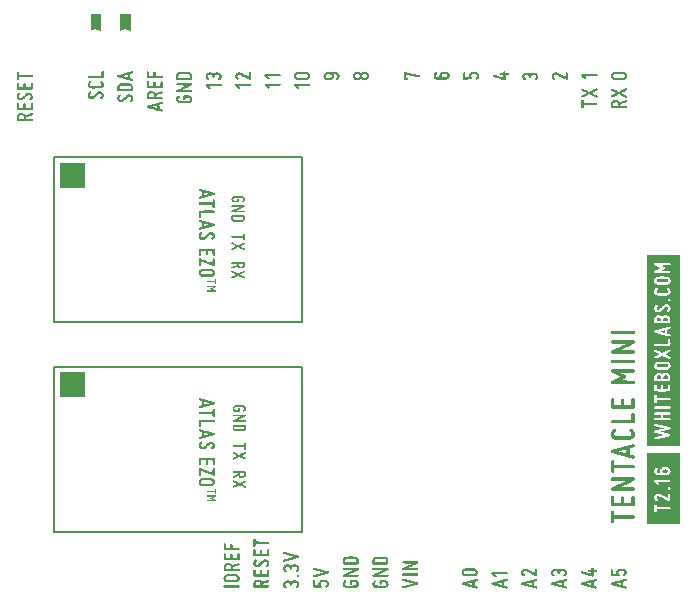
<source format=gto>
G04 (created by PCBNEW (2013-07-07 BZR 4022)-stable) date 15/12/2015 05:16:37*
%MOIN*%
G04 Gerber Fmt 3.4, Leading zero omitted, Abs format*
%FSLAX34Y34*%
G01*
G70*
G90*
G04 APERTURE LIST*
%ADD10C,0.00590551*%
%ADD11C,0.0001*%
%ADD12R,0.102362X0.0511811*%
%ADD13C,0.0787402*%
%ADD14C,0.137795*%
%ADD15R,0.0708661X0.0708661*%
%ADD16C,0.0708661*%
%ADD17R,0.063X0.0276*%
%ADD18R,0.0827X0.0276*%
%ADD19R,0.1083X0.0787*%
%ADD20R,0.025X0.05*%
%ADD21R,0.055X0.035*%
%ADD22R,0.0472441X0.0708661*%
%ADD23R,0.1004X0.1063*%
%ADD24R,0.1004X0.1496*%
%ADD25O,0.06X0.1*%
%ADD26O,0.1X0.0607087*%
%ADD27O,0.1X0.06*%
G04 APERTURE END LIST*
G54D10*
G54D11*
G36*
X63748Y-46348D02*
X63746Y-46358D01*
X63738Y-46369D01*
X63737Y-46370D01*
X63731Y-46375D01*
X63723Y-46379D01*
X63713Y-46384D01*
X63698Y-46388D01*
X63681Y-46393D01*
X63636Y-46405D01*
X63637Y-46473D01*
X63638Y-46541D01*
X63684Y-46554D01*
X63702Y-46559D01*
X63717Y-46564D01*
X63728Y-46568D01*
X63735Y-46570D01*
X63736Y-46571D01*
X63740Y-46577D01*
X63745Y-46585D01*
X63748Y-46600D01*
X63745Y-46614D01*
X63737Y-46626D01*
X63725Y-46634D01*
X63711Y-46638D01*
X63710Y-46638D01*
X63705Y-46636D01*
X63693Y-46634D01*
X63676Y-46630D01*
X63654Y-46624D01*
X63627Y-46617D01*
X63597Y-46609D01*
X63563Y-46600D01*
X63559Y-46599D01*
X63559Y-46477D01*
X63559Y-46473D01*
X63559Y-46427D01*
X63549Y-46430D01*
X63542Y-46431D01*
X63530Y-46434D01*
X63514Y-46439D01*
X63494Y-46444D01*
X63472Y-46450D01*
X63464Y-46452D01*
X63390Y-46473D01*
X63411Y-46479D01*
X63421Y-46482D01*
X63436Y-46486D01*
X63454Y-46491D01*
X63473Y-46496D01*
X63493Y-46502D01*
X63512Y-46507D01*
X63529Y-46511D01*
X63543Y-46515D01*
X63553Y-46518D01*
X63557Y-46519D01*
X63558Y-46515D01*
X63558Y-46507D01*
X63559Y-46493D01*
X63559Y-46477D01*
X63559Y-46599D01*
X63527Y-46590D01*
X63488Y-46580D01*
X63463Y-46573D01*
X63424Y-46562D01*
X63386Y-46552D01*
X63351Y-46542D01*
X63319Y-46533D01*
X63290Y-46525D01*
X63266Y-46518D01*
X63246Y-46513D01*
X63232Y-46508D01*
X63223Y-46506D01*
X63221Y-46505D01*
X63212Y-46498D01*
X63206Y-46486D01*
X63204Y-46472D01*
X63206Y-46463D01*
X63210Y-46453D01*
X63215Y-46445D01*
X63216Y-46444D01*
X63220Y-46443D01*
X63231Y-46439D01*
X63246Y-46434D01*
X63267Y-46428D01*
X63292Y-46421D01*
X63320Y-46413D01*
X63351Y-46404D01*
X63384Y-46395D01*
X63419Y-46385D01*
X63455Y-46375D01*
X63491Y-46365D01*
X63526Y-46356D01*
X63560Y-46347D01*
X63593Y-46338D01*
X63623Y-46330D01*
X63650Y-46323D01*
X63673Y-46317D01*
X63692Y-46312D01*
X63706Y-46309D01*
X63714Y-46308D01*
X63716Y-46308D01*
X63733Y-46315D01*
X63743Y-46327D01*
X63748Y-46341D01*
X63748Y-46348D01*
X63748Y-46348D01*
X63748Y-46348D01*
G37*
G36*
X64740Y-46603D02*
X64737Y-46616D01*
X64729Y-46628D01*
X64716Y-46635D01*
X64702Y-46637D01*
X64696Y-46636D01*
X64684Y-46634D01*
X64667Y-46629D01*
X64644Y-46624D01*
X64618Y-46617D01*
X64588Y-46609D01*
X64555Y-46600D01*
X64549Y-46599D01*
X64549Y-46473D01*
X64549Y-46454D01*
X64549Y-46442D01*
X64548Y-46434D01*
X64547Y-46430D01*
X64545Y-46428D01*
X64543Y-46429D01*
X64542Y-46429D01*
X64518Y-46435D01*
X64495Y-46442D01*
X64471Y-46448D01*
X64448Y-46454D01*
X64428Y-46460D01*
X64411Y-46465D01*
X64398Y-46469D01*
X64390Y-46472D01*
X64387Y-46473D01*
X64391Y-46475D01*
X64400Y-46477D01*
X64414Y-46481D01*
X64430Y-46486D01*
X64450Y-46492D01*
X64470Y-46497D01*
X64490Y-46503D01*
X64508Y-46508D01*
X64524Y-46513D01*
X64537Y-46516D01*
X64545Y-46518D01*
X64547Y-46519D01*
X64548Y-46515D01*
X64548Y-46506D01*
X64549Y-46493D01*
X64549Y-46477D01*
X64549Y-46473D01*
X64549Y-46599D01*
X64520Y-46591D01*
X64486Y-46582D01*
X64449Y-46571D01*
X64413Y-46561D01*
X64378Y-46552D01*
X64346Y-46543D01*
X64317Y-46535D01*
X64293Y-46528D01*
X64273Y-46523D01*
X64258Y-46519D01*
X64251Y-46517D01*
X64230Y-46511D01*
X64216Y-46505D01*
X64206Y-46498D01*
X64200Y-46490D01*
X64198Y-46480D01*
X64197Y-46476D01*
X64196Y-46466D01*
X64199Y-46458D01*
X64205Y-46450D01*
X64205Y-46449D01*
X64208Y-46447D01*
X64210Y-46445D01*
X64214Y-46443D01*
X64219Y-46440D01*
X64227Y-46437D01*
X64236Y-46434D01*
X64249Y-46430D01*
X64265Y-46425D01*
X64286Y-46420D01*
X64310Y-46413D01*
X64340Y-46404D01*
X64375Y-46395D01*
X64416Y-46384D01*
X64453Y-46373D01*
X64493Y-46363D01*
X64531Y-46352D01*
X64567Y-46343D01*
X64599Y-46334D01*
X64629Y-46326D01*
X64654Y-46320D01*
X64674Y-46315D01*
X64690Y-46311D01*
X64700Y-46309D01*
X64703Y-46308D01*
X64717Y-46311D01*
X64729Y-46320D01*
X64737Y-46331D01*
X64740Y-46345D01*
X64738Y-46356D01*
X64735Y-46364D01*
X64730Y-46371D01*
X64722Y-46376D01*
X64711Y-46381D01*
X64694Y-46387D01*
X64672Y-46393D01*
X64626Y-46405D01*
X64627Y-46473D01*
X64628Y-46541D01*
X64671Y-46553D01*
X64693Y-46559D01*
X64709Y-46564D01*
X64720Y-46569D01*
X64728Y-46574D01*
X64733Y-46581D01*
X64737Y-46588D01*
X64740Y-46603D01*
X64740Y-46603D01*
X64740Y-46603D01*
G37*
G36*
X65732Y-46597D02*
X65729Y-46614D01*
X65721Y-46627D01*
X65709Y-46635D01*
X65693Y-46638D01*
X65687Y-46637D01*
X65676Y-46634D01*
X65659Y-46630D01*
X65637Y-46624D01*
X65610Y-46617D01*
X65580Y-46609D01*
X65546Y-46600D01*
X65543Y-46599D01*
X65543Y-46477D01*
X65543Y-46473D01*
X65543Y-46456D01*
X65542Y-46442D01*
X65542Y-46432D01*
X65541Y-46428D01*
X65540Y-46428D01*
X65535Y-46429D01*
X65525Y-46431D01*
X65510Y-46435D01*
X65493Y-46440D01*
X65474Y-46445D01*
X65454Y-46451D01*
X65434Y-46456D01*
X65416Y-46462D01*
X65401Y-46467D01*
X65389Y-46470D01*
X65382Y-46473D01*
X65381Y-46474D01*
X65385Y-46475D01*
X65394Y-46478D01*
X65408Y-46482D01*
X65425Y-46487D01*
X65444Y-46493D01*
X65464Y-46498D01*
X65484Y-46504D01*
X65503Y-46509D01*
X65519Y-46513D01*
X65531Y-46517D01*
X65539Y-46518D01*
X65540Y-46519D01*
X65541Y-46515D01*
X65542Y-46507D01*
X65543Y-46493D01*
X65543Y-46477D01*
X65543Y-46599D01*
X65510Y-46590D01*
X65472Y-46580D01*
X65444Y-46572D01*
X65398Y-46559D01*
X65358Y-46548D01*
X65324Y-46539D01*
X65295Y-46531D01*
X65271Y-46524D01*
X65252Y-46518D01*
X65237Y-46513D01*
X65224Y-46510D01*
X65215Y-46506D01*
X65209Y-46504D01*
X65204Y-46501D01*
X65201Y-46499D01*
X65198Y-46497D01*
X65198Y-46497D01*
X65191Y-46485D01*
X65190Y-46472D01*
X65192Y-46456D01*
X65199Y-46445D01*
X65210Y-46439D01*
X65215Y-46437D01*
X65226Y-46434D01*
X65242Y-46429D01*
X65264Y-46423D01*
X65289Y-46416D01*
X65317Y-46409D01*
X65348Y-46400D01*
X65381Y-46391D01*
X65416Y-46382D01*
X65451Y-46372D01*
X65486Y-46363D01*
X65520Y-46353D01*
X65553Y-46344D01*
X65584Y-46336D01*
X65612Y-46329D01*
X65637Y-46322D01*
X65657Y-46316D01*
X65673Y-46312D01*
X65684Y-46310D01*
X65688Y-46309D01*
X65705Y-46310D01*
X65719Y-46316D01*
X65728Y-46326D01*
X65732Y-46340D01*
X65732Y-46342D01*
X65731Y-46353D01*
X65729Y-46362D01*
X65723Y-46369D01*
X65715Y-46376D01*
X65702Y-46382D01*
X65684Y-46388D01*
X65659Y-46394D01*
X65657Y-46395D01*
X65620Y-46405D01*
X65621Y-46473D01*
X65622Y-46541D01*
X65637Y-46546D01*
X65648Y-46549D01*
X65663Y-46553D01*
X65679Y-46557D01*
X65683Y-46558D01*
X65704Y-46564D01*
X65719Y-46572D01*
X65728Y-46581D01*
X65731Y-46592D01*
X65732Y-46597D01*
X65732Y-46597D01*
X65732Y-46597D01*
G37*
G36*
X66725Y-46599D02*
X66722Y-46613D01*
X66715Y-46625D01*
X66704Y-46634D01*
X66690Y-46638D01*
X66687Y-46638D01*
X66682Y-46637D01*
X66670Y-46634D01*
X66653Y-46630D01*
X66631Y-46624D01*
X66604Y-46617D01*
X66574Y-46609D01*
X66540Y-46600D01*
X66536Y-46599D01*
X66536Y-46477D01*
X66536Y-46473D01*
X66536Y-46456D01*
X66536Y-46442D01*
X66535Y-46432D01*
X66534Y-46428D01*
X66534Y-46428D01*
X66530Y-46429D01*
X66520Y-46431D01*
X66505Y-46435D01*
X66487Y-46440D01*
X66466Y-46445D01*
X66450Y-46450D01*
X66422Y-46457D01*
X66401Y-46463D01*
X66387Y-46468D01*
X66378Y-46471D01*
X66374Y-46474D01*
X66375Y-46474D01*
X66380Y-46476D01*
X66390Y-46479D01*
X66404Y-46483D01*
X66422Y-46488D01*
X66442Y-46494D01*
X66462Y-46500D01*
X66482Y-46505D01*
X66500Y-46510D01*
X66516Y-46514D01*
X66527Y-46517D01*
X66533Y-46519D01*
X66534Y-46519D01*
X66535Y-46515D01*
X66536Y-46507D01*
X66536Y-46493D01*
X66536Y-46477D01*
X66536Y-46599D01*
X66504Y-46590D01*
X66465Y-46580D01*
X66439Y-46573D01*
X66399Y-46562D01*
X66361Y-46551D01*
X66326Y-46541D01*
X66294Y-46532D01*
X66265Y-46524D01*
X66240Y-46517D01*
X66221Y-46511D01*
X66206Y-46507D01*
X66197Y-46504D01*
X66195Y-46503D01*
X66187Y-46494D01*
X66182Y-46482D01*
X66181Y-46468D01*
X66183Y-46460D01*
X66188Y-46451D01*
X66193Y-46444D01*
X66198Y-46442D01*
X66208Y-46438D01*
X66224Y-46433D01*
X66245Y-46427D01*
X66270Y-46420D01*
X66299Y-46412D01*
X66330Y-46403D01*
X66363Y-46394D01*
X66398Y-46384D01*
X66434Y-46375D01*
X66470Y-46365D01*
X66505Y-46355D01*
X66540Y-46346D01*
X66572Y-46338D01*
X66602Y-46330D01*
X66629Y-46323D01*
X66652Y-46317D01*
X66671Y-46312D01*
X66685Y-46309D01*
X66693Y-46308D01*
X66694Y-46308D01*
X66709Y-46315D01*
X66719Y-46326D01*
X66724Y-46341D01*
X66724Y-46354D01*
X66720Y-46363D01*
X66714Y-46371D01*
X66704Y-46377D01*
X66688Y-46384D01*
X66668Y-46390D01*
X66658Y-46393D01*
X66613Y-46404D01*
X66614Y-46473D01*
X66615Y-46541D01*
X66657Y-46553D01*
X66678Y-46559D01*
X66694Y-46564D01*
X66704Y-46568D01*
X66712Y-46572D01*
X66717Y-46577D01*
X66720Y-46583D01*
X66721Y-46584D01*
X66725Y-46599D01*
X66725Y-46599D01*
X66725Y-46599D01*
G37*
G36*
X67715Y-46602D02*
X67714Y-46614D01*
X67710Y-46622D01*
X67705Y-46628D01*
X67697Y-46634D01*
X67687Y-46637D01*
X67680Y-46637D01*
X67674Y-46636D01*
X67661Y-46634D01*
X67644Y-46629D01*
X67622Y-46624D01*
X67595Y-46617D01*
X67565Y-46609D01*
X67532Y-46600D01*
X67526Y-46599D01*
X67526Y-46477D01*
X67526Y-46473D01*
X67526Y-46454D01*
X67526Y-46442D01*
X67526Y-46434D01*
X67524Y-46430D01*
X67522Y-46428D01*
X67520Y-46429D01*
X67519Y-46429D01*
X67498Y-46435D01*
X67475Y-46441D01*
X67452Y-46447D01*
X67430Y-46453D01*
X67410Y-46459D01*
X67392Y-46464D01*
X67378Y-46468D01*
X67368Y-46471D01*
X67364Y-46473D01*
X67364Y-46473D01*
X67368Y-46475D01*
X67377Y-46477D01*
X67391Y-46481D01*
X67408Y-46486D01*
X67427Y-46492D01*
X67447Y-46498D01*
X67467Y-46503D01*
X67485Y-46508D01*
X67502Y-46513D01*
X67514Y-46516D01*
X67522Y-46518D01*
X67524Y-46519D01*
X67525Y-46515D01*
X67526Y-46507D01*
X67526Y-46493D01*
X67526Y-46477D01*
X67526Y-46599D01*
X67497Y-46591D01*
X67465Y-46582D01*
X67428Y-46572D01*
X67392Y-46562D01*
X67357Y-46552D01*
X67325Y-46543D01*
X67296Y-46536D01*
X67271Y-46529D01*
X67251Y-46523D01*
X67236Y-46519D01*
X67229Y-46517D01*
X67207Y-46510D01*
X67192Y-46504D01*
X67181Y-46496D01*
X67175Y-46488D01*
X67173Y-46477D01*
X67173Y-46474D01*
X67175Y-46461D01*
X67182Y-46450D01*
X67183Y-46449D01*
X67185Y-46447D01*
X67188Y-46445D01*
X67192Y-46442D01*
X67198Y-46440D01*
X67205Y-46437D01*
X67216Y-46433D01*
X67230Y-46429D01*
X67247Y-46424D01*
X67268Y-46418D01*
X67294Y-46411D01*
X67325Y-46402D01*
X67361Y-46392D01*
X67404Y-46381D01*
X67429Y-46374D01*
X67468Y-46363D01*
X67506Y-46353D01*
X67541Y-46343D01*
X67573Y-46335D01*
X67602Y-46327D01*
X67626Y-46321D01*
X67646Y-46315D01*
X67660Y-46312D01*
X67669Y-46309D01*
X67672Y-46309D01*
X67686Y-46309D01*
X67697Y-46312D01*
X67705Y-46319D01*
X67712Y-46327D01*
X67715Y-46337D01*
X67715Y-46346D01*
X67714Y-46356D01*
X67711Y-46365D01*
X67705Y-46372D01*
X67695Y-46378D01*
X67680Y-46384D01*
X67659Y-46390D01*
X67650Y-46393D01*
X67603Y-46405D01*
X67604Y-46473D01*
X67605Y-46541D01*
X67630Y-46548D01*
X67656Y-46555D01*
X67676Y-46561D01*
X67692Y-46566D01*
X67702Y-46572D01*
X67709Y-46578D01*
X67713Y-46584D01*
X67715Y-46592D01*
X67715Y-46602D01*
X67715Y-46602D01*
X67715Y-46602D01*
X67715Y-46602D01*
G37*
G36*
X68709Y-46342D02*
X68708Y-46355D01*
X68702Y-46367D01*
X68691Y-46377D01*
X68685Y-46380D01*
X68676Y-46383D01*
X68663Y-46387D01*
X68647Y-46392D01*
X68634Y-46395D01*
X68597Y-46405D01*
X68598Y-46473D01*
X68599Y-46541D01*
X68623Y-46548D01*
X68647Y-46554D01*
X68665Y-46559D01*
X68679Y-46564D01*
X68688Y-46567D01*
X68694Y-46571D01*
X68699Y-46575D01*
X68702Y-46579D01*
X68702Y-46579D01*
X68708Y-46595D01*
X68708Y-46609D01*
X68702Y-46622D01*
X68692Y-46632D01*
X68678Y-46637D01*
X68670Y-46638D01*
X68664Y-46636D01*
X68653Y-46634D01*
X68636Y-46630D01*
X68614Y-46624D01*
X68588Y-46617D01*
X68557Y-46609D01*
X68524Y-46600D01*
X68520Y-46599D01*
X68520Y-46477D01*
X68520Y-46473D01*
X68520Y-46456D01*
X68519Y-46442D01*
X68519Y-46432D01*
X68518Y-46428D01*
X68518Y-46428D01*
X68512Y-46429D01*
X68502Y-46431D01*
X68487Y-46435D01*
X68470Y-46440D01*
X68451Y-46445D01*
X68431Y-46451D01*
X68411Y-46456D01*
X68393Y-46462D01*
X68378Y-46466D01*
X68366Y-46470D01*
X68359Y-46473D01*
X68358Y-46474D01*
X68362Y-46475D01*
X68371Y-46478D01*
X68385Y-46482D01*
X68402Y-46487D01*
X68421Y-46493D01*
X68441Y-46498D01*
X68461Y-46504D01*
X68480Y-46509D01*
X68496Y-46513D01*
X68508Y-46517D01*
X68516Y-46518D01*
X68517Y-46519D01*
X68518Y-46515D01*
X68519Y-46507D01*
X68520Y-46493D01*
X68520Y-46477D01*
X68520Y-46599D01*
X68487Y-46590D01*
X68449Y-46579D01*
X68421Y-46572D01*
X68373Y-46559D01*
X68332Y-46547D01*
X68297Y-46538D01*
X68267Y-46529D01*
X68242Y-46522D01*
X68222Y-46516D01*
X68205Y-46510D01*
X68193Y-46506D01*
X68183Y-46502D01*
X68176Y-46498D01*
X68171Y-46494D01*
X68169Y-46490D01*
X68167Y-46486D01*
X68167Y-46482D01*
X68167Y-46477D01*
X68167Y-46474D01*
X68169Y-46457D01*
X68175Y-46446D01*
X68187Y-46439D01*
X68193Y-46437D01*
X68205Y-46433D01*
X68223Y-46428D01*
X68245Y-46422D01*
X68271Y-46415D01*
X68300Y-46407D01*
X68332Y-46398D01*
X68366Y-46389D01*
X68401Y-46379D01*
X68436Y-46370D01*
X68472Y-46360D01*
X68506Y-46351D01*
X68539Y-46342D01*
X68570Y-46334D01*
X68598Y-46327D01*
X68623Y-46320D01*
X68643Y-46315D01*
X68659Y-46311D01*
X68669Y-46309D01*
X68673Y-46308D01*
X68688Y-46311D01*
X68699Y-46319D01*
X68706Y-46329D01*
X68709Y-46342D01*
X68709Y-46342D01*
X68709Y-46342D01*
G37*
G36*
X61762Y-46466D02*
X61760Y-46480D01*
X61752Y-46491D01*
X61750Y-46493D01*
X61746Y-46495D01*
X61741Y-46498D01*
X61734Y-46501D01*
X61725Y-46504D01*
X61712Y-46508D01*
X61697Y-46513D01*
X61677Y-46518D01*
X61653Y-46525D01*
X61624Y-46533D01*
X61590Y-46543D01*
X61549Y-46554D01*
X61505Y-46566D01*
X61465Y-46577D01*
X61427Y-46587D01*
X61392Y-46597D01*
X61359Y-46605D01*
X61330Y-46613D01*
X61305Y-46619D01*
X61284Y-46625D01*
X61269Y-46628D01*
X61259Y-46630D01*
X61256Y-46631D01*
X61242Y-46627D01*
X61233Y-46622D01*
X61224Y-46610D01*
X61220Y-46597D01*
X61221Y-46583D01*
X61226Y-46570D01*
X61234Y-46563D01*
X61239Y-46561D01*
X61250Y-46557D01*
X61266Y-46553D01*
X61287Y-46547D01*
X61312Y-46539D01*
X61340Y-46532D01*
X61371Y-46523D01*
X61404Y-46514D01*
X61404Y-46514D01*
X61437Y-46505D01*
X61468Y-46497D01*
X61496Y-46489D01*
X61520Y-46482D01*
X61541Y-46476D01*
X61557Y-46472D01*
X61568Y-46469D01*
X61572Y-46468D01*
X61572Y-46468D01*
X61570Y-46466D01*
X61562Y-46463D01*
X61548Y-46459D01*
X61529Y-46453D01*
X61506Y-46447D01*
X61480Y-46439D01*
X61450Y-46431D01*
X61418Y-46422D01*
X61415Y-46421D01*
X61382Y-46412D01*
X61351Y-46404D01*
X61322Y-46396D01*
X61297Y-46388D01*
X61275Y-46382D01*
X61258Y-46378D01*
X61246Y-46374D01*
X61241Y-46372D01*
X61230Y-46364D01*
X61223Y-46352D01*
X61220Y-46338D01*
X61223Y-46324D01*
X61230Y-46312D01*
X61232Y-46310D01*
X61241Y-46304D01*
X61252Y-46301D01*
X61263Y-46301D01*
X61268Y-46303D01*
X61279Y-46305D01*
X61295Y-46309D01*
X61316Y-46315D01*
X61341Y-46322D01*
X61369Y-46329D01*
X61400Y-46338D01*
X61433Y-46346D01*
X61467Y-46356D01*
X61502Y-46365D01*
X61537Y-46375D01*
X61572Y-46384D01*
X61605Y-46393D01*
X61636Y-46402D01*
X61664Y-46410D01*
X61689Y-46417D01*
X61710Y-46423D01*
X61726Y-46427D01*
X61736Y-46430D01*
X61741Y-46432D01*
X61753Y-46440D01*
X61760Y-46452D01*
X61762Y-46466D01*
X61762Y-46466D01*
X61762Y-46466D01*
G37*
G36*
X57793Y-46497D02*
X57791Y-46525D01*
X57783Y-46552D01*
X57770Y-46577D01*
X57751Y-46598D01*
X57737Y-46609D01*
X57720Y-46618D01*
X57705Y-46621D01*
X57691Y-46617D01*
X57680Y-46608D01*
X57671Y-46595D01*
X57668Y-46581D01*
X57672Y-46567D01*
X57682Y-46554D01*
X57691Y-46547D01*
X57702Y-46537D01*
X57711Y-46522D01*
X57716Y-46506D01*
X57717Y-46498D01*
X57714Y-46483D01*
X57706Y-46467D01*
X57694Y-46455D01*
X57685Y-46449D01*
X57671Y-46445D01*
X57652Y-46442D01*
X57632Y-46441D01*
X57612Y-46443D01*
X57594Y-46446D01*
X57586Y-46449D01*
X57570Y-46459D01*
X57559Y-46474D01*
X57554Y-46490D01*
X57552Y-46504D01*
X57550Y-46513D01*
X57546Y-46520D01*
X57541Y-46526D01*
X57540Y-46527D01*
X57532Y-46533D01*
X57523Y-46536D01*
X57515Y-46536D01*
X57498Y-46533D01*
X57485Y-46525D01*
X57478Y-46512D01*
X57476Y-46497D01*
X57472Y-46481D01*
X57464Y-46466D01*
X57450Y-46453D01*
X57444Y-46450D01*
X57433Y-46445D01*
X57421Y-46443D01*
X57404Y-46442D01*
X57402Y-46442D01*
X57377Y-46444D01*
X57357Y-46451D01*
X57343Y-46462D01*
X57333Y-46478D01*
X57330Y-46495D01*
X57330Y-46513D01*
X57335Y-46527D01*
X57345Y-46540D01*
X57354Y-46547D01*
X57365Y-46558D01*
X57373Y-46571D01*
X57376Y-46582D01*
X57376Y-46588D01*
X57368Y-46604D01*
X57356Y-46615D01*
X57342Y-46620D01*
X57326Y-46619D01*
X57310Y-46611D01*
X57309Y-46610D01*
X57291Y-46595D01*
X57275Y-46576D01*
X57263Y-46557D01*
X57261Y-46554D01*
X57258Y-46545D01*
X57255Y-46535D01*
X57254Y-46522D01*
X57254Y-46505D01*
X57254Y-46501D01*
X57254Y-46484D01*
X57255Y-46471D01*
X57256Y-46462D01*
X57260Y-46452D01*
X57264Y-46443D01*
X57277Y-46421D01*
X57295Y-46401D01*
X57316Y-46385D01*
X57335Y-46375D01*
X57344Y-46372D01*
X57353Y-46369D01*
X57364Y-46368D01*
X57378Y-46367D01*
X57397Y-46367D01*
X57402Y-46367D01*
X57422Y-46367D01*
X57436Y-46367D01*
X57446Y-46368D01*
X57455Y-46370D01*
X57462Y-46373D01*
X57470Y-46376D01*
X57483Y-46383D01*
X57495Y-46390D01*
X57502Y-46395D01*
X57514Y-46404D01*
X57526Y-46395D01*
X57535Y-46389D01*
X57548Y-46381D01*
X57558Y-46376D01*
X57566Y-46373D01*
X57573Y-46370D01*
X57581Y-46368D01*
X57591Y-46367D01*
X57603Y-46367D01*
X57621Y-46367D01*
X57635Y-46367D01*
X57656Y-46367D01*
X57671Y-46367D01*
X57683Y-46368D01*
X57691Y-46369D01*
X57699Y-46371D01*
X57706Y-46374D01*
X57714Y-46378D01*
X57738Y-46391D01*
X57757Y-46408D01*
X57772Y-46428D01*
X57779Y-46440D01*
X57789Y-46468D01*
X57793Y-46497D01*
X57793Y-46497D01*
X57793Y-46497D01*
G37*
G36*
X59776Y-46479D02*
X59776Y-46496D01*
X59775Y-46508D01*
X59773Y-46518D01*
X59769Y-46528D01*
X59766Y-46535D01*
X59752Y-46557D01*
X59734Y-46578D01*
X59712Y-46595D01*
X59698Y-46602D01*
X59678Y-46612D01*
X59514Y-46612D01*
X59472Y-46612D01*
X59436Y-46612D01*
X59407Y-46612D01*
X59383Y-46612D01*
X59364Y-46611D01*
X59350Y-46611D01*
X59340Y-46610D01*
X59334Y-46609D01*
X59333Y-46609D01*
X59307Y-46598D01*
X59283Y-46582D01*
X59263Y-46560D01*
X59248Y-46536D01*
X59247Y-46533D01*
X59242Y-46523D01*
X59239Y-46513D01*
X59238Y-46502D01*
X59237Y-46488D01*
X59237Y-46479D01*
X59238Y-46461D01*
X59239Y-46448D01*
X59241Y-46438D01*
X59244Y-46428D01*
X59245Y-46426D01*
X59256Y-46408D01*
X59269Y-46391D01*
X59284Y-46376D01*
X59299Y-46365D01*
X59313Y-46359D01*
X59320Y-46358D01*
X59335Y-46361D01*
X59348Y-46369D01*
X59357Y-46380D01*
X59360Y-46393D01*
X59360Y-46401D01*
X59357Y-46412D01*
X59350Y-46421D01*
X59340Y-46429D01*
X59338Y-46431D01*
X59326Y-46442D01*
X59317Y-46457D01*
X59313Y-46473D01*
X59312Y-46478D01*
X59315Y-46494D01*
X59323Y-46510D01*
X59334Y-46523D01*
X59337Y-46526D01*
X59349Y-46535D01*
X59507Y-46535D01*
X59544Y-46535D01*
X59576Y-46535D01*
X59601Y-46534D01*
X59621Y-46534D01*
X59637Y-46534D01*
X59649Y-46533D01*
X59658Y-46533D01*
X59664Y-46532D01*
X59668Y-46531D01*
X59671Y-46530D01*
X59674Y-46528D01*
X59675Y-46527D01*
X59690Y-46513D01*
X59698Y-46498D01*
X59700Y-46480D01*
X59700Y-46477D01*
X59697Y-46459D01*
X59689Y-46445D01*
X59676Y-46433D01*
X59672Y-46430D01*
X59667Y-46428D01*
X59659Y-46427D01*
X59648Y-46426D01*
X59632Y-46426D01*
X59611Y-46425D01*
X59554Y-46424D01*
X59554Y-46448D01*
X59552Y-46469D01*
X59546Y-46485D01*
X59535Y-46496D01*
X59521Y-46501D01*
X59511Y-46501D01*
X59501Y-46499D01*
X59489Y-46490D01*
X59489Y-46489D01*
X59477Y-46478D01*
X59477Y-46423D01*
X59477Y-46369D01*
X59487Y-46358D01*
X59497Y-46347D01*
X59590Y-46348D01*
X59681Y-46349D01*
X59702Y-46359D01*
X59725Y-46374D01*
X59745Y-46393D01*
X59762Y-46416D01*
X59766Y-46423D01*
X59771Y-46434D01*
X59774Y-46443D01*
X59775Y-46453D01*
X59776Y-46467D01*
X59776Y-46479D01*
X59776Y-46479D01*
X59776Y-46479D01*
G37*
G36*
X60770Y-46468D02*
X60769Y-46495D01*
X60764Y-46521D01*
X60752Y-46546D01*
X60735Y-46569D01*
X60717Y-46586D01*
X60709Y-46592D01*
X60701Y-46597D01*
X60693Y-46601D01*
X60685Y-46605D01*
X60674Y-46607D01*
X60662Y-46609D01*
X60647Y-46611D01*
X60628Y-46612D01*
X60605Y-46613D01*
X60577Y-46613D01*
X60543Y-46613D01*
X60504Y-46613D01*
X60497Y-46613D01*
X60456Y-46613D01*
X60422Y-46613D01*
X60393Y-46612D01*
X60370Y-46612D01*
X60352Y-46611D01*
X60339Y-46610D01*
X60330Y-46609D01*
X60325Y-46608D01*
X60296Y-46596D01*
X60271Y-46578D01*
X60251Y-46555D01*
X60241Y-46537D01*
X60236Y-46528D01*
X60233Y-46519D01*
X60232Y-46509D01*
X60231Y-46497D01*
X60231Y-46480D01*
X60231Y-46479D01*
X60231Y-46461D01*
X60231Y-46449D01*
X60233Y-46439D01*
X60236Y-46431D01*
X60240Y-46422D01*
X60241Y-46421D01*
X60253Y-46401D01*
X60268Y-46384D01*
X60284Y-46371D01*
X60300Y-46362D01*
X60315Y-46358D01*
X60316Y-46358D01*
X60328Y-46361D01*
X60339Y-46369D01*
X60347Y-46377D01*
X60351Y-46384D01*
X60351Y-46395D01*
X60351Y-46396D01*
X60351Y-46404D01*
X60349Y-46411D01*
X60344Y-46418D01*
X60336Y-46426D01*
X60333Y-46429D01*
X60320Y-46442D01*
X60312Y-46452D01*
X60308Y-46461D01*
X60306Y-46472D01*
X60306Y-46480D01*
X60309Y-46499D01*
X60319Y-46516D01*
X60332Y-46527D01*
X60334Y-46529D01*
X60337Y-46530D01*
X60341Y-46532D01*
X60346Y-46532D01*
X60354Y-46533D01*
X60365Y-46534D01*
X60379Y-46534D01*
X60397Y-46534D01*
X60420Y-46534D01*
X60449Y-46535D01*
X60484Y-46535D01*
X60500Y-46535D01*
X60658Y-46535D01*
X60671Y-46525D01*
X60682Y-46512D01*
X60691Y-46496D01*
X60694Y-46478D01*
X60693Y-46471D01*
X60687Y-46454D01*
X60675Y-46439D01*
X60666Y-46432D01*
X60661Y-46429D01*
X60656Y-46427D01*
X60650Y-46426D01*
X60640Y-46425D01*
X60627Y-46424D01*
X60608Y-46424D01*
X60599Y-46424D01*
X60544Y-46424D01*
X60544Y-46452D01*
X60543Y-46469D01*
X60540Y-46482D01*
X60534Y-46490D01*
X60525Y-46497D01*
X60524Y-46497D01*
X60510Y-46501D01*
X60495Y-46499D01*
X60482Y-46492D01*
X60473Y-46481D01*
X60472Y-46479D01*
X60469Y-46468D01*
X60468Y-46453D01*
X60467Y-46435D01*
X60467Y-46416D01*
X60468Y-46398D01*
X60469Y-46382D01*
X60471Y-46371D01*
X60472Y-46370D01*
X60475Y-46364D01*
X60478Y-46358D01*
X60483Y-46354D01*
X60489Y-46351D01*
X60498Y-46349D01*
X60511Y-46348D01*
X60529Y-46348D01*
X60551Y-46348D01*
X60580Y-46348D01*
X60583Y-46348D01*
X60610Y-46348D01*
X60631Y-46349D01*
X60647Y-46349D01*
X60659Y-46350D01*
X60669Y-46351D01*
X60676Y-46352D01*
X60682Y-46354D01*
X60687Y-46357D01*
X60691Y-46359D01*
X60717Y-46374D01*
X60738Y-46394D01*
X60754Y-46416D01*
X60764Y-46441D01*
X60770Y-46468D01*
X60770Y-46468D01*
X60770Y-46468D01*
G37*
G36*
X55808Y-46557D02*
X55808Y-46573D01*
X55807Y-46577D01*
X55800Y-46589D01*
X55792Y-46596D01*
X55790Y-46597D01*
X55787Y-46598D01*
X55783Y-46599D01*
X55777Y-46600D01*
X55770Y-46601D01*
X55760Y-46601D01*
X55747Y-46602D01*
X55731Y-46602D01*
X55711Y-46602D01*
X55686Y-46602D01*
X55656Y-46603D01*
X55620Y-46603D01*
X55579Y-46603D01*
X55538Y-46603D01*
X55496Y-46602D01*
X55457Y-46602D01*
X55420Y-46602D01*
X55386Y-46602D01*
X55357Y-46601D01*
X55332Y-46601D01*
X55311Y-46601D01*
X55297Y-46600D01*
X55289Y-46600D01*
X55287Y-46599D01*
X55279Y-46593D01*
X55271Y-46583D01*
X55266Y-46572D01*
X55265Y-46565D01*
X55266Y-46556D01*
X55270Y-46547D01*
X55272Y-46543D01*
X55274Y-46539D01*
X55277Y-46536D01*
X55280Y-46534D01*
X55285Y-46532D01*
X55292Y-46530D01*
X55301Y-46529D01*
X55313Y-46528D01*
X55328Y-46527D01*
X55348Y-46527D01*
X55372Y-46526D01*
X55400Y-46526D01*
X55434Y-46526D01*
X55474Y-46526D01*
X55520Y-46526D01*
X55538Y-46526D01*
X55585Y-46526D01*
X55626Y-46526D01*
X55661Y-46526D01*
X55690Y-46526D01*
X55714Y-46526D01*
X55734Y-46526D01*
X55750Y-46527D01*
X55762Y-46527D01*
X55771Y-46528D01*
X55778Y-46528D01*
X55784Y-46529D01*
X55787Y-46530D01*
X55790Y-46532D01*
X55792Y-46533D01*
X55803Y-46543D01*
X55808Y-46557D01*
X55808Y-46557D01*
X55808Y-46557D01*
G37*
G36*
X56801Y-46567D02*
X56798Y-46581D01*
X56789Y-46593D01*
X56781Y-46599D01*
X56777Y-46600D01*
X56767Y-46600D01*
X56753Y-46601D01*
X56733Y-46602D01*
X56707Y-46602D01*
X56675Y-46602D01*
X56637Y-46603D01*
X56593Y-46603D01*
X56542Y-46603D01*
X56529Y-46603D01*
X56500Y-46603D01*
X56500Y-46526D01*
X56499Y-46488D01*
X56498Y-46467D01*
X56496Y-46453D01*
X56492Y-46442D01*
X56486Y-46433D01*
X56477Y-46425D01*
X56471Y-46422D01*
X56466Y-46418D01*
X56461Y-46416D01*
X56453Y-46415D01*
X56443Y-46414D01*
X56429Y-46414D01*
X56416Y-46415D01*
X56395Y-46415D01*
X56379Y-46417D01*
X56368Y-46420D01*
X56359Y-46425D01*
X56352Y-46432D01*
X56346Y-46442D01*
X56343Y-46450D01*
X56340Y-46458D01*
X56339Y-46469D01*
X56339Y-46485D01*
X56339Y-46490D01*
X56339Y-46526D01*
X56420Y-46526D01*
X56500Y-46526D01*
X56500Y-46603D01*
X56286Y-46603D01*
X56274Y-46591D01*
X56262Y-46579D01*
X56262Y-46515D01*
X56262Y-46486D01*
X56263Y-46463D01*
X56265Y-46445D01*
X56268Y-46430D01*
X56272Y-46417D01*
X56278Y-46405D01*
X56285Y-46394D01*
X56304Y-46373D01*
X56326Y-46355D01*
X56351Y-46344D01*
X56361Y-46341D01*
X56371Y-46339D01*
X56385Y-46338D01*
X56402Y-46337D01*
X56419Y-46337D01*
X56447Y-46337D01*
X56469Y-46339D01*
X56486Y-46343D01*
X56502Y-46349D01*
X56516Y-46357D01*
X56523Y-46363D01*
X56533Y-46372D01*
X56544Y-46382D01*
X56553Y-46393D01*
X56559Y-46401D01*
X56560Y-46404D01*
X56563Y-46403D01*
X56573Y-46401D01*
X56587Y-46397D01*
X56605Y-46390D01*
X56626Y-46383D01*
X56651Y-46374D01*
X56662Y-46370D01*
X56691Y-46359D01*
X56716Y-46350D01*
X56735Y-46344D01*
X56749Y-46339D01*
X56761Y-46337D01*
X56769Y-46336D01*
X56776Y-46337D01*
X56781Y-46339D01*
X56786Y-46343D01*
X56791Y-46347D01*
X56797Y-46356D01*
X56800Y-46366D01*
X56801Y-46373D01*
X56801Y-46380D01*
X56800Y-46386D01*
X56798Y-46391D01*
X56795Y-46396D01*
X56790Y-46401D01*
X56782Y-46406D01*
X56770Y-46412D01*
X56755Y-46418D01*
X56735Y-46426D01*
X56710Y-46435D01*
X56679Y-46446D01*
X56659Y-46454D01*
X56579Y-46483D01*
X56577Y-46504D01*
X56576Y-46526D01*
X56678Y-46527D01*
X56780Y-46528D01*
X56790Y-46539D01*
X56799Y-46553D01*
X56801Y-46567D01*
X56801Y-46567D01*
X56801Y-46567D01*
G37*
G36*
X58786Y-46487D02*
X58781Y-46514D01*
X58772Y-46539D01*
X58757Y-46562D01*
X58739Y-46582D01*
X58717Y-46597D01*
X58715Y-46598D01*
X58705Y-46601D01*
X58696Y-46601D01*
X58689Y-46600D01*
X58675Y-46592D01*
X58666Y-46581D01*
X58662Y-46568D01*
X58663Y-46554D01*
X58669Y-46541D01*
X58680Y-46530D01*
X58681Y-46529D01*
X58696Y-46517D01*
X58705Y-46501D01*
X58708Y-46484D01*
X58707Y-46466D01*
X58700Y-46450D01*
X58687Y-46436D01*
X58681Y-46432D01*
X58676Y-46429D01*
X58671Y-46427D01*
X58664Y-46426D01*
X58654Y-46425D01*
X58640Y-46425D01*
X58621Y-46424D01*
X58607Y-46424D01*
X58582Y-46425D01*
X58562Y-46425D01*
X58547Y-46427D01*
X58536Y-46430D01*
X58528Y-46434D01*
X58522Y-46439D01*
X58516Y-46447D01*
X58515Y-46450D01*
X58507Y-46467D01*
X58504Y-46483D01*
X58508Y-46498D01*
X58518Y-46514D01*
X58531Y-46528D01*
X58543Y-46541D01*
X58551Y-46551D01*
X58553Y-46560D01*
X58552Y-46570D01*
X58548Y-46580D01*
X58545Y-46585D01*
X58543Y-46589D01*
X58539Y-46593D01*
X58534Y-46596D01*
X58526Y-46598D01*
X58516Y-46599D01*
X58502Y-46600D01*
X58484Y-46601D01*
X58461Y-46601D01*
X58432Y-46602D01*
X58405Y-46602D01*
X58376Y-46602D01*
X58349Y-46602D01*
X58325Y-46602D01*
X58305Y-46601D01*
X58289Y-46601D01*
X58279Y-46600D01*
X58275Y-46600D01*
X58261Y-46593D01*
X58251Y-46582D01*
X58250Y-46579D01*
X58248Y-46574D01*
X58247Y-46567D01*
X58246Y-46557D01*
X58246Y-46543D01*
X58246Y-46524D01*
X58245Y-46500D01*
X58245Y-46481D01*
X58245Y-46451D01*
X58246Y-46427D01*
X58246Y-46408D01*
X58248Y-46394D01*
X58249Y-46383D01*
X58252Y-46376D01*
X58256Y-46371D01*
X58260Y-46367D01*
X58266Y-46363D01*
X58266Y-46363D01*
X58280Y-46358D01*
X58294Y-46360D01*
X58301Y-46363D01*
X58308Y-46367D01*
X58313Y-46371D01*
X58317Y-46376D01*
X58319Y-46384D01*
X58321Y-46395D01*
X58322Y-46410D01*
X58322Y-46430D01*
X58322Y-46455D01*
X58322Y-46526D01*
X58379Y-46526D01*
X58435Y-46526D01*
X58432Y-46513D01*
X58429Y-46489D01*
X58430Y-46465D01*
X58434Y-46442D01*
X58439Y-46427D01*
X58452Y-46404D01*
X58471Y-46383D01*
X58492Y-46367D01*
X58505Y-46359D01*
X58527Y-46349D01*
X58608Y-46349D01*
X58688Y-46349D01*
X58711Y-46361D01*
X58737Y-46377D01*
X58757Y-46398D01*
X58773Y-46424D01*
X58783Y-46453D01*
X58784Y-46461D01*
X58786Y-46487D01*
X58786Y-46487D01*
X58786Y-46487D01*
G37*
G36*
X55808Y-46303D02*
X55803Y-46329D01*
X55793Y-46354D01*
X55777Y-46376D01*
X55757Y-46396D01*
X55732Y-46411D01*
X55732Y-46296D01*
X55731Y-46277D01*
X55730Y-46275D01*
X55724Y-46261D01*
X55713Y-46248D01*
X55700Y-46238D01*
X55694Y-46236D01*
X55688Y-46235D01*
X55674Y-46234D01*
X55655Y-46233D01*
X55628Y-46233D01*
X55596Y-46232D01*
X55558Y-46232D01*
X55536Y-46232D01*
X55500Y-46232D01*
X55471Y-46232D01*
X55447Y-46232D01*
X55427Y-46232D01*
X55412Y-46233D01*
X55401Y-46233D01*
X55393Y-46234D01*
X55387Y-46235D01*
X55382Y-46236D01*
X55378Y-46238D01*
X55374Y-46240D01*
X55373Y-46240D01*
X55360Y-46251D01*
X55349Y-46265D01*
X55343Y-46281D01*
X55342Y-46290D01*
X55345Y-46305D01*
X55353Y-46320D01*
X55363Y-46333D01*
X55372Y-46339D01*
X55375Y-46341D01*
X55379Y-46343D01*
X55383Y-46344D01*
X55389Y-46345D01*
X55397Y-46346D01*
X55407Y-46346D01*
X55421Y-46347D01*
X55440Y-46347D01*
X55463Y-46347D01*
X55491Y-46347D01*
X55526Y-46347D01*
X55536Y-46347D01*
X55572Y-46347D01*
X55602Y-46347D01*
X55627Y-46347D01*
X55646Y-46347D01*
X55661Y-46347D01*
X55673Y-46346D01*
X55682Y-46345D01*
X55688Y-46344D01*
X55693Y-46343D01*
X55697Y-46342D01*
X55701Y-46340D01*
X55716Y-46329D01*
X55727Y-46314D01*
X55732Y-46296D01*
X55732Y-46411D01*
X55731Y-46411D01*
X55731Y-46412D01*
X55707Y-46423D01*
X55543Y-46423D01*
X55504Y-46424D01*
X55472Y-46424D01*
X55445Y-46424D01*
X55424Y-46424D01*
X55407Y-46423D01*
X55393Y-46423D01*
X55383Y-46422D01*
X55375Y-46421D01*
X55369Y-46420D01*
X55364Y-46419D01*
X55361Y-46418D01*
X55333Y-46406D01*
X55310Y-46389D01*
X55291Y-46368D01*
X55276Y-46342D01*
X55271Y-46330D01*
X55269Y-46320D01*
X55267Y-46308D01*
X55267Y-46292D01*
X55267Y-46290D01*
X55267Y-46273D01*
X55268Y-46261D01*
X55271Y-46251D01*
X55275Y-46240D01*
X55278Y-46235D01*
X55294Y-46208D01*
X55316Y-46186D01*
X55342Y-46169D01*
X55345Y-46168D01*
X55368Y-46157D01*
X55538Y-46157D01*
X55707Y-46157D01*
X55731Y-46168D01*
X55757Y-46184D01*
X55777Y-46203D01*
X55793Y-46226D01*
X55803Y-46250D01*
X55808Y-46276D01*
X55808Y-46303D01*
X55808Y-46303D01*
X55808Y-46303D01*
G37*
G36*
X57794Y-46221D02*
X57791Y-46237D01*
X57782Y-46252D01*
X57775Y-46260D01*
X57763Y-46265D01*
X57748Y-46267D01*
X57733Y-46265D01*
X57723Y-46261D01*
X57712Y-46252D01*
X57705Y-46238D01*
X57702Y-46222D01*
X57703Y-46210D01*
X57711Y-46195D01*
X57722Y-46185D01*
X57735Y-46179D01*
X57750Y-46177D01*
X57765Y-46179D01*
X57778Y-46187D01*
X57788Y-46199D01*
X57789Y-46202D01*
X57794Y-46221D01*
X57794Y-46221D01*
X57794Y-46221D01*
G37*
G36*
X58786Y-46101D02*
X58786Y-46106D01*
X58785Y-46110D01*
X58783Y-46114D01*
X58781Y-46118D01*
X58778Y-46121D01*
X58773Y-46125D01*
X58766Y-46128D01*
X58757Y-46132D01*
X58744Y-46137D01*
X58728Y-46142D01*
X58708Y-46148D01*
X58684Y-46155D01*
X58655Y-46163D01*
X58620Y-46173D01*
X58580Y-46184D01*
X58533Y-46197D01*
X58527Y-46199D01*
X58487Y-46209D01*
X58449Y-46220D01*
X58414Y-46229D01*
X58381Y-46238D01*
X58352Y-46245D01*
X58327Y-46252D01*
X58306Y-46257D01*
X58291Y-46261D01*
X58281Y-46263D01*
X58278Y-46263D01*
X58266Y-46260D01*
X58256Y-46254D01*
X58248Y-46245D01*
X58244Y-46234D01*
X58244Y-46222D01*
X58247Y-46209D01*
X58253Y-46199D01*
X58258Y-46194D01*
X58263Y-46193D01*
X58273Y-46189D01*
X58290Y-46185D01*
X58310Y-46179D01*
X58335Y-46172D01*
X58363Y-46164D01*
X58394Y-46155D01*
X58426Y-46147D01*
X58427Y-46146D01*
X58460Y-46137D01*
X58491Y-46129D01*
X58519Y-46121D01*
X58543Y-46114D01*
X58564Y-46108D01*
X58579Y-46104D01*
X58590Y-46101D01*
X58594Y-46099D01*
X58592Y-46098D01*
X58584Y-46095D01*
X58570Y-46091D01*
X58551Y-46085D01*
X58528Y-46078D01*
X58501Y-46070D01*
X58471Y-46062D01*
X58438Y-46053D01*
X58432Y-46052D01*
X58391Y-46040D01*
X58356Y-46031D01*
X58327Y-46023D01*
X58304Y-46016D01*
X58286Y-46010D01*
X58272Y-46006D01*
X58262Y-46002D01*
X58257Y-45999D01*
X58255Y-45998D01*
X58246Y-45987D01*
X58243Y-45973D01*
X58245Y-45959D01*
X58251Y-45947D01*
X58262Y-45937D01*
X58267Y-45935D01*
X58270Y-45934D01*
X58273Y-45934D01*
X58277Y-45934D01*
X58282Y-45934D01*
X58289Y-45935D01*
X58298Y-45937D01*
X58311Y-45940D01*
X58326Y-45944D01*
X58345Y-45949D01*
X58369Y-45955D01*
X58397Y-45963D01*
X58431Y-45972D01*
X58470Y-45982D01*
X58516Y-45995D01*
X58519Y-45996D01*
X58558Y-46007D01*
X58596Y-46017D01*
X58632Y-46027D01*
X58665Y-46036D01*
X58694Y-46044D01*
X58719Y-46052D01*
X58740Y-46058D01*
X58755Y-46062D01*
X58765Y-46065D01*
X58768Y-46066D01*
X58777Y-46075D01*
X58784Y-46087D01*
X58786Y-46101D01*
X58786Y-46101D01*
X58786Y-46101D01*
G37*
G36*
X64738Y-46129D02*
X64737Y-46141D01*
X64734Y-46149D01*
X64727Y-46155D01*
X64717Y-46166D01*
X64522Y-46166D01*
X64327Y-46166D01*
X64346Y-46184D01*
X64360Y-46201D01*
X64368Y-46216D01*
X64370Y-46229D01*
X64365Y-46242D01*
X64358Y-46250D01*
X64344Y-46259D01*
X64329Y-46262D01*
X64317Y-46259D01*
X64311Y-46255D01*
X64302Y-46247D01*
X64289Y-46235D01*
X64274Y-46221D01*
X64258Y-46205D01*
X64251Y-46198D01*
X64233Y-46180D01*
X64219Y-46166D01*
X64210Y-46155D01*
X64203Y-46147D01*
X64199Y-46141D01*
X64197Y-46136D01*
X64196Y-46132D01*
X64196Y-46130D01*
X64199Y-46115D01*
X64207Y-46102D01*
X64220Y-46093D01*
X64223Y-46092D01*
X64229Y-46091D01*
X64240Y-46091D01*
X64256Y-46090D01*
X64279Y-46089D01*
X64307Y-46089D01*
X64341Y-46089D01*
X64382Y-46089D01*
X64430Y-46089D01*
X64477Y-46089D01*
X64718Y-46090D01*
X64728Y-46102D01*
X64735Y-46112D01*
X64738Y-46122D01*
X64738Y-46129D01*
X64738Y-46129D01*
X64738Y-46129D01*
G37*
G36*
X59778Y-46207D02*
X59775Y-46221D01*
X59767Y-46233D01*
X59755Y-46241D01*
X59751Y-46242D01*
X59746Y-46243D01*
X59738Y-46244D01*
X59726Y-46244D01*
X59712Y-46245D01*
X59693Y-46245D01*
X59670Y-46245D01*
X59642Y-46246D01*
X59609Y-46246D01*
X59570Y-46246D01*
X59524Y-46246D01*
X59506Y-46246D01*
X59459Y-46246D01*
X59419Y-46246D01*
X59384Y-46246D01*
X59356Y-46246D01*
X59332Y-46246D01*
X59312Y-46245D01*
X59297Y-46245D01*
X59284Y-46244D01*
X59275Y-46244D01*
X59268Y-46243D01*
X59263Y-46242D01*
X59260Y-46241D01*
X59257Y-46240D01*
X59257Y-46240D01*
X59244Y-46230D01*
X59237Y-46218D01*
X59236Y-46204D01*
X59239Y-46190D01*
X59248Y-46178D01*
X59260Y-46170D01*
X59268Y-46166D01*
X59281Y-46160D01*
X59296Y-46153D01*
X59307Y-46148D01*
X59355Y-46125D01*
X59397Y-46105D01*
X59434Y-46088D01*
X59465Y-46073D01*
X59491Y-46061D01*
X59513Y-46050D01*
X59530Y-46042D01*
X59543Y-46036D01*
X59552Y-46031D01*
X59559Y-46028D01*
X59562Y-46026D01*
X59562Y-46025D01*
X59560Y-46025D01*
X59550Y-46024D01*
X59535Y-46023D01*
X59512Y-46023D01*
X59483Y-46022D01*
X59449Y-46022D01*
X59412Y-46022D01*
X59259Y-46022D01*
X59247Y-46010D01*
X59239Y-46001D01*
X59236Y-45992D01*
X59235Y-45984D01*
X59239Y-45969D01*
X59248Y-45956D01*
X59259Y-45949D01*
X59263Y-45948D01*
X59272Y-45947D01*
X59284Y-45947D01*
X59302Y-45946D01*
X59325Y-45946D01*
X59353Y-45946D01*
X59387Y-45946D01*
X59428Y-45946D01*
X59474Y-45946D01*
X59513Y-45946D01*
X59757Y-45947D01*
X59768Y-45958D01*
X59775Y-45971D01*
X59778Y-45986D01*
X59776Y-46000D01*
X59772Y-46007D01*
X59767Y-46010D01*
X59757Y-46016D01*
X59741Y-46024D01*
X59721Y-46035D01*
X59696Y-46047D01*
X59668Y-46061D01*
X59637Y-46076D01*
X59610Y-46089D01*
X59579Y-46103D01*
X59550Y-46117D01*
X59524Y-46130D01*
X59500Y-46141D01*
X59481Y-46151D01*
X59466Y-46158D01*
X59455Y-46163D01*
X59451Y-46166D01*
X59451Y-46166D01*
X59453Y-46167D01*
X59463Y-46167D01*
X59478Y-46168D01*
X59498Y-46168D01*
X59524Y-46169D01*
X59555Y-46169D01*
X59590Y-46169D01*
X59602Y-46169D01*
X59756Y-46169D01*
X59767Y-46180D01*
X59776Y-46193D01*
X59778Y-46207D01*
X59778Y-46207D01*
X59778Y-46207D01*
G37*
G36*
X60771Y-46208D02*
X60767Y-46223D01*
X60766Y-46225D01*
X60764Y-46229D01*
X60762Y-46233D01*
X60759Y-46236D01*
X60755Y-46238D01*
X60750Y-46240D01*
X60742Y-46242D01*
X60733Y-46243D01*
X60720Y-46244D01*
X60703Y-46245D01*
X60683Y-46245D01*
X60658Y-46246D01*
X60628Y-46246D01*
X60593Y-46246D01*
X60551Y-46246D01*
X60503Y-46246D01*
X60498Y-46246D01*
X60448Y-46246D01*
X60405Y-46246D01*
X60368Y-46246D01*
X60337Y-46245D01*
X60312Y-46245D01*
X60291Y-46245D01*
X60275Y-46244D01*
X60263Y-46243D01*
X60256Y-46243D01*
X60251Y-46242D01*
X60250Y-46242D01*
X60238Y-46232D01*
X60230Y-46219D01*
X60228Y-46205D01*
X60231Y-46191D01*
X60234Y-46184D01*
X60241Y-46179D01*
X60254Y-46171D01*
X60274Y-46160D01*
X60300Y-46148D01*
X60306Y-46145D01*
X60328Y-46134D01*
X60354Y-46122D01*
X60383Y-46108D01*
X60413Y-46094D01*
X60442Y-46081D01*
X60462Y-46071D01*
X60485Y-46060D01*
X60507Y-46050D01*
X60525Y-46041D01*
X60540Y-46034D01*
X60551Y-46028D01*
X60556Y-46026D01*
X60556Y-46025D01*
X60553Y-46025D01*
X60544Y-46024D01*
X60529Y-46023D01*
X60508Y-46023D01*
X60481Y-46022D01*
X60450Y-46022D01*
X60415Y-46022D01*
X60408Y-46022D01*
X60370Y-46022D01*
X60339Y-46022D01*
X60314Y-46022D01*
X60294Y-46021D01*
X60278Y-46021D01*
X60266Y-46020D01*
X60258Y-46020D01*
X60252Y-46019D01*
X60248Y-46017D01*
X60246Y-46017D01*
X60236Y-46010D01*
X60231Y-46000D01*
X60229Y-45985D01*
X60229Y-45983D01*
X60230Y-45971D01*
X60234Y-45963D01*
X60240Y-45957D01*
X60250Y-45947D01*
X60495Y-45946D01*
X60544Y-45946D01*
X60586Y-45946D01*
X60622Y-45945D01*
X60653Y-45946D01*
X60679Y-45946D01*
X60700Y-45946D01*
X60717Y-45947D01*
X60731Y-45948D01*
X60741Y-45949D01*
X60749Y-45950D01*
X60754Y-45952D01*
X60758Y-45955D01*
X60761Y-45957D01*
X60763Y-45960D01*
X60765Y-45964D01*
X60766Y-45966D01*
X60771Y-45982D01*
X60769Y-45996D01*
X60762Y-46008D01*
X60754Y-46014D01*
X60741Y-46022D01*
X60723Y-46031D01*
X60700Y-46043D01*
X60693Y-46046D01*
X60667Y-46058D01*
X60640Y-46071D01*
X60612Y-46084D01*
X60584Y-46097D01*
X60557Y-46110D01*
X60530Y-46123D01*
X60506Y-46134D01*
X60485Y-46145D01*
X60466Y-46154D01*
X60452Y-46161D01*
X60443Y-46165D01*
X60440Y-46167D01*
X60443Y-46167D01*
X60452Y-46168D01*
X60467Y-46168D01*
X60487Y-46168D01*
X60511Y-46169D01*
X60538Y-46169D01*
X60569Y-46169D01*
X60593Y-46169D01*
X60747Y-46169D01*
X60759Y-46181D01*
X60769Y-46194D01*
X60771Y-46208D01*
X60771Y-46208D01*
X60771Y-46208D01*
G37*
G36*
X56797Y-46214D02*
X56787Y-46226D01*
X56777Y-46237D01*
X56534Y-46238D01*
X56487Y-46238D01*
X56446Y-46238D01*
X56412Y-46239D01*
X56383Y-46239D01*
X56358Y-46238D01*
X56339Y-46238D01*
X56323Y-46238D01*
X56311Y-46238D01*
X56301Y-46237D01*
X56294Y-46236D01*
X56289Y-46236D01*
X56286Y-46235D01*
X56283Y-46233D01*
X56280Y-46232D01*
X56272Y-46226D01*
X56266Y-46219D01*
X56266Y-46218D01*
X56264Y-46212D01*
X56263Y-46200D01*
X56263Y-46181D01*
X56262Y-46157D01*
X56262Y-46127D01*
X56262Y-46119D01*
X56262Y-46090D01*
X56262Y-46067D01*
X56263Y-46049D01*
X56264Y-46035D01*
X56265Y-46026D01*
X56268Y-46019D01*
X56271Y-46014D01*
X56276Y-46010D01*
X56281Y-46007D01*
X56283Y-46006D01*
X56297Y-46002D01*
X56310Y-46003D01*
X56318Y-46006D01*
X56325Y-46011D01*
X56330Y-46016D01*
X56334Y-46023D01*
X56336Y-46032D01*
X56338Y-46046D01*
X56339Y-46064D01*
X56339Y-46088D01*
X56339Y-46097D01*
X56339Y-46162D01*
X56411Y-46162D01*
X56482Y-46162D01*
X56482Y-46108D01*
X56483Y-46082D01*
X56484Y-46063D01*
X56485Y-46049D01*
X56488Y-46038D01*
X56493Y-46031D01*
X56499Y-46025D01*
X56500Y-46024D01*
X56513Y-46019D01*
X56528Y-46019D01*
X56542Y-46025D01*
X56553Y-46034D01*
X56555Y-46038D01*
X56557Y-46043D01*
X56558Y-46051D01*
X56559Y-46062D01*
X56559Y-46079D01*
X56559Y-46101D01*
X56559Y-46102D01*
X56559Y-46162D01*
X56640Y-46162D01*
X56720Y-46162D01*
X56720Y-46099D01*
X56720Y-46072D01*
X56721Y-46052D01*
X56723Y-46037D01*
X56725Y-46026D01*
X56729Y-46018D01*
X56734Y-46012D01*
X56741Y-46007D01*
X56744Y-46006D01*
X56759Y-46002D01*
X56774Y-46005D01*
X56787Y-46014D01*
X56788Y-46015D01*
X56797Y-46026D01*
X56797Y-46120D01*
X56797Y-46214D01*
X56797Y-46214D01*
X56797Y-46214D01*
G37*
G36*
X67716Y-46043D02*
X67712Y-46058D01*
X67705Y-46068D01*
X67695Y-46080D01*
X67649Y-46081D01*
X67603Y-46082D01*
X67603Y-46150D01*
X67603Y-46219D01*
X67593Y-46229D01*
X67584Y-46236D01*
X67575Y-46239D01*
X67568Y-46239D01*
X67561Y-46238D01*
X67548Y-46234D01*
X67529Y-46229D01*
X67504Y-46222D01*
X67474Y-46213D01*
X67440Y-46203D01*
X67401Y-46191D01*
X67376Y-46183D01*
X67342Y-46172D01*
X67310Y-46162D01*
X67281Y-46152D01*
X67254Y-46144D01*
X67232Y-46137D01*
X67213Y-46131D01*
X67200Y-46126D01*
X67193Y-46124D01*
X67192Y-46123D01*
X67183Y-46115D01*
X67176Y-46103D01*
X67173Y-46090D01*
X67173Y-46089D01*
X67176Y-46076D01*
X67185Y-46065D01*
X67196Y-46057D01*
X67210Y-46054D01*
X67211Y-46054D01*
X67217Y-46055D01*
X67230Y-46058D01*
X67248Y-46062D01*
X67270Y-46069D01*
X67297Y-46077D01*
X67327Y-46086D01*
X67360Y-46096D01*
X67369Y-46099D01*
X67400Y-46109D01*
X67429Y-46118D01*
X67455Y-46127D01*
X67477Y-46134D01*
X67496Y-46140D01*
X67510Y-46144D01*
X67518Y-46146D01*
X67520Y-46147D01*
X67523Y-46147D01*
X67525Y-46145D01*
X67526Y-46139D01*
X67526Y-46129D01*
X67526Y-46115D01*
X67526Y-46082D01*
X67488Y-46082D01*
X67465Y-46081D01*
X67448Y-46079D01*
X67435Y-46076D01*
X67427Y-46070D01*
X67421Y-46062D01*
X67419Y-46059D01*
X67415Y-46044D01*
X67418Y-46029D01*
X67427Y-46016D01*
X67429Y-46014D01*
X67434Y-46010D01*
X67439Y-46007D01*
X67445Y-46006D01*
X67454Y-46005D01*
X67468Y-46005D01*
X67482Y-46005D01*
X67525Y-46005D01*
X67527Y-45983D01*
X67529Y-45970D01*
X67532Y-45961D01*
X67537Y-45955D01*
X67540Y-45951D01*
X67554Y-45943D01*
X67569Y-45941D01*
X67584Y-45945D01*
X67593Y-45952D01*
X67599Y-45958D01*
X67602Y-45965D01*
X67603Y-45975D01*
X67603Y-45983D01*
X67603Y-46005D01*
X67649Y-46005D01*
X67694Y-46005D01*
X67705Y-46015D01*
X67713Y-46029D01*
X67716Y-46043D01*
X67716Y-46043D01*
X67716Y-46043D01*
G37*
G36*
X63747Y-46092D02*
X63745Y-46120D01*
X63737Y-46147D01*
X63727Y-46166D01*
X63713Y-46185D01*
X63695Y-46202D01*
X63675Y-46216D01*
X63670Y-46218D01*
X63670Y-46093D01*
X63668Y-46083D01*
X63664Y-46072D01*
X63657Y-46061D01*
X63648Y-46051D01*
X63644Y-46047D01*
X63641Y-46046D01*
X63638Y-46044D01*
X63634Y-46043D01*
X63629Y-46042D01*
X63621Y-46041D01*
X63611Y-46040D01*
X63598Y-46040D01*
X63580Y-46040D01*
X63558Y-46040D01*
X63531Y-46040D01*
X63498Y-46040D01*
X63476Y-46040D01*
X63320Y-46040D01*
X63307Y-46048D01*
X63292Y-46062D01*
X63283Y-46078D01*
X63281Y-46096D01*
X63285Y-46115D01*
X63286Y-46117D01*
X63295Y-46133D01*
X63306Y-46143D01*
X63320Y-46150D01*
X63327Y-46151D01*
X63340Y-46152D01*
X63358Y-46153D01*
X63380Y-46154D01*
X63406Y-46154D01*
X63434Y-46155D01*
X63462Y-46155D01*
X63492Y-46155D01*
X63521Y-46155D01*
X63548Y-46155D01*
X63573Y-46154D01*
X63594Y-46154D01*
X63611Y-46153D01*
X63623Y-46152D01*
X63627Y-46151D01*
X63644Y-46143D01*
X63657Y-46131D01*
X63667Y-46115D01*
X63670Y-46105D01*
X63670Y-46093D01*
X63670Y-46218D01*
X63663Y-46222D01*
X63657Y-46224D01*
X63653Y-46225D01*
X63647Y-46227D01*
X63641Y-46228D01*
X63632Y-46229D01*
X63622Y-46229D01*
X63608Y-46230D01*
X63590Y-46230D01*
X63567Y-46230D01*
X63539Y-46231D01*
X63506Y-46231D01*
X63486Y-46231D01*
X63444Y-46231D01*
X63409Y-46231D01*
X63379Y-46231D01*
X63356Y-46230D01*
X63337Y-46230D01*
X63324Y-46229D01*
X63314Y-46228D01*
X63311Y-46227D01*
X63283Y-46218D01*
X63258Y-46203D01*
X63237Y-46184D01*
X63221Y-46161D01*
X63209Y-46135D01*
X63204Y-46108D01*
X63205Y-46079D01*
X63206Y-46072D01*
X63216Y-46042D01*
X63231Y-46016D01*
X63252Y-45994D01*
X63278Y-45976D01*
X63283Y-45974D01*
X63302Y-45964D01*
X63471Y-45963D01*
X63509Y-45963D01*
X63542Y-45963D01*
X63568Y-45963D01*
X63590Y-45963D01*
X63607Y-45963D01*
X63621Y-45964D01*
X63631Y-45964D01*
X63639Y-45965D01*
X63646Y-45966D01*
X63651Y-45967D01*
X63655Y-45969D01*
X63659Y-45970D01*
X63685Y-45983D01*
X63708Y-46002D01*
X63727Y-46026D01*
X63740Y-46052D01*
X63743Y-46064D01*
X63747Y-46092D01*
X63747Y-46092D01*
X63747Y-46092D01*
G37*
G36*
X66724Y-46103D02*
X66722Y-46134D01*
X66718Y-46149D01*
X66711Y-46165D01*
X66700Y-46183D01*
X66687Y-46200D01*
X66672Y-46213D01*
X66668Y-46216D01*
X66652Y-46225D01*
X66637Y-46229D01*
X66624Y-46226D01*
X66612Y-46217D01*
X66611Y-46217D01*
X66604Y-46207D01*
X66600Y-46199D01*
X66599Y-46190D01*
X66600Y-46182D01*
X66602Y-46176D01*
X66607Y-46169D01*
X66615Y-46160D01*
X66620Y-46155D01*
X66636Y-46137D01*
X66645Y-46119D01*
X66647Y-46102D01*
X66643Y-46085D01*
X66631Y-46070D01*
X66628Y-46066D01*
X66619Y-46059D01*
X66610Y-46055D01*
X66599Y-46052D01*
X66584Y-46050D01*
X66565Y-46050D01*
X66554Y-46051D01*
X66537Y-46051D01*
X66525Y-46053D01*
X66517Y-46055D01*
X66511Y-46058D01*
X66510Y-46059D01*
X66496Y-46072D01*
X66488Y-46088D01*
X66484Y-46105D01*
X66479Y-46123D01*
X66470Y-46136D01*
X66457Y-46143D01*
X66444Y-46145D01*
X66428Y-46142D01*
X66416Y-46133D01*
X66409Y-46119D01*
X66406Y-46106D01*
X66401Y-46085D01*
X66391Y-46070D01*
X66377Y-46059D01*
X66357Y-46052D01*
X66332Y-46050D01*
X66332Y-46050D01*
X66311Y-46051D01*
X66295Y-46055D01*
X66282Y-46062D01*
X66273Y-46071D01*
X66262Y-46088D01*
X66258Y-46105D01*
X66261Y-46122D01*
X66271Y-46140D01*
X66285Y-46155D01*
X66295Y-46166D01*
X66301Y-46173D01*
X66305Y-46179D01*
X66305Y-46186D01*
X66306Y-46190D01*
X66305Y-46201D01*
X66300Y-46209D01*
X66294Y-46217D01*
X66281Y-46226D01*
X66268Y-46229D01*
X66253Y-46225D01*
X66237Y-46216D01*
X66215Y-46197D01*
X66198Y-46173D01*
X66187Y-46147D01*
X66182Y-46118D01*
X66183Y-46089D01*
X66183Y-46088D01*
X66191Y-46058D01*
X66205Y-46031D01*
X66225Y-46009D01*
X66250Y-45991D01*
X66259Y-45986D01*
X66269Y-45982D01*
X66277Y-45978D01*
X66285Y-45977D01*
X66295Y-45975D01*
X66308Y-45975D01*
X66326Y-45975D01*
X66332Y-45975D01*
X66352Y-45975D01*
X66366Y-45975D01*
X66377Y-45976D01*
X66385Y-45978D01*
X66393Y-45981D01*
X66401Y-45984D01*
X66414Y-45991D01*
X66426Y-45998D01*
X66433Y-46003D01*
X66445Y-46012D01*
X66461Y-46000D01*
X66473Y-45991D01*
X66485Y-45985D01*
X66497Y-45980D01*
X66512Y-45977D01*
X66530Y-45976D01*
X66553Y-45975D01*
X66566Y-45975D01*
X66587Y-45975D01*
X66603Y-45975D01*
X66614Y-45976D01*
X66623Y-45977D01*
X66630Y-45979D01*
X66638Y-45982D01*
X66646Y-45986D01*
X66672Y-46002D01*
X66694Y-46023D01*
X66710Y-46047D01*
X66720Y-46074D01*
X66724Y-46103D01*
X66724Y-46103D01*
X66724Y-46103D01*
G37*
G36*
X65728Y-46124D02*
X65728Y-46148D01*
X65728Y-46168D01*
X65727Y-46183D01*
X65725Y-46193D01*
X65723Y-46201D01*
X65721Y-46207D01*
X65717Y-46211D01*
X65712Y-46214D01*
X65707Y-46217D01*
X65693Y-46220D01*
X65685Y-46220D01*
X65680Y-46218D01*
X65670Y-46213D01*
X65654Y-46205D01*
X65634Y-46196D01*
X65610Y-46184D01*
X65584Y-46170D01*
X65555Y-46155D01*
X65523Y-46139D01*
X65510Y-46132D01*
X65473Y-46112D01*
X65441Y-46096D01*
X65415Y-46082D01*
X65393Y-46071D01*
X65375Y-46062D01*
X65361Y-46056D01*
X65350Y-46051D01*
X65341Y-46047D01*
X65335Y-46045D01*
X65329Y-46044D01*
X65327Y-46044D01*
X65308Y-46045D01*
X65292Y-46052D01*
X65280Y-46063D01*
X65271Y-46077D01*
X65267Y-46092D01*
X65267Y-46109D01*
X65272Y-46125D01*
X65283Y-46140D01*
X65291Y-46147D01*
X65305Y-46160D01*
X65312Y-46174D01*
X65313Y-46188D01*
X65308Y-46202D01*
X65302Y-46208D01*
X65289Y-46218D01*
X65274Y-46221D01*
X65258Y-46217D01*
X65249Y-46212D01*
X65226Y-46193D01*
X65208Y-46169D01*
X65200Y-46155D01*
X65196Y-46145D01*
X65194Y-46136D01*
X65192Y-46126D01*
X65191Y-46112D01*
X65191Y-46099D01*
X65192Y-46082D01*
X65192Y-46070D01*
X65194Y-46060D01*
X65197Y-46052D01*
X65201Y-46043D01*
X65214Y-46021D01*
X65228Y-46004D01*
X65245Y-45991D01*
X65261Y-45981D01*
X65291Y-45970D01*
X65321Y-45966D01*
X65352Y-45969D01*
X65354Y-45969D01*
X65360Y-45972D01*
X65372Y-45977D01*
X65388Y-45984D01*
X65408Y-45994D01*
X65431Y-46005D01*
X65457Y-46018D01*
X65483Y-46031D01*
X65510Y-46045D01*
X65537Y-46059D01*
X65563Y-46072D01*
X65588Y-46085D01*
X65609Y-46097D01*
X65627Y-46107D01*
X65636Y-46112D01*
X65651Y-46120D01*
X65652Y-46053D01*
X65653Y-45987D01*
X65665Y-45976D01*
X65679Y-45968D01*
X65693Y-45966D01*
X65707Y-45971D01*
X65716Y-45978D01*
X65728Y-45990D01*
X65728Y-46093D01*
X65728Y-46124D01*
X65728Y-46124D01*
X65728Y-46124D01*
G37*
G36*
X68708Y-46095D02*
X68706Y-46124D01*
X68697Y-46152D01*
X68683Y-46177D01*
X68665Y-46197D01*
X68648Y-46210D01*
X68633Y-46218D01*
X68620Y-46220D01*
X68607Y-46216D01*
X68606Y-46216D01*
X68593Y-46207D01*
X68585Y-46194D01*
X68584Y-46178D01*
X68584Y-46177D01*
X68587Y-46168D01*
X68594Y-46158D01*
X68606Y-46146D01*
X68607Y-46145D01*
X68621Y-46130D01*
X68629Y-46117D01*
X68632Y-46103D01*
X68631Y-46088D01*
X68630Y-46087D01*
X68625Y-46073D01*
X68615Y-46060D01*
X68604Y-46050D01*
X68597Y-46047D01*
X68589Y-46045D01*
X68576Y-46044D01*
X68555Y-46044D01*
X68528Y-46044D01*
X68525Y-46044D01*
X68502Y-46044D01*
X68486Y-46045D01*
X68473Y-46045D01*
X68465Y-46047D01*
X68459Y-46048D01*
X68455Y-46050D01*
X68451Y-46053D01*
X68439Y-46066D01*
X68431Y-46082D01*
X68428Y-46100D01*
X68432Y-46118D01*
X68437Y-46131D01*
X68443Y-46139D01*
X68448Y-46144D01*
X68450Y-46145D01*
X68454Y-46147D01*
X68461Y-46153D01*
X68464Y-46155D01*
X68472Y-46168D01*
X68475Y-46182D01*
X68472Y-46197D01*
X68463Y-46209D01*
X68453Y-46215D01*
X68450Y-46217D01*
X68445Y-46218D01*
X68438Y-46219D01*
X68429Y-46220D01*
X68417Y-46221D01*
X68400Y-46221D01*
X68379Y-46221D01*
X68352Y-46221D01*
X68322Y-46221D01*
X68288Y-46221D01*
X68260Y-46221D01*
X68238Y-46221D01*
X68221Y-46220D01*
X68208Y-46219D01*
X68200Y-46218D01*
X68194Y-46217D01*
X68192Y-46216D01*
X68186Y-46214D01*
X68181Y-46210D01*
X68177Y-46206D01*
X68175Y-46200D01*
X68173Y-46192D01*
X68171Y-46180D01*
X68171Y-46164D01*
X68170Y-46143D01*
X68170Y-46116D01*
X68170Y-46097D01*
X68170Y-45999D01*
X68181Y-45989D01*
X68190Y-45981D01*
X68200Y-45979D01*
X68207Y-45978D01*
X68218Y-45979D01*
X68227Y-45984D01*
X68234Y-45990D01*
X68245Y-46001D01*
X68246Y-46073D01*
X68248Y-46145D01*
X68302Y-46145D01*
X68323Y-46145D01*
X68337Y-46144D01*
X68347Y-46143D01*
X68353Y-46141D01*
X68355Y-46137D01*
X68355Y-46131D01*
X68353Y-46121D01*
X68352Y-46116D01*
X68351Y-46088D01*
X68356Y-46060D01*
X68367Y-46035D01*
X68384Y-46011D01*
X68405Y-45992D01*
X68428Y-45977D01*
X68435Y-45974D01*
X68441Y-45972D01*
X68447Y-45970D01*
X68455Y-45969D01*
X68465Y-45968D01*
X68479Y-45968D01*
X68497Y-45968D01*
X68521Y-45968D01*
X68530Y-45968D01*
X68613Y-45968D01*
X68634Y-45979D01*
X68652Y-45991D01*
X68670Y-46007D01*
X68686Y-46025D01*
X68694Y-46038D01*
X68704Y-46066D01*
X68708Y-46095D01*
X68708Y-46095D01*
X68708Y-46095D01*
G37*
G36*
X61762Y-46176D02*
X61758Y-46189D01*
X61756Y-46192D01*
X61754Y-46195D01*
X61751Y-46198D01*
X61748Y-46200D01*
X61743Y-46202D01*
X61736Y-46203D01*
X61726Y-46205D01*
X61714Y-46206D01*
X61698Y-46206D01*
X61678Y-46207D01*
X61653Y-46207D01*
X61624Y-46207D01*
X61589Y-46207D01*
X61549Y-46207D01*
X61501Y-46207D01*
X61491Y-46207D01*
X61450Y-46207D01*
X61412Y-46207D01*
X61375Y-46207D01*
X61342Y-46206D01*
X61313Y-46206D01*
X61288Y-46206D01*
X61267Y-46205D01*
X61253Y-46205D01*
X61244Y-46204D01*
X61242Y-46204D01*
X61230Y-46196D01*
X61223Y-46184D01*
X61220Y-46169D01*
X61222Y-46154D01*
X61228Y-46146D01*
X61236Y-46138D01*
X61237Y-46138D01*
X61240Y-46136D01*
X61242Y-46135D01*
X61246Y-46134D01*
X61251Y-46133D01*
X61258Y-46133D01*
X61267Y-46132D01*
X61280Y-46131D01*
X61295Y-46131D01*
X61315Y-46131D01*
X61339Y-46131D01*
X61368Y-46131D01*
X61402Y-46131D01*
X61443Y-46131D01*
X61490Y-46131D01*
X61491Y-46131D01*
X61539Y-46131D01*
X61580Y-46131D01*
X61615Y-46131D01*
X61644Y-46131D01*
X61668Y-46131D01*
X61688Y-46131D01*
X61704Y-46132D01*
X61717Y-46132D01*
X61726Y-46133D01*
X61733Y-46133D01*
X61738Y-46134D01*
X61741Y-46135D01*
X61744Y-46136D01*
X61755Y-46147D01*
X61762Y-46161D01*
X61762Y-46176D01*
X61762Y-46176D01*
X61762Y-46176D01*
G37*
G36*
X57792Y-45964D02*
X57792Y-45981D01*
X57791Y-45992D01*
X57788Y-46003D01*
X57784Y-46014D01*
X57782Y-46019D01*
X57769Y-46039D01*
X57754Y-46058D01*
X57737Y-46072D01*
X57725Y-46080D01*
X57709Y-46084D01*
X57693Y-46082D01*
X57681Y-46074D01*
X57675Y-46066D01*
X57669Y-46052D01*
X57669Y-46039D01*
X57676Y-46025D01*
X57689Y-46011D01*
X57694Y-46007D01*
X57708Y-45992D01*
X57715Y-45975D01*
X57717Y-45957D01*
X57711Y-45939D01*
X57705Y-45929D01*
X57697Y-45920D01*
X57690Y-45914D01*
X57680Y-45910D01*
X57667Y-45908D01*
X57649Y-45907D01*
X57634Y-45907D01*
X57616Y-45907D01*
X57603Y-45907D01*
X57594Y-45908D01*
X57588Y-45910D01*
X57582Y-45914D01*
X57581Y-45915D01*
X57567Y-45926D01*
X57559Y-45939D01*
X57554Y-45956D01*
X57553Y-45961D01*
X57547Y-45980D01*
X57538Y-45993D01*
X57525Y-46000D01*
X57514Y-46001D01*
X57499Y-45998D01*
X57487Y-45989D01*
X57479Y-45975D01*
X57476Y-45961D01*
X57471Y-45942D01*
X57463Y-45928D01*
X57450Y-45916D01*
X57448Y-45915D01*
X57441Y-45911D01*
X57434Y-45908D01*
X57425Y-45907D01*
X57411Y-45907D01*
X57402Y-45907D01*
X57386Y-45907D01*
X57374Y-45908D01*
X57366Y-45909D01*
X57360Y-45913D01*
X57357Y-45915D01*
X57342Y-45928D01*
X57333Y-45944D01*
X57329Y-45961D01*
X57330Y-45979D01*
X57338Y-45995D01*
X57351Y-46008D01*
X57353Y-46010D01*
X57367Y-46022D01*
X57374Y-46036D01*
X57375Y-46050D01*
X57373Y-46058D01*
X57364Y-46073D01*
X57351Y-46082D01*
X57336Y-46084D01*
X57320Y-46080D01*
X57311Y-46075D01*
X57288Y-46057D01*
X57270Y-46034D01*
X57259Y-46007D01*
X57253Y-45977D01*
X57253Y-45970D01*
X57254Y-45938D01*
X57262Y-45909D01*
X57276Y-45884D01*
X57296Y-45863D01*
X57304Y-45856D01*
X57321Y-45845D01*
X57338Y-45837D01*
X57357Y-45833D01*
X57380Y-45830D01*
X57407Y-45830D01*
X57409Y-45830D01*
X57434Y-45832D01*
X57453Y-45834D01*
X57470Y-45839D01*
X57484Y-45846D01*
X57498Y-45856D01*
X57501Y-45858D01*
X57514Y-45868D01*
X57530Y-45856D01*
X57542Y-45848D01*
X57553Y-45841D01*
X57565Y-45837D01*
X57580Y-45834D01*
X57597Y-45832D01*
X57620Y-45832D01*
X57637Y-45831D01*
X57695Y-45831D01*
X57718Y-45843D01*
X57741Y-45858D01*
X57762Y-45877D01*
X57777Y-45899D01*
X57784Y-45913D01*
X57789Y-45926D01*
X57791Y-45941D01*
X57792Y-45958D01*
X57792Y-45964D01*
X57792Y-45964D01*
X57792Y-45964D01*
G37*
G36*
X55810Y-46018D02*
X55805Y-46030D01*
X55805Y-46031D01*
X55803Y-46035D01*
X55801Y-46039D01*
X55799Y-46042D01*
X55795Y-46045D01*
X55790Y-46047D01*
X55783Y-46049D01*
X55774Y-46050D01*
X55762Y-46051D01*
X55746Y-46052D01*
X55726Y-46053D01*
X55702Y-46053D01*
X55673Y-46053D01*
X55639Y-46053D01*
X55599Y-46053D01*
X55552Y-46053D01*
X55539Y-46053D01*
X55507Y-46053D01*
X55507Y-45977D01*
X55506Y-45937D01*
X55505Y-45920D01*
X55504Y-45907D01*
X55502Y-45899D01*
X55500Y-45892D01*
X55496Y-45886D01*
X55485Y-45875D01*
X55470Y-45867D01*
X55451Y-45862D01*
X55429Y-45861D01*
X55407Y-45862D01*
X55391Y-45864D01*
X55379Y-45868D01*
X55368Y-45875D01*
X55364Y-45879D01*
X55356Y-45889D01*
X55350Y-45899D01*
X55347Y-45911D01*
X55346Y-45926D01*
X55345Y-45944D01*
X55345Y-45977D01*
X55426Y-45977D01*
X55507Y-45977D01*
X55507Y-46053D01*
X55491Y-46053D01*
X55449Y-46053D01*
X55414Y-46053D01*
X55384Y-46053D01*
X55359Y-46053D01*
X55339Y-46052D01*
X55323Y-46052D01*
X55311Y-46051D01*
X55301Y-46051D01*
X55295Y-46050D01*
X55291Y-46049D01*
X55290Y-46048D01*
X55283Y-46045D01*
X55278Y-46040D01*
X55274Y-46033D01*
X55271Y-46023D01*
X55269Y-46010D01*
X55269Y-45992D01*
X55269Y-45968D01*
X55269Y-45954D01*
X55269Y-45931D01*
X55270Y-45914D01*
X55271Y-45901D01*
X55272Y-45891D01*
X55273Y-45883D01*
X55276Y-45876D01*
X55279Y-45869D01*
X55281Y-45864D01*
X55297Y-45837D01*
X55318Y-45816D01*
X55343Y-45800D01*
X55373Y-45789D01*
X55393Y-45786D01*
X55416Y-45784D01*
X55441Y-45785D01*
X55465Y-45787D01*
X55486Y-45790D01*
X55500Y-45794D01*
X55517Y-45803D01*
X55535Y-45816D01*
X55551Y-45831D01*
X55562Y-45845D01*
X55569Y-45857D01*
X55666Y-45821D01*
X55691Y-45811D01*
X55714Y-45803D01*
X55735Y-45796D01*
X55752Y-45790D01*
X55764Y-45786D01*
X55771Y-45784D01*
X55772Y-45784D01*
X55786Y-45787D01*
X55797Y-45796D01*
X55806Y-45807D01*
X55810Y-45821D01*
X55808Y-45835D01*
X55807Y-45836D01*
X55802Y-45846D01*
X55796Y-45853D01*
X55792Y-45855D01*
X55781Y-45860D01*
X55766Y-45866D01*
X55746Y-45874D01*
X55724Y-45882D01*
X55699Y-45892D01*
X55687Y-45896D01*
X55585Y-45933D01*
X55584Y-45955D01*
X55583Y-45977D01*
X55684Y-45977D01*
X55714Y-45977D01*
X55739Y-45977D01*
X55758Y-45977D01*
X55773Y-45978D01*
X55783Y-45979D01*
X55791Y-45982D01*
X55796Y-45985D01*
X55800Y-45988D01*
X55803Y-45993D01*
X55805Y-45998D01*
X55810Y-46009D01*
X55810Y-46018D01*
X55810Y-46018D01*
X55810Y-46018D01*
G37*
G36*
X61764Y-45766D02*
X61763Y-45771D01*
X61759Y-45780D01*
X61754Y-45786D01*
X61749Y-45789D01*
X61739Y-45795D01*
X61724Y-45802D01*
X61705Y-45812D01*
X61681Y-45824D01*
X61655Y-45837D01*
X61626Y-45851D01*
X61595Y-45866D01*
X61590Y-45868D01*
X61432Y-45943D01*
X61585Y-45945D01*
X61624Y-45946D01*
X61656Y-45946D01*
X61682Y-45947D01*
X61704Y-45947D01*
X61720Y-45948D01*
X61733Y-45949D01*
X61742Y-45951D01*
X61749Y-45954D01*
X61754Y-45956D01*
X61757Y-45960D01*
X61759Y-45964D01*
X61761Y-45970D01*
X61761Y-45971D01*
X61763Y-45987D01*
X61759Y-46001D01*
X61749Y-46013D01*
X61746Y-46015D01*
X61744Y-46017D01*
X61741Y-46018D01*
X61737Y-46019D01*
X61732Y-46019D01*
X61724Y-46020D01*
X61714Y-46021D01*
X61702Y-46021D01*
X61685Y-46021D01*
X61665Y-46022D01*
X61640Y-46022D01*
X61610Y-46022D01*
X61574Y-46022D01*
X61533Y-46022D01*
X61492Y-46022D01*
X61450Y-46022D01*
X61411Y-46022D01*
X61374Y-46021D01*
X61340Y-46021D01*
X61311Y-46021D01*
X61286Y-46020D01*
X61266Y-46020D01*
X61251Y-46019D01*
X61243Y-46019D01*
X61241Y-46019D01*
X61233Y-46012D01*
X61225Y-46002D01*
X61220Y-45990D01*
X61219Y-45984D01*
X61222Y-45971D01*
X61231Y-45958D01*
X61243Y-45948D01*
X61246Y-45947D01*
X61253Y-45944D01*
X61265Y-45938D01*
X61281Y-45930D01*
X61301Y-45921D01*
X61322Y-45911D01*
X61338Y-45903D01*
X61365Y-45890D01*
X61394Y-45876D01*
X61425Y-45862D01*
X61453Y-45849D01*
X61478Y-45837D01*
X61483Y-45835D01*
X61549Y-45803D01*
X61396Y-45802D01*
X61244Y-45800D01*
X61232Y-45788D01*
X61225Y-45780D01*
X61221Y-45771D01*
X61221Y-45761D01*
X61222Y-45750D01*
X61225Y-45742D01*
X61232Y-45735D01*
X61244Y-45725D01*
X61491Y-45725D01*
X61539Y-45725D01*
X61580Y-45725D01*
X61615Y-45725D01*
X61645Y-45725D01*
X61670Y-45725D01*
X61690Y-45725D01*
X61706Y-45726D01*
X61718Y-45726D01*
X61728Y-45727D01*
X61735Y-45727D01*
X61740Y-45728D01*
X61743Y-45729D01*
X61746Y-45730D01*
X61748Y-45731D01*
X61748Y-45732D01*
X61757Y-45741D01*
X61762Y-45754D01*
X61764Y-45766D01*
X61764Y-45766D01*
X61764Y-45766D01*
G37*
G36*
X56800Y-45807D02*
X56797Y-45831D01*
X56796Y-45837D01*
X56788Y-45857D01*
X56776Y-45876D01*
X56762Y-45893D01*
X56746Y-45907D01*
X56730Y-45916D01*
X56715Y-45921D01*
X56712Y-45921D01*
X56702Y-45919D01*
X56693Y-45915D01*
X56687Y-45909D01*
X56677Y-45895D01*
X56675Y-45881D01*
X56679Y-45867D01*
X56689Y-45854D01*
X56698Y-45846D01*
X56713Y-45833D01*
X56721Y-45816D01*
X56724Y-45796D01*
X56721Y-45777D01*
X56712Y-45760D01*
X56699Y-45747D01*
X56683Y-45739D01*
X56664Y-45735D01*
X56645Y-45738D01*
X56639Y-45740D01*
X56633Y-45744D01*
X56624Y-45751D01*
X56611Y-45763D01*
X56595Y-45777D01*
X56577Y-45794D01*
X56557Y-45813D01*
X56550Y-45819D01*
X56525Y-45843D01*
X56504Y-45863D01*
X56486Y-45879D01*
X56471Y-45892D01*
X56458Y-45901D01*
X56446Y-45907D01*
X56435Y-45911D01*
X56423Y-45914D01*
X56411Y-45915D01*
X56396Y-45915D01*
X56393Y-45915D01*
X56376Y-45915D01*
X56364Y-45914D01*
X56355Y-45912D01*
X56345Y-45909D01*
X56335Y-45904D01*
X56310Y-45888D01*
X56289Y-45867D01*
X56272Y-45843D01*
X56270Y-45837D01*
X56265Y-45827D01*
X56262Y-45816D01*
X56261Y-45805D01*
X56260Y-45789D01*
X56260Y-45784D01*
X56260Y-45768D01*
X56261Y-45756D01*
X56263Y-45746D01*
X56267Y-45736D01*
X56272Y-45728D01*
X56284Y-45707D01*
X56298Y-45690D01*
X56313Y-45676D01*
X56329Y-45667D01*
X56344Y-45663D01*
X56351Y-45663D01*
X56363Y-45668D01*
X56374Y-45677D01*
X56382Y-45688D01*
X56383Y-45692D01*
X56384Y-45704D01*
X56379Y-45716D01*
X56369Y-45728D01*
X56361Y-45736D01*
X56346Y-45754D01*
X56337Y-45771D01*
X56336Y-45789D01*
X56341Y-45807D01*
X56348Y-45818D01*
X56361Y-45830D01*
X56377Y-45838D01*
X56395Y-45840D01*
X56412Y-45838D01*
X56421Y-45834D01*
X56426Y-45830D01*
X56436Y-45821D01*
X56449Y-45809D01*
X56464Y-45795D01*
X56482Y-45778D01*
X56501Y-45760D01*
X56506Y-45755D01*
X56531Y-45732D01*
X56551Y-45713D01*
X56568Y-45698D01*
X56582Y-45686D01*
X56595Y-45678D01*
X56606Y-45671D01*
X56617Y-45667D01*
X56628Y-45663D01*
X56640Y-45661D01*
X56669Y-45659D01*
X56697Y-45663D01*
X56724Y-45674D01*
X56748Y-45689D01*
X56770Y-45709D01*
X56786Y-45733D01*
X56789Y-45737D01*
X56796Y-45758D01*
X56800Y-45782D01*
X56800Y-45807D01*
X56800Y-45807D01*
X56800Y-45807D01*
G37*
G36*
X59774Y-45765D02*
X59774Y-45785D01*
X59773Y-45800D01*
X59771Y-45811D01*
X59769Y-45819D01*
X59764Y-45824D01*
X59759Y-45828D01*
X59751Y-45832D01*
X59751Y-45832D01*
X59745Y-45833D01*
X59733Y-45834D01*
X59715Y-45835D01*
X59697Y-45835D01*
X59697Y-45760D01*
X59697Y-45722D01*
X59697Y-45704D01*
X59696Y-45692D01*
X59695Y-45684D01*
X59693Y-45677D01*
X59689Y-45672D01*
X59681Y-45663D01*
X59670Y-45655D01*
X59666Y-45652D01*
X59662Y-45650D01*
X59658Y-45649D01*
X59653Y-45647D01*
X59647Y-45646D01*
X59639Y-45646D01*
X59628Y-45645D01*
X59613Y-45645D01*
X59594Y-45644D01*
X59570Y-45644D01*
X59541Y-45644D01*
X59507Y-45644D01*
X59471Y-45644D01*
X59442Y-45644D01*
X59418Y-45644D01*
X59400Y-45645D01*
X59385Y-45645D01*
X59374Y-45646D01*
X59366Y-45646D01*
X59360Y-45647D01*
X59355Y-45649D01*
X59351Y-45650D01*
X59347Y-45652D01*
X59336Y-45659D01*
X59326Y-45669D01*
X59324Y-45672D01*
X59320Y-45678D01*
X59318Y-45685D01*
X59317Y-45693D01*
X59316Y-45706D01*
X59316Y-45722D01*
X59316Y-45760D01*
X59507Y-45760D01*
X59697Y-45760D01*
X59697Y-45835D01*
X59692Y-45835D01*
X59666Y-45836D01*
X59635Y-45836D01*
X59603Y-45837D01*
X59568Y-45837D01*
X59532Y-45837D01*
X59495Y-45837D01*
X59459Y-45837D01*
X59424Y-45837D01*
X59390Y-45836D01*
X59359Y-45836D01*
X59330Y-45835D01*
X59306Y-45835D01*
X59286Y-45834D01*
X59271Y-45833D01*
X59263Y-45832D01*
X59261Y-45832D01*
X59254Y-45828D01*
X59248Y-45824D01*
X59244Y-45819D01*
X59242Y-45811D01*
X59240Y-45800D01*
X59239Y-45784D01*
X59239Y-45764D01*
X59240Y-45738D01*
X59240Y-45714D01*
X59240Y-45695D01*
X59241Y-45682D01*
X59242Y-45672D01*
X59244Y-45664D01*
X59246Y-45657D01*
X59248Y-45651D01*
X59250Y-45647D01*
X59266Y-45621D01*
X59287Y-45600D01*
X59311Y-45583D01*
X59338Y-45573D01*
X59345Y-45571D01*
X59353Y-45570D01*
X59363Y-45569D01*
X59376Y-45569D01*
X59393Y-45568D01*
X59414Y-45568D01*
X59440Y-45567D01*
X59472Y-45567D01*
X59507Y-45567D01*
X59544Y-45567D01*
X59575Y-45567D01*
X59601Y-45568D01*
X59622Y-45568D01*
X59638Y-45569D01*
X59651Y-45569D01*
X59661Y-45570D01*
X59669Y-45571D01*
X59675Y-45573D01*
X59702Y-45584D01*
X59727Y-45600D01*
X59748Y-45622D01*
X59763Y-45647D01*
X59766Y-45654D01*
X59769Y-45661D01*
X59770Y-45668D01*
X59772Y-45677D01*
X59772Y-45689D01*
X59773Y-45705D01*
X59773Y-45726D01*
X59774Y-45738D01*
X59774Y-45765D01*
X59774Y-45765D01*
X59774Y-45765D01*
G37*
G36*
X60767Y-45780D02*
X60767Y-45793D01*
X60766Y-45802D01*
X60765Y-45809D01*
X60763Y-45814D01*
X60763Y-45816D01*
X60760Y-45820D01*
X60758Y-45823D01*
X60756Y-45826D01*
X60752Y-45828D01*
X60747Y-45831D01*
X60739Y-45832D01*
X60729Y-45834D01*
X60717Y-45835D01*
X60700Y-45835D01*
X60691Y-45836D01*
X60691Y-45760D01*
X60691Y-45725D01*
X60690Y-45701D01*
X60686Y-45683D01*
X60680Y-45669D01*
X60670Y-45659D01*
X60659Y-45652D01*
X60655Y-45650D01*
X60652Y-45649D01*
X60647Y-45647D01*
X60641Y-45646D01*
X60633Y-45646D01*
X60623Y-45645D01*
X60608Y-45645D01*
X60590Y-45644D01*
X60567Y-45644D01*
X60538Y-45644D01*
X60503Y-45644D01*
X60500Y-45644D01*
X60459Y-45644D01*
X60424Y-45645D01*
X60395Y-45645D01*
X60373Y-45646D01*
X60357Y-45647D01*
X60347Y-45648D01*
X60345Y-45648D01*
X60333Y-45656D01*
X60321Y-45667D01*
X60312Y-45680D01*
X60309Y-45686D01*
X60308Y-45695D01*
X60307Y-45709D01*
X60306Y-45725D01*
X60306Y-45729D01*
X60306Y-45760D01*
X60498Y-45760D01*
X60691Y-45760D01*
X60691Y-45836D01*
X60680Y-45836D01*
X60655Y-45836D01*
X60625Y-45836D01*
X60590Y-45837D01*
X60548Y-45836D01*
X60501Y-45836D01*
X60498Y-45836D01*
X60457Y-45836D01*
X60419Y-45836D01*
X60384Y-45836D01*
X60351Y-45836D01*
X60322Y-45835D01*
X60298Y-45835D01*
X60279Y-45835D01*
X60265Y-45834D01*
X60257Y-45834D01*
X60255Y-45833D01*
X60248Y-45829D01*
X60240Y-45822D01*
X60239Y-45821D01*
X60236Y-45818D01*
X60234Y-45814D01*
X60233Y-45810D01*
X60232Y-45803D01*
X60231Y-45793D01*
X60231Y-45779D01*
X60231Y-45759D01*
X60231Y-45743D01*
X60231Y-45719D01*
X60231Y-45700D01*
X60232Y-45686D01*
X60233Y-45676D01*
X60234Y-45668D01*
X60236Y-45661D01*
X60238Y-45655D01*
X60253Y-45628D01*
X60273Y-45605D01*
X60298Y-45586D01*
X60317Y-45577D01*
X60322Y-45575D01*
X60326Y-45573D01*
X60331Y-45572D01*
X60338Y-45571D01*
X60346Y-45570D01*
X60358Y-45570D01*
X60372Y-45570D01*
X60391Y-45569D01*
X60414Y-45569D01*
X60442Y-45569D01*
X60477Y-45569D01*
X60500Y-45569D01*
X60665Y-45569D01*
X60688Y-45580D01*
X60703Y-45588D01*
X60718Y-45599D01*
X60728Y-45607D01*
X60738Y-45620D01*
X60748Y-45635D01*
X60755Y-45647D01*
X60759Y-45655D01*
X60762Y-45662D01*
X60764Y-45670D01*
X60765Y-45678D01*
X60766Y-45689D01*
X60766Y-45704D01*
X60767Y-45724D01*
X60767Y-45737D01*
X60767Y-45762D01*
X60767Y-45780D01*
X60767Y-45780D01*
X60767Y-45780D01*
G37*
G36*
X57793Y-45573D02*
X57791Y-45587D01*
X57784Y-45599D01*
X57772Y-45608D01*
X57766Y-45610D01*
X57754Y-45614D01*
X57736Y-45619D01*
X57714Y-45625D01*
X57688Y-45632D01*
X57659Y-45640D01*
X57627Y-45649D01*
X57593Y-45658D01*
X57558Y-45668D01*
X57523Y-45678D01*
X57487Y-45687D01*
X57452Y-45696D01*
X57419Y-45705D01*
X57388Y-45713D01*
X57360Y-45721D01*
X57335Y-45727D01*
X57315Y-45732D01*
X57299Y-45736D01*
X57289Y-45738D01*
X57285Y-45739D01*
X57274Y-45737D01*
X57264Y-45730D01*
X57262Y-45728D01*
X57254Y-45716D01*
X57251Y-45701D01*
X57255Y-45686D01*
X57262Y-45676D01*
X57264Y-45674D01*
X57268Y-45671D01*
X57273Y-45668D01*
X57281Y-45665D01*
X57291Y-45662D01*
X57305Y-45658D01*
X57323Y-45652D01*
X57345Y-45646D01*
X57373Y-45638D01*
X57407Y-45629D01*
X57427Y-45624D01*
X57459Y-45615D01*
X57490Y-45606D01*
X57518Y-45599D01*
X57543Y-45592D01*
X57564Y-45586D01*
X57581Y-45582D01*
X57592Y-45579D01*
X57597Y-45577D01*
X57599Y-45576D01*
X57601Y-45575D01*
X57601Y-45574D01*
X57599Y-45573D01*
X57593Y-45570D01*
X57585Y-45568D01*
X57573Y-45564D01*
X57556Y-45559D01*
X57535Y-45553D01*
X57508Y-45546D01*
X57476Y-45537D01*
X57439Y-45527D01*
X57399Y-45516D01*
X57365Y-45507D01*
X57337Y-45499D01*
X57313Y-45492D01*
X57295Y-45486D01*
X57281Y-45481D01*
X57270Y-45477D01*
X57262Y-45473D01*
X57257Y-45469D01*
X57254Y-45464D01*
X57253Y-45460D01*
X57252Y-45454D01*
X57252Y-45448D01*
X57252Y-45447D01*
X57255Y-45431D01*
X57263Y-45418D01*
X57277Y-45410D01*
X57277Y-45410D01*
X57280Y-45410D01*
X57284Y-45410D01*
X57289Y-45410D01*
X57297Y-45411D01*
X57307Y-45413D01*
X57320Y-45416D01*
X57337Y-45420D01*
X57357Y-45426D01*
X57382Y-45432D01*
X57412Y-45440D01*
X57447Y-45450D01*
X57488Y-45461D01*
X57531Y-45473D01*
X57580Y-45486D01*
X57623Y-45498D01*
X57659Y-45508D01*
X57690Y-45517D01*
X57716Y-45524D01*
X57737Y-45530D01*
X57754Y-45535D01*
X57766Y-45539D01*
X57775Y-45543D01*
X57780Y-45545D01*
X57782Y-45547D01*
X57790Y-45559D01*
X57793Y-45573D01*
X57793Y-45573D01*
X57793Y-45573D01*
G37*
G36*
X55807Y-45582D02*
X55807Y-45604D01*
X55806Y-45625D01*
X55805Y-45643D01*
X55804Y-45657D01*
X55802Y-45665D01*
X55802Y-45665D01*
X55800Y-45669D01*
X55798Y-45673D01*
X55796Y-45676D01*
X55793Y-45678D01*
X55789Y-45680D01*
X55783Y-45682D01*
X55774Y-45683D01*
X55763Y-45684D01*
X55748Y-45685D01*
X55730Y-45686D01*
X55708Y-45686D01*
X55680Y-45686D01*
X55648Y-45686D01*
X55610Y-45686D01*
X55565Y-45686D01*
X55537Y-45686D01*
X55293Y-45686D01*
X55282Y-45676D01*
X55270Y-45666D01*
X55270Y-45569D01*
X55270Y-45472D01*
X55282Y-45462D01*
X55296Y-45453D01*
X55310Y-45451D01*
X55324Y-45457D01*
X55333Y-45464D01*
X55345Y-45476D01*
X55345Y-45542D01*
X55345Y-45609D01*
X55419Y-45609D01*
X55492Y-45609D01*
X55492Y-45551D01*
X55492Y-45527D01*
X55493Y-45508D01*
X55494Y-45495D01*
X55497Y-45486D01*
X55501Y-45480D01*
X55506Y-45475D01*
X55514Y-45471D01*
X55515Y-45471D01*
X55531Y-45468D01*
X55546Y-45471D01*
X55558Y-45480D01*
X55567Y-45491D01*
X55569Y-45550D01*
X55570Y-45609D01*
X55650Y-45609D01*
X55730Y-45609D01*
X55730Y-45545D01*
X55730Y-45519D01*
X55731Y-45499D01*
X55732Y-45484D01*
X55734Y-45474D01*
X55737Y-45466D01*
X55741Y-45461D01*
X55747Y-45458D01*
X55748Y-45457D01*
X55764Y-45452D01*
X55779Y-45453D01*
X55792Y-45461D01*
X55801Y-45473D01*
X55802Y-45475D01*
X55804Y-45483D01*
X55805Y-45496D01*
X55807Y-45514D01*
X55807Y-45535D01*
X55807Y-45558D01*
X55807Y-45582D01*
X55807Y-45582D01*
X55807Y-45582D01*
G37*
G36*
X56797Y-45444D02*
X56797Y-45474D01*
X56797Y-45497D01*
X56796Y-45516D01*
X56795Y-45530D01*
X56794Y-45540D01*
X56791Y-45547D01*
X56787Y-45551D01*
X56783Y-45555D01*
X56777Y-45558D01*
X56774Y-45559D01*
X56768Y-45560D01*
X56756Y-45561D01*
X56738Y-45562D01*
X56715Y-45562D01*
X56689Y-45563D01*
X56658Y-45563D01*
X56626Y-45564D01*
X56591Y-45564D01*
X56555Y-45564D01*
X56518Y-45564D01*
X56482Y-45564D01*
X56447Y-45564D01*
X56413Y-45564D01*
X56382Y-45563D01*
X56354Y-45563D01*
X56329Y-45562D01*
X56309Y-45561D01*
X56295Y-45560D01*
X56286Y-45559D01*
X56284Y-45559D01*
X56278Y-45556D01*
X56273Y-45553D01*
X56269Y-45548D01*
X56266Y-45542D01*
X56264Y-45533D01*
X56263Y-45521D01*
X56262Y-45504D01*
X56262Y-45482D01*
X56262Y-45455D01*
X56262Y-45444D01*
X56262Y-45351D01*
X56271Y-45340D01*
X56283Y-45331D01*
X56297Y-45327D01*
X56312Y-45329D01*
X56324Y-45336D01*
X56332Y-45345D01*
X56335Y-45349D01*
X56336Y-45355D01*
X56337Y-45363D01*
X56338Y-45373D01*
X56339Y-45388D01*
X56339Y-45409D01*
X56339Y-45421D01*
X56339Y-45487D01*
X56411Y-45487D01*
X56482Y-45487D01*
X56482Y-45432D01*
X56483Y-45405D01*
X56484Y-45383D01*
X56488Y-45367D01*
X56493Y-45356D01*
X56500Y-45349D01*
X56510Y-45345D01*
X56522Y-45343D01*
X56524Y-45343D01*
X56535Y-45345D01*
X56544Y-45349D01*
X56549Y-45354D01*
X56559Y-45364D01*
X56559Y-45425D01*
X56559Y-45487D01*
X56640Y-45487D01*
X56720Y-45487D01*
X56720Y-45424D01*
X56720Y-45397D01*
X56721Y-45376D01*
X56723Y-45361D01*
X56725Y-45350D01*
X56729Y-45342D01*
X56734Y-45336D01*
X56740Y-45332D01*
X56741Y-45331D01*
X56756Y-45326D01*
X56770Y-45328D01*
X56783Y-45336D01*
X56785Y-45338D01*
X56797Y-45350D01*
X56797Y-45444D01*
X56797Y-45444D01*
X56797Y-45444D01*
G37*
G36*
X55805Y-45312D02*
X55805Y-45327D01*
X55803Y-45331D01*
X55796Y-45344D01*
X55788Y-45351D01*
X55786Y-45352D01*
X55783Y-45353D01*
X55779Y-45354D01*
X55774Y-45355D01*
X55767Y-45356D01*
X55757Y-45356D01*
X55744Y-45357D01*
X55727Y-45357D01*
X55707Y-45357D01*
X55682Y-45357D01*
X55651Y-45357D01*
X55616Y-45357D01*
X55574Y-45357D01*
X55536Y-45357D01*
X55489Y-45357D01*
X55448Y-45357D01*
X55413Y-45357D01*
X55385Y-45357D01*
X55360Y-45357D01*
X55341Y-45357D01*
X55325Y-45357D01*
X55313Y-45356D01*
X55304Y-45355D01*
X55297Y-45355D01*
X55292Y-45354D01*
X55289Y-45353D01*
X55287Y-45352D01*
X55285Y-45351D01*
X55280Y-45346D01*
X55276Y-45341D01*
X55273Y-45335D01*
X55271Y-45327D01*
X55270Y-45316D01*
X55269Y-45301D01*
X55269Y-45281D01*
X55269Y-45255D01*
X55269Y-45234D01*
X55270Y-45143D01*
X55282Y-45133D01*
X55292Y-45126D01*
X55304Y-45123D01*
X55307Y-45123D01*
X55319Y-45124D01*
X55328Y-45126D01*
X55334Y-45131D01*
X55339Y-45139D01*
X55342Y-45151D01*
X55344Y-45167D01*
X55345Y-45190D01*
X55345Y-45216D01*
X55345Y-45280D01*
X55419Y-45280D01*
X55492Y-45280D01*
X55492Y-45221D01*
X55492Y-45200D01*
X55493Y-45184D01*
X55493Y-45173D01*
X55494Y-45165D01*
X55496Y-45160D01*
X55498Y-45156D01*
X55501Y-45151D01*
X55501Y-45151D01*
X55514Y-45141D01*
X55529Y-45138D01*
X55544Y-45141D01*
X55547Y-45142D01*
X55555Y-45146D01*
X55560Y-45152D01*
X55564Y-45161D01*
X55567Y-45172D01*
X55568Y-45189D01*
X55569Y-45210D01*
X55569Y-45226D01*
X55569Y-45280D01*
X55673Y-45280D01*
X55703Y-45281D01*
X55727Y-45281D01*
X55745Y-45281D01*
X55759Y-45281D01*
X55769Y-45282D01*
X55777Y-45283D01*
X55782Y-45284D01*
X55786Y-45286D01*
X55788Y-45287D01*
X55799Y-45298D01*
X55805Y-45312D01*
X55805Y-45312D01*
X55805Y-45312D01*
G37*
G36*
X56801Y-45109D02*
X56796Y-45123D01*
X56789Y-45132D01*
X56777Y-45144D01*
X56558Y-45144D01*
X56339Y-45144D01*
X56339Y-45181D01*
X56338Y-45203D01*
X56336Y-45219D01*
X56332Y-45230D01*
X56326Y-45238D01*
X56317Y-45243D01*
X56316Y-45244D01*
X56305Y-45248D01*
X56297Y-45248D01*
X56288Y-45245D01*
X56284Y-45244D01*
X56278Y-45241D01*
X56274Y-45239D01*
X56270Y-45235D01*
X56267Y-45230D01*
X56265Y-45222D01*
X56264Y-45212D01*
X56263Y-45198D01*
X56262Y-45179D01*
X56262Y-45155D01*
X56262Y-45126D01*
X56262Y-45106D01*
X56262Y-45072D01*
X56262Y-45045D01*
X56262Y-45024D01*
X56263Y-45007D01*
X56264Y-44994D01*
X56266Y-44985D01*
X56268Y-44979D01*
X56272Y-44974D01*
X56276Y-44971D01*
X56281Y-44969D01*
X56285Y-44967D01*
X56300Y-44964D01*
X56315Y-44968D01*
X56327Y-44977D01*
X56331Y-44982D01*
X56334Y-44986D01*
X56336Y-44993D01*
X56337Y-45002D01*
X56338Y-45016D01*
X56338Y-45027D01*
X56339Y-45067D01*
X56560Y-45068D01*
X56780Y-45069D01*
X56790Y-45080D01*
X56799Y-45094D01*
X56801Y-45109D01*
X56801Y-45109D01*
X56801Y-45109D01*
G37*
G36*
X70469Y-44479D02*
X70170Y-44479D01*
X70170Y-42727D01*
X70167Y-42698D01*
X70159Y-42671D01*
X70146Y-42646D01*
X70127Y-42624D01*
X70103Y-42606D01*
X70091Y-42600D01*
X70068Y-42588D01*
X69993Y-42588D01*
X69918Y-42588D01*
X69895Y-42599D01*
X69870Y-42615D01*
X69848Y-42635D01*
X69832Y-42658D01*
X69830Y-42663D01*
X69823Y-42681D01*
X69819Y-42703D01*
X69818Y-42727D01*
X69819Y-42749D01*
X69823Y-42763D01*
X69828Y-42779D01*
X69790Y-42779D01*
X69767Y-42779D01*
X69751Y-42777D01*
X69738Y-42773D01*
X69728Y-42768D01*
X69720Y-42760D01*
X69719Y-42758D01*
X69708Y-42742D01*
X69704Y-42726D01*
X69707Y-42709D01*
X69717Y-42693D01*
X69731Y-42677D01*
X69741Y-42667D01*
X69747Y-42660D01*
X69750Y-42653D01*
X69751Y-42646D01*
X69751Y-42641D01*
X69751Y-42629D01*
X69747Y-42621D01*
X69739Y-42613D01*
X69726Y-42603D01*
X69710Y-42600D01*
X69694Y-42604D01*
X69680Y-42612D01*
X69659Y-42630D01*
X69642Y-42653D01*
X69630Y-42679D01*
X69624Y-42707D01*
X69625Y-42737D01*
X69627Y-42751D01*
X69636Y-42781D01*
X69651Y-42806D01*
X69671Y-42828D01*
X69696Y-42844D01*
X69723Y-42854D01*
X69729Y-42855D01*
X69736Y-42856D01*
X69746Y-42857D01*
X69759Y-42858D01*
X69775Y-42858D01*
X69795Y-42859D01*
X69820Y-42859D01*
X69850Y-42859D01*
X69887Y-42859D01*
X69904Y-42859D01*
X69941Y-42858D01*
X69973Y-42858D01*
X69998Y-42858D01*
X70019Y-42858D01*
X70036Y-42857D01*
X70048Y-42857D01*
X70058Y-42856D01*
X70066Y-42855D01*
X70072Y-42854D01*
X70077Y-42853D01*
X70082Y-42851D01*
X70085Y-42850D01*
X70104Y-42840D01*
X70123Y-42825D01*
X70140Y-42808D01*
X70153Y-42790D01*
X70155Y-42785D01*
X70166Y-42756D01*
X70170Y-42727D01*
X70170Y-44479D01*
X70169Y-44479D01*
X70169Y-43966D01*
X70169Y-43052D01*
X70168Y-43037D01*
X70161Y-43023D01*
X70155Y-43017D01*
X70153Y-43016D01*
X70151Y-43015D01*
X70147Y-43014D01*
X70143Y-43013D01*
X70137Y-43012D01*
X70128Y-43012D01*
X70116Y-43011D01*
X70101Y-43011D01*
X70083Y-43010D01*
X70059Y-43010D01*
X70031Y-43010D01*
X69998Y-43010D01*
X69959Y-43010D01*
X69914Y-43010D01*
X69896Y-43010D01*
X69647Y-43010D01*
X69636Y-43019D01*
X69627Y-43031D01*
X69622Y-43047D01*
X69623Y-43061D01*
X69625Y-43066D01*
X69629Y-43072D01*
X69635Y-43080D01*
X69644Y-43090D01*
X69657Y-43103D01*
X69674Y-43119D01*
X69695Y-43139D01*
X69696Y-43140D01*
X69713Y-43156D01*
X69726Y-43167D01*
X69735Y-43175D01*
X69743Y-43181D01*
X69748Y-43183D01*
X69753Y-43185D01*
X69757Y-43185D01*
X69770Y-43183D01*
X69781Y-43179D01*
X69781Y-43178D01*
X69793Y-43168D01*
X69799Y-43154D01*
X69799Y-43139D01*
X69792Y-43123D01*
X69781Y-43108D01*
X69765Y-43091D01*
X69955Y-43090D01*
X70146Y-43089D01*
X70155Y-43080D01*
X70165Y-43067D01*
X70169Y-43052D01*
X70169Y-43966D01*
X70169Y-43964D01*
X70169Y-43307D01*
X70169Y-43291D01*
X70163Y-43276D01*
X70153Y-43264D01*
X70146Y-43260D01*
X70133Y-43256D01*
X70118Y-43255D01*
X70103Y-43257D01*
X70093Y-43262D01*
X70081Y-43275D01*
X70074Y-43290D01*
X70074Y-43306D01*
X70077Y-43321D01*
X70086Y-43333D01*
X70098Y-43343D01*
X70114Y-43348D01*
X70127Y-43348D01*
X70141Y-43345D01*
X70152Y-43339D01*
X70154Y-43337D01*
X70164Y-43323D01*
X70169Y-43307D01*
X70169Y-43964D01*
X70168Y-43951D01*
X70167Y-43949D01*
X70167Y-43620D01*
X70167Y-43589D01*
X70167Y-43583D01*
X70166Y-43486D01*
X70154Y-43474D01*
X70146Y-43467D01*
X70138Y-43464D01*
X70127Y-43463D01*
X70125Y-43463D01*
X70114Y-43464D01*
X70106Y-43466D01*
X70099Y-43472D01*
X70097Y-43474D01*
X70087Y-43486D01*
X70087Y-43551D01*
X70087Y-43616D01*
X70058Y-43600D01*
X70041Y-43591D01*
X70021Y-43580D01*
X69997Y-43568D01*
X69973Y-43555D01*
X69947Y-43541D01*
X69921Y-43528D01*
X69896Y-43515D01*
X69872Y-43503D01*
X69850Y-43492D01*
X69832Y-43482D01*
X69818Y-43475D01*
X69808Y-43471D01*
X69805Y-43469D01*
X69777Y-43463D01*
X69748Y-43463D01*
X69719Y-43469D01*
X69691Y-43480D01*
X69669Y-43494D01*
X69651Y-43513D01*
X69637Y-43537D01*
X69635Y-43541D01*
X69629Y-43553D01*
X69626Y-43563D01*
X69624Y-43574D01*
X69624Y-43587D01*
X69624Y-43598D01*
X69624Y-43614D01*
X69625Y-43626D01*
X69627Y-43636D01*
X69631Y-43647D01*
X69635Y-43654D01*
X69649Y-43678D01*
X69665Y-43698D01*
X69682Y-43711D01*
X69701Y-43719D01*
X69712Y-43720D01*
X69723Y-43719D01*
X69732Y-43715D01*
X69739Y-43708D01*
X69749Y-43695D01*
X69752Y-43680D01*
X69748Y-43665D01*
X69739Y-43652D01*
X69730Y-43645D01*
X69718Y-43633D01*
X69708Y-43618D01*
X69704Y-43603D01*
X69703Y-43592D01*
X69709Y-43575D01*
X69720Y-43560D01*
X69734Y-43549D01*
X69750Y-43543D01*
X69765Y-43543D01*
X69770Y-43545D01*
X69782Y-43550D01*
X69798Y-43557D01*
X69819Y-43568D01*
X69844Y-43580D01*
X69872Y-43595D01*
X69904Y-43611D01*
X69937Y-43628D01*
X69946Y-43632D01*
X69984Y-43652D01*
X70016Y-43669D01*
X70043Y-43683D01*
X70066Y-43695D01*
X70084Y-43703D01*
X70099Y-43710D01*
X70111Y-43715D01*
X70121Y-43718D01*
X70128Y-43719D01*
X70134Y-43720D01*
X70139Y-43718D01*
X70144Y-43716D01*
X70149Y-43714D01*
X70149Y-43713D01*
X70154Y-43710D01*
X70159Y-43705D01*
X70162Y-43699D01*
X70164Y-43691D01*
X70166Y-43680D01*
X70167Y-43665D01*
X70167Y-43645D01*
X70167Y-43620D01*
X70167Y-43949D01*
X70167Y-43947D01*
X70165Y-43942D01*
X70163Y-43937D01*
X70160Y-43934D01*
X70157Y-43931D01*
X70153Y-43928D01*
X70146Y-43926D01*
X70137Y-43925D01*
X70125Y-43923D01*
X70110Y-43922D01*
X70090Y-43922D01*
X70067Y-43921D01*
X70038Y-43921D01*
X70003Y-43921D01*
X69963Y-43920D01*
X69924Y-43920D01*
X69706Y-43919D01*
X69706Y-43881D01*
X69706Y-43842D01*
X69694Y-43830D01*
X69685Y-43822D01*
X69677Y-43819D01*
X69666Y-43818D01*
X69654Y-43819D01*
X69644Y-43824D01*
X69639Y-43828D01*
X69627Y-43839D01*
X69627Y-43962D01*
X69627Y-44085D01*
X69639Y-44095D01*
X69648Y-44102D01*
X69659Y-44105D01*
X69666Y-44105D01*
X69677Y-44104D01*
X69686Y-44100D01*
X69694Y-44093D01*
X69706Y-44081D01*
X69706Y-44041D01*
X69706Y-44000D01*
X69926Y-44000D01*
X69970Y-44000D01*
X70009Y-44000D01*
X70041Y-44000D01*
X70068Y-44000D01*
X70090Y-44000D01*
X70107Y-43999D01*
X70121Y-43999D01*
X70132Y-43999D01*
X70140Y-43998D01*
X70145Y-43997D01*
X70149Y-43996D01*
X70152Y-43995D01*
X70154Y-43994D01*
X70155Y-43993D01*
X70165Y-43981D01*
X70169Y-43966D01*
X70169Y-44479D01*
X69921Y-44479D01*
X69374Y-44479D01*
X69374Y-43306D01*
X69374Y-42132D01*
X69921Y-42132D01*
X70469Y-42132D01*
X70469Y-43306D01*
X70469Y-44479D01*
X70469Y-44479D01*
X70469Y-44479D01*
G37*
G36*
X68980Y-44255D02*
X68978Y-44273D01*
X68972Y-44287D01*
X68961Y-44299D01*
X68954Y-44304D01*
X68942Y-44311D01*
X68619Y-44311D01*
X68296Y-44311D01*
X68296Y-44366D01*
X68296Y-44390D01*
X68295Y-44409D01*
X68293Y-44423D01*
X68290Y-44434D01*
X68285Y-44442D01*
X68279Y-44449D01*
X68274Y-44453D01*
X68260Y-44460D01*
X68243Y-44464D01*
X68226Y-44463D01*
X68217Y-44461D01*
X68208Y-44455D01*
X68198Y-44446D01*
X68196Y-44444D01*
X68186Y-44433D01*
X68186Y-44255D01*
X68186Y-44077D01*
X68200Y-44063D01*
X68217Y-44051D01*
X68235Y-44046D01*
X68253Y-44047D01*
X68270Y-44055D01*
X68275Y-44059D01*
X68283Y-44066D01*
X68288Y-44073D01*
X68292Y-44082D01*
X68294Y-44094D01*
X68295Y-44110D01*
X68296Y-44131D01*
X68296Y-44145D01*
X68296Y-44199D01*
X68619Y-44199D01*
X68942Y-44199D01*
X68954Y-44207D01*
X68968Y-44219D01*
X68976Y-44232D01*
X68980Y-44247D01*
X68980Y-44255D01*
X68980Y-44255D01*
X68980Y-44255D01*
G37*
G36*
X68978Y-43722D02*
X68978Y-43749D01*
X68978Y-43774D01*
X68977Y-43797D01*
X68977Y-43817D01*
X68976Y-43832D01*
X68975Y-43842D01*
X68975Y-43844D01*
X68968Y-43859D01*
X68956Y-43873D01*
X68942Y-43883D01*
X68941Y-43883D01*
X68938Y-43884D01*
X68933Y-43885D01*
X68926Y-43885D01*
X68916Y-43886D01*
X68902Y-43886D01*
X68886Y-43887D01*
X68865Y-43887D01*
X68840Y-43887D01*
X68810Y-43888D01*
X68776Y-43888D01*
X68735Y-43888D01*
X68689Y-43888D01*
X68637Y-43888D01*
X68579Y-43888D01*
X68516Y-43888D01*
X68459Y-43888D01*
X68408Y-43887D01*
X68362Y-43887D01*
X68322Y-43887D01*
X68289Y-43886D01*
X68262Y-43886D01*
X68241Y-43886D01*
X68227Y-43885D01*
X68220Y-43884D01*
X68219Y-43884D01*
X68206Y-43876D01*
X68194Y-43863D01*
X68189Y-43856D01*
X68188Y-43850D01*
X68186Y-43837D01*
X68185Y-43820D01*
X68185Y-43799D01*
X68184Y-43774D01*
X68184Y-43747D01*
X68184Y-43719D01*
X68184Y-43691D01*
X68184Y-43664D01*
X68184Y-43638D01*
X68185Y-43615D01*
X68186Y-43596D01*
X68187Y-43581D01*
X68189Y-43572D01*
X68189Y-43570D01*
X68201Y-43555D01*
X68215Y-43545D01*
X68232Y-43540D01*
X68250Y-43541D01*
X68267Y-43546D01*
X68281Y-43557D01*
X68286Y-43563D01*
X68288Y-43567D01*
X68290Y-43570D01*
X68292Y-43575D01*
X68293Y-43581D01*
X68294Y-43590D01*
X68294Y-43603D01*
X68295Y-43620D01*
X68295Y-43642D01*
X68295Y-43670D01*
X68295Y-43674D01*
X68296Y-43773D01*
X68405Y-43773D01*
X68513Y-43773D01*
X68513Y-43686D01*
X68513Y-43657D01*
X68513Y-43634D01*
X68514Y-43616D01*
X68516Y-43603D01*
X68518Y-43593D01*
X68522Y-43585D01*
X68526Y-43580D01*
X68533Y-43575D01*
X68541Y-43570D01*
X68541Y-43570D01*
X68559Y-43564D01*
X68578Y-43564D01*
X68595Y-43570D01*
X68611Y-43582D01*
X68616Y-43589D01*
X68618Y-43592D01*
X68620Y-43596D01*
X68621Y-43602D01*
X68622Y-43610D01*
X68623Y-43621D01*
X68623Y-43636D01*
X68624Y-43657D01*
X68624Y-43684D01*
X68624Y-43686D01*
X68625Y-43773D01*
X68744Y-43773D01*
X68863Y-43773D01*
X68863Y-43677D01*
X68863Y-43649D01*
X68863Y-43627D01*
X68863Y-43610D01*
X68864Y-43597D01*
X68865Y-43587D01*
X68866Y-43581D01*
X68867Y-43576D01*
X68869Y-43571D01*
X68871Y-43568D01*
X68882Y-43554D01*
X68898Y-43544D01*
X68916Y-43540D01*
X68928Y-43540D01*
X68945Y-43545D01*
X68959Y-43556D01*
X68970Y-43570D01*
X68975Y-43582D01*
X68976Y-43589D01*
X68976Y-43603D01*
X68977Y-43621D01*
X68977Y-43643D01*
X68978Y-43668D01*
X68978Y-43694D01*
X68978Y-43722D01*
X68978Y-43722D01*
X68978Y-43722D01*
G37*
G36*
X55030Y-43696D02*
X55028Y-43706D01*
X55023Y-43713D01*
X55021Y-43715D01*
X55019Y-43716D01*
X55015Y-43718D01*
X55010Y-43718D01*
X55002Y-43719D01*
X54990Y-43720D01*
X54975Y-43720D01*
X54955Y-43720D01*
X54930Y-43720D01*
X54900Y-43720D01*
X54872Y-43720D01*
X54836Y-43720D01*
X54807Y-43720D01*
X54783Y-43720D01*
X54764Y-43720D01*
X54750Y-43719D01*
X54740Y-43719D01*
X54732Y-43718D01*
X54727Y-43717D01*
X54724Y-43716D01*
X54722Y-43714D01*
X54721Y-43714D01*
X54716Y-43704D01*
X54717Y-43693D01*
X54722Y-43684D01*
X54725Y-43682D01*
X54729Y-43681D01*
X54736Y-43680D01*
X54745Y-43679D01*
X54759Y-43678D01*
X54778Y-43678D01*
X54802Y-43678D01*
X54819Y-43678D01*
X54910Y-43678D01*
X54870Y-43659D01*
X54853Y-43650D01*
X54842Y-43644D01*
X54834Y-43638D01*
X54830Y-43634D01*
X54829Y-43631D01*
X54828Y-43622D01*
X54829Y-43617D01*
X54833Y-43613D01*
X54842Y-43608D01*
X54854Y-43601D01*
X54869Y-43593D01*
X54870Y-43593D01*
X54910Y-43574D01*
X54819Y-43574D01*
X54791Y-43573D01*
X54769Y-43573D01*
X54753Y-43573D01*
X54741Y-43572D01*
X54733Y-43572D01*
X54727Y-43570D01*
X54724Y-43569D01*
X54722Y-43567D01*
X54721Y-43567D01*
X54716Y-43557D01*
X54717Y-43546D01*
X54722Y-43537D01*
X54724Y-43536D01*
X54728Y-43534D01*
X54733Y-43534D01*
X54741Y-43533D01*
X54752Y-43532D01*
X54767Y-43532D01*
X54786Y-43532D01*
X54811Y-43531D01*
X54841Y-43531D01*
X54872Y-43531D01*
X54908Y-43531D01*
X54937Y-43531D01*
X54961Y-43531D01*
X54979Y-43532D01*
X54993Y-43532D01*
X55004Y-43533D01*
X55011Y-43533D01*
X55016Y-43534D01*
X55020Y-43535D01*
X55022Y-43537D01*
X55023Y-43538D01*
X55030Y-43548D01*
X55029Y-43558D01*
X55024Y-43565D01*
X55019Y-43569D01*
X55009Y-43575D01*
X54994Y-43582D01*
X54977Y-43591D01*
X54961Y-43598D01*
X54943Y-43606D01*
X54927Y-43614D01*
X54915Y-43620D01*
X54907Y-43624D01*
X54905Y-43626D01*
X54908Y-43628D01*
X54916Y-43632D01*
X54929Y-43639D01*
X54945Y-43646D01*
X54961Y-43654D01*
X54980Y-43662D01*
X54997Y-43671D01*
X55011Y-43678D01*
X55021Y-43683D01*
X55024Y-43686D01*
X55030Y-43696D01*
X55030Y-43696D01*
X55030Y-43696D01*
G37*
G36*
X55027Y-43391D02*
X55027Y-43413D01*
X55026Y-43432D01*
X55026Y-43447D01*
X55025Y-43458D01*
X55024Y-43463D01*
X55024Y-43463D01*
X55020Y-43467D01*
X55013Y-43472D01*
X55007Y-43475D01*
X55005Y-43475D01*
X55002Y-43474D01*
X54997Y-43471D01*
X54991Y-43467D01*
X54987Y-43462D01*
X54986Y-43454D01*
X54985Y-43441D01*
X54985Y-43436D01*
X54985Y-43412D01*
X54856Y-43412D01*
X54823Y-43412D01*
X54795Y-43412D01*
X54774Y-43412D01*
X54757Y-43412D01*
X54744Y-43411D01*
X54736Y-43411D01*
X54729Y-43410D01*
X54725Y-43409D01*
X54723Y-43407D01*
X54721Y-43406D01*
X54716Y-43396D01*
X54717Y-43385D01*
X54722Y-43376D01*
X54724Y-43375D01*
X54728Y-43373D01*
X54733Y-43372D01*
X54742Y-43372D01*
X54753Y-43371D01*
X54769Y-43371D01*
X54789Y-43371D01*
X54815Y-43370D01*
X54847Y-43370D01*
X54857Y-43370D01*
X54985Y-43370D01*
X54985Y-43347D01*
X54985Y-43332D01*
X54987Y-43323D01*
X54990Y-43317D01*
X54995Y-43313D01*
X54998Y-43311D01*
X55008Y-43310D01*
X55018Y-43313D01*
X55024Y-43319D01*
X55025Y-43324D01*
X55026Y-43334D01*
X55026Y-43349D01*
X55027Y-43368D01*
X55027Y-43389D01*
X55027Y-43391D01*
X55027Y-43391D01*
X55027Y-43391D01*
G37*
G36*
X68982Y-43316D02*
X68979Y-43331D01*
X68971Y-43346D01*
X68961Y-43359D01*
X68954Y-43364D01*
X68942Y-43372D01*
X68585Y-43373D01*
X68530Y-43373D01*
X68479Y-43373D01*
X68431Y-43373D01*
X68387Y-43373D01*
X68347Y-43372D01*
X68312Y-43372D01*
X68282Y-43372D01*
X68257Y-43371D01*
X68237Y-43371D01*
X68224Y-43371D01*
X68217Y-43370D01*
X68217Y-43370D01*
X68203Y-43362D01*
X68191Y-43350D01*
X68182Y-43334D01*
X68178Y-43317D01*
X68180Y-43301D01*
X68180Y-43299D01*
X68184Y-43290D01*
X68191Y-43282D01*
X68200Y-43274D01*
X68214Y-43265D01*
X68232Y-43255D01*
X68255Y-43243D01*
X68266Y-43238D01*
X68286Y-43229D01*
X68310Y-43218D01*
X68337Y-43205D01*
X68366Y-43191D01*
X68395Y-43177D01*
X68422Y-43164D01*
X68451Y-43150D01*
X68483Y-43135D01*
X68515Y-43120D01*
X68546Y-43105D01*
X68574Y-43092D01*
X68593Y-43083D01*
X68669Y-43047D01*
X68443Y-43045D01*
X68394Y-43045D01*
X68352Y-43044D01*
X68316Y-43044D01*
X68286Y-43043D01*
X68261Y-43043D01*
X68242Y-43042D01*
X68227Y-43041D01*
X68218Y-43040D01*
X68212Y-43040D01*
X68210Y-43039D01*
X68199Y-43030D01*
X68189Y-43018D01*
X68181Y-43005D01*
X68179Y-42998D01*
X68179Y-42980D01*
X68185Y-42963D01*
X68196Y-42947D01*
X68211Y-42936D01*
X68217Y-42933D01*
X68222Y-42933D01*
X68233Y-42932D01*
X68250Y-42931D01*
X68274Y-42931D01*
X68305Y-42930D01*
X68341Y-42930D01*
X68385Y-42930D01*
X68435Y-42930D01*
X68492Y-42930D01*
X68556Y-42930D01*
X68581Y-42930D01*
X68935Y-42930D01*
X68950Y-42938D01*
X68965Y-42949D01*
X68974Y-42961D01*
X68981Y-42980D01*
X68981Y-42998D01*
X68974Y-43015D01*
X68961Y-43030D01*
X68947Y-43039D01*
X68940Y-43042D01*
X68928Y-43048D01*
X68911Y-43056D01*
X68890Y-43067D01*
X68865Y-43079D01*
X68837Y-43092D01*
X68806Y-43106D01*
X68774Y-43122D01*
X68741Y-43138D01*
X68708Y-43153D01*
X68675Y-43169D01*
X68643Y-43184D01*
X68613Y-43199D01*
X68585Y-43212D01*
X68560Y-43224D01*
X68538Y-43234D01*
X68534Y-43236D01*
X68487Y-43258D01*
X68711Y-43258D01*
X68935Y-43258D01*
X68950Y-43266D01*
X68964Y-43277D01*
X68974Y-43291D01*
X68981Y-43307D01*
X68982Y-43316D01*
X68982Y-43316D01*
X68982Y-43316D01*
G37*
G36*
X56016Y-43061D02*
X56013Y-43069D01*
X56009Y-43074D01*
X56001Y-43080D01*
X55988Y-43087D01*
X55970Y-43097D01*
X55946Y-43110D01*
X55938Y-43114D01*
X55869Y-43149D01*
X55939Y-43185D01*
X55963Y-43197D01*
X55981Y-43206D01*
X55995Y-43214D01*
X56004Y-43219D01*
X56010Y-43224D01*
X56013Y-43228D01*
X56014Y-43229D01*
X56016Y-43243D01*
X56011Y-43257D01*
X56007Y-43262D01*
X56002Y-43266D01*
X55997Y-43269D01*
X55992Y-43271D01*
X55985Y-43270D01*
X55976Y-43268D01*
X55964Y-43263D01*
X55948Y-43256D01*
X55928Y-43247D01*
X55902Y-43234D01*
X55891Y-43228D01*
X55800Y-43184D01*
X55768Y-43199D01*
X55754Y-43205D01*
X55736Y-43214D01*
X55715Y-43224D01*
X55692Y-43235D01*
X55670Y-43246D01*
X55669Y-43247D01*
X55650Y-43257D01*
X55632Y-43265D01*
X55617Y-43272D01*
X55606Y-43277D01*
X55600Y-43279D01*
X55600Y-43279D01*
X55594Y-43278D01*
X55586Y-43274D01*
X55575Y-43265D01*
X55570Y-43253D01*
X55571Y-43240D01*
X55575Y-43231D01*
X55580Y-43226D01*
X55591Y-43220D01*
X55607Y-43211D01*
X55627Y-43200D01*
X55652Y-43188D01*
X55656Y-43186D01*
X55731Y-43148D01*
X55654Y-43111D01*
X55629Y-43098D01*
X55609Y-43088D01*
X55594Y-43080D01*
X55584Y-43073D01*
X55576Y-43068D01*
X55572Y-43062D01*
X55570Y-43056D01*
X55569Y-43050D01*
X55569Y-43047D01*
X55572Y-43038D01*
X55580Y-43029D01*
X55590Y-43022D01*
X55598Y-43021D01*
X55604Y-43022D01*
X55615Y-43027D01*
X55632Y-43033D01*
X55652Y-43043D01*
X55676Y-43054D01*
X55703Y-43067D01*
X55704Y-43068D01*
X55801Y-43115D01*
X55888Y-43071D01*
X55919Y-43056D01*
X55944Y-43044D01*
X55964Y-43035D01*
X55977Y-43030D01*
X55986Y-43028D01*
X55987Y-43028D01*
X55999Y-43031D01*
X56009Y-43038D01*
X56015Y-43049D01*
X56016Y-43061D01*
X56016Y-43061D01*
X56016Y-43061D01*
G37*
G36*
X54981Y-43098D02*
X54979Y-43121D01*
X54977Y-43129D01*
X54966Y-43154D01*
X54949Y-43177D01*
X54928Y-43197D01*
X54904Y-43212D01*
X54904Y-43092D01*
X54903Y-43073D01*
X54896Y-43057D01*
X54883Y-43045D01*
X54873Y-43039D01*
X54869Y-43037D01*
X54865Y-43035D01*
X54861Y-43034D01*
X54855Y-43033D01*
X54846Y-43032D01*
X54835Y-43032D01*
X54821Y-43031D01*
X54802Y-43031D01*
X54779Y-43031D01*
X54750Y-43031D01*
X54715Y-43031D01*
X54710Y-43031D01*
X54563Y-43031D01*
X54547Y-43039D01*
X54531Y-43051D01*
X54521Y-43067D01*
X54517Y-43085D01*
X54517Y-43093D01*
X54521Y-43111D01*
X54529Y-43126D01*
X54544Y-43138D01*
X54544Y-43139D01*
X54547Y-43140D01*
X54550Y-43142D01*
X54554Y-43143D01*
X54559Y-43144D01*
X54566Y-43145D01*
X54576Y-43146D01*
X54590Y-43146D01*
X54607Y-43146D01*
X54630Y-43146D01*
X54657Y-43146D01*
X54691Y-43146D01*
X54710Y-43146D01*
X54746Y-43146D01*
X54777Y-43146D01*
X54802Y-43146D01*
X54822Y-43146D01*
X54837Y-43146D01*
X54849Y-43145D01*
X54858Y-43145D01*
X54864Y-43144D01*
X54869Y-43142D01*
X54872Y-43141D01*
X54876Y-43139D01*
X54876Y-43139D01*
X54890Y-43129D01*
X54899Y-43117D01*
X54903Y-43101D01*
X54904Y-43092D01*
X54904Y-43212D01*
X54904Y-43212D01*
X54889Y-43218D01*
X54884Y-43219D01*
X54878Y-43220D01*
X54871Y-43221D01*
X54861Y-43222D01*
X54848Y-43222D01*
X54831Y-43223D01*
X54810Y-43223D01*
X54784Y-43223D01*
X54752Y-43223D01*
X54714Y-43223D01*
X54711Y-43223D01*
X54670Y-43223D01*
X54635Y-43223D01*
X54607Y-43223D01*
X54584Y-43222D01*
X54566Y-43222D01*
X54553Y-43221D01*
X54543Y-43220D01*
X54536Y-43219D01*
X54535Y-43218D01*
X54507Y-43207D01*
X54485Y-43190D01*
X54466Y-43170D01*
X54453Y-43148D01*
X54444Y-43123D01*
X54440Y-43097D01*
X54441Y-43071D01*
X54447Y-43045D01*
X54458Y-43021D01*
X54474Y-42999D01*
X54496Y-42980D01*
X54514Y-42969D01*
X54522Y-42965D01*
X54530Y-42963D01*
X54538Y-42960D01*
X54549Y-42958D01*
X54561Y-42957D01*
X54577Y-42956D01*
X54596Y-42955D01*
X54620Y-42955D01*
X54649Y-42954D01*
X54684Y-42954D01*
X54713Y-42954D01*
X54753Y-42954D01*
X54786Y-42954D01*
X54813Y-42955D01*
X54835Y-42955D01*
X54854Y-42956D01*
X54868Y-42957D01*
X54881Y-42959D01*
X54890Y-42962D01*
X54899Y-42964D01*
X54907Y-42968D01*
X54915Y-42972D01*
X54917Y-42974D01*
X54936Y-42988D01*
X54953Y-43006D01*
X54968Y-43028D01*
X54970Y-43032D01*
X54977Y-43051D01*
X54981Y-43074D01*
X54981Y-43098D01*
X54981Y-43098D01*
X54981Y-43098D01*
G37*
G36*
X56014Y-42748D02*
X56013Y-42808D01*
X56012Y-42831D01*
X56012Y-42847D01*
X56011Y-42859D01*
X56009Y-42868D01*
X56008Y-42875D01*
X56005Y-42881D01*
X56004Y-42883D01*
X55989Y-42906D01*
X55970Y-42924D01*
X55954Y-42933D01*
X55954Y-42818D01*
X55954Y-42790D01*
X55886Y-42790D01*
X55818Y-42790D01*
X55818Y-42819D01*
X55819Y-42840D01*
X55822Y-42856D01*
X55829Y-42867D01*
X55840Y-42877D01*
X55840Y-42877D01*
X55851Y-42881D01*
X55866Y-42884D01*
X55884Y-42885D01*
X55902Y-42884D01*
X55918Y-42882D01*
X55930Y-42878D01*
X55931Y-42877D01*
X55942Y-42868D01*
X55949Y-42856D01*
X55953Y-42840D01*
X55954Y-42818D01*
X55954Y-42818D01*
X55954Y-42933D01*
X55948Y-42936D01*
X55922Y-42944D01*
X55891Y-42947D01*
X55875Y-42946D01*
X55846Y-42943D01*
X55821Y-42936D01*
X55800Y-42924D01*
X55781Y-42906D01*
X55771Y-42893D01*
X55769Y-42891D01*
X55767Y-42890D01*
X55763Y-42890D01*
X55756Y-42892D01*
X55747Y-42895D01*
X55733Y-42899D01*
X55715Y-42906D01*
X55691Y-42915D01*
X55685Y-42917D01*
X55662Y-42925D01*
X55641Y-42933D01*
X55623Y-42939D01*
X55609Y-42944D01*
X55600Y-42946D01*
X55597Y-42947D01*
X55590Y-42945D01*
X55582Y-42939D01*
X55579Y-42937D01*
X55571Y-42925D01*
X55570Y-42912D01*
X55575Y-42900D01*
X55577Y-42897D01*
X55582Y-42893D01*
X55592Y-42888D01*
X55607Y-42881D01*
X55628Y-42873D01*
X55654Y-42863D01*
X55670Y-42858D01*
X55755Y-42827D01*
X55755Y-42808D01*
X55755Y-42790D01*
X55671Y-42790D01*
X55587Y-42790D01*
X55578Y-42779D01*
X55572Y-42770D01*
X55569Y-42761D01*
X55569Y-42760D01*
X55571Y-42752D01*
X55577Y-42743D01*
X55578Y-42741D01*
X55587Y-42730D01*
X55792Y-42730D01*
X55996Y-42730D01*
X56005Y-42739D01*
X56014Y-42748D01*
X56014Y-42748D01*
X56014Y-42748D01*
G37*
G36*
X54978Y-42740D02*
X54978Y-42771D01*
X54978Y-42796D01*
X54978Y-42815D01*
X54977Y-42830D01*
X54976Y-42841D01*
X54976Y-42848D01*
X54974Y-42853D01*
X54973Y-42857D01*
X54972Y-42858D01*
X54960Y-42869D01*
X54946Y-42873D01*
X54942Y-42874D01*
X54938Y-42872D01*
X54927Y-42868D01*
X54911Y-42862D01*
X54891Y-42854D01*
X54866Y-42844D01*
X54838Y-42833D01*
X54806Y-42820D01*
X54772Y-42806D01*
X54737Y-42792D01*
X54728Y-42788D01*
X54692Y-42773D01*
X54658Y-42759D01*
X54627Y-42746D01*
X54598Y-42734D01*
X54574Y-42724D01*
X54553Y-42715D01*
X54537Y-42709D01*
X54526Y-42704D01*
X54521Y-42702D01*
X54521Y-42702D01*
X54521Y-42705D01*
X54520Y-42715D01*
X54520Y-42729D01*
X54520Y-42747D01*
X54519Y-42769D01*
X54519Y-42777D01*
X54518Y-42852D01*
X54509Y-42862D01*
X54497Y-42870D01*
X54484Y-42873D01*
X54473Y-42873D01*
X54466Y-42872D01*
X54459Y-42866D01*
X54455Y-42862D01*
X54443Y-42850D01*
X54443Y-42742D01*
X54443Y-42711D01*
X54443Y-42687D01*
X54443Y-42668D01*
X54444Y-42654D01*
X54444Y-42643D01*
X54445Y-42636D01*
X54446Y-42630D01*
X54448Y-42626D01*
X54450Y-42623D01*
X54460Y-42612D01*
X54474Y-42607D01*
X54491Y-42608D01*
X54502Y-42611D01*
X54511Y-42615D01*
X54525Y-42620D01*
X54544Y-42628D01*
X54567Y-42638D01*
X54593Y-42649D01*
X54622Y-42661D01*
X54652Y-42673D01*
X54683Y-42686D01*
X54714Y-42699D01*
X54743Y-42711D01*
X54772Y-42723D01*
X54797Y-42734D01*
X54819Y-42743D01*
X54832Y-42748D01*
X54851Y-42756D01*
X54869Y-42764D01*
X54883Y-42770D01*
X54894Y-42774D01*
X54899Y-42776D01*
X54899Y-42776D01*
X54900Y-42772D01*
X54900Y-42763D01*
X54901Y-42749D01*
X54901Y-42731D01*
X54901Y-42710D01*
X54901Y-42708D01*
X54901Y-42681D01*
X54902Y-42660D01*
X54903Y-42644D01*
X54906Y-42632D01*
X54909Y-42624D01*
X54914Y-42618D01*
X54921Y-42613D01*
X54926Y-42610D01*
X54936Y-42606D01*
X54945Y-42606D01*
X54952Y-42608D01*
X54962Y-42613D01*
X54971Y-42620D01*
X54971Y-42621D01*
X54973Y-42624D01*
X54974Y-42627D01*
X54976Y-42631D01*
X54977Y-42638D01*
X54977Y-42648D01*
X54978Y-42661D01*
X54978Y-42679D01*
X54978Y-42702D01*
X54978Y-42731D01*
X54978Y-42740D01*
X54978Y-42740D01*
X54978Y-42740D01*
G37*
G36*
X68980Y-42564D02*
X68977Y-42584D01*
X68970Y-42599D01*
X68956Y-42611D01*
X68949Y-42615D01*
X68946Y-42616D01*
X68943Y-42617D01*
X68939Y-42618D01*
X68933Y-42619D01*
X68926Y-42619D01*
X68916Y-42620D01*
X68904Y-42620D01*
X68888Y-42621D01*
X68869Y-42621D01*
X68846Y-42621D01*
X68818Y-42621D01*
X68786Y-42622D01*
X68748Y-42622D01*
X68704Y-42622D01*
X68654Y-42622D01*
X68615Y-42622D01*
X68296Y-42622D01*
X68296Y-42677D01*
X68296Y-42698D01*
X68296Y-42713D01*
X68295Y-42724D01*
X68294Y-42732D01*
X68292Y-42738D01*
X68289Y-42743D01*
X68288Y-42745D01*
X68280Y-42755D01*
X68272Y-42764D01*
X68270Y-42765D01*
X68257Y-42771D01*
X68240Y-42772D01*
X68224Y-42771D01*
X68210Y-42765D01*
X68209Y-42765D01*
X68200Y-42757D01*
X68191Y-42747D01*
X68191Y-42747D01*
X68189Y-42744D01*
X68188Y-42741D01*
X68187Y-42736D01*
X68186Y-42730D01*
X68186Y-42722D01*
X68185Y-42711D01*
X68185Y-42696D01*
X68184Y-42677D01*
X68184Y-42654D01*
X68184Y-42625D01*
X68184Y-42590D01*
X68184Y-42564D01*
X68184Y-42525D01*
X68184Y-42492D01*
X68184Y-42465D01*
X68184Y-42443D01*
X68185Y-42426D01*
X68185Y-42413D01*
X68186Y-42403D01*
X68187Y-42395D01*
X68188Y-42390D01*
X68189Y-42386D01*
X68190Y-42383D01*
X68191Y-42381D01*
X68203Y-42367D01*
X68217Y-42359D01*
X68235Y-42357D01*
X68242Y-42357D01*
X68260Y-42359D01*
X68274Y-42366D01*
X68285Y-42378D01*
X68289Y-42384D01*
X68292Y-42390D01*
X68294Y-42396D01*
X68295Y-42404D01*
X68296Y-42415D01*
X68296Y-42431D01*
X68296Y-42452D01*
X68296Y-42506D01*
X68615Y-42506D01*
X68670Y-42506D01*
X68718Y-42506D01*
X68760Y-42506D01*
X68796Y-42506D01*
X68827Y-42507D01*
X68853Y-42507D01*
X68875Y-42507D01*
X68893Y-42507D01*
X68908Y-42508D01*
X68919Y-42508D01*
X68928Y-42509D01*
X68935Y-42509D01*
X68940Y-42510D01*
X68944Y-42511D01*
X68947Y-42512D01*
X68949Y-42513D01*
X68965Y-42523D01*
X68975Y-42537D01*
X68980Y-42555D01*
X68980Y-42564D01*
X68980Y-42564D01*
X68980Y-42564D01*
G37*
G36*
X54978Y-42499D02*
X54969Y-42509D01*
X54957Y-42519D01*
X54942Y-42523D01*
X54928Y-42521D01*
X54924Y-42519D01*
X54917Y-42515D01*
X54912Y-42510D01*
X54908Y-42505D01*
X54905Y-42497D01*
X54904Y-42485D01*
X54903Y-42470D01*
X54902Y-42449D01*
X54902Y-42430D01*
X54900Y-42363D01*
X54829Y-42363D01*
X54758Y-42363D01*
X54758Y-42423D01*
X54758Y-42482D01*
X54746Y-42494D01*
X54737Y-42502D01*
X54728Y-42506D01*
X54719Y-42506D01*
X54708Y-42505D01*
X54700Y-42501D01*
X54693Y-42494D01*
X54681Y-42482D01*
X54681Y-42423D01*
X54681Y-42363D01*
X54600Y-42363D01*
X54520Y-42363D01*
X54520Y-42428D01*
X54520Y-42454D01*
X54519Y-42474D01*
X54518Y-42489D01*
X54515Y-42500D01*
X54512Y-42507D01*
X54507Y-42513D01*
X54501Y-42517D01*
X54499Y-42518D01*
X54485Y-42523D01*
X54471Y-42522D01*
X54461Y-42517D01*
X54452Y-42510D01*
X54447Y-42502D01*
X54446Y-42501D01*
X54445Y-42495D01*
X54444Y-42483D01*
X54444Y-42466D01*
X54443Y-42446D01*
X54443Y-42422D01*
X54443Y-42404D01*
X54443Y-42376D01*
X54443Y-42355D01*
X54443Y-42339D01*
X54444Y-42327D01*
X54445Y-42319D01*
X54446Y-42313D01*
X54448Y-42308D01*
X54450Y-42304D01*
X54460Y-42294D01*
X54470Y-42289D01*
X54475Y-42289D01*
X54487Y-42288D01*
X54503Y-42287D01*
X54526Y-42287D01*
X54554Y-42287D01*
X54589Y-42286D01*
X54630Y-42286D01*
X54677Y-42286D01*
X54720Y-42287D01*
X54958Y-42288D01*
X54968Y-42299D01*
X54978Y-42310D01*
X54978Y-42405D01*
X54978Y-42499D01*
X54978Y-42499D01*
X54978Y-42499D01*
G37*
G36*
X56016Y-42117D02*
X56013Y-42125D01*
X56009Y-42129D01*
X56001Y-42135D01*
X55988Y-42143D01*
X55970Y-42153D01*
X55946Y-42165D01*
X55938Y-42169D01*
X55869Y-42205D01*
X55939Y-42240D01*
X55963Y-42252D01*
X55981Y-42262D01*
X55995Y-42269D01*
X56004Y-42275D01*
X56010Y-42279D01*
X56013Y-42283D01*
X56014Y-42285D01*
X56016Y-42299D01*
X56011Y-42312D01*
X56007Y-42317D01*
X56002Y-42322D01*
X55997Y-42325D01*
X55992Y-42326D01*
X55985Y-42326D01*
X55976Y-42323D01*
X55964Y-42319D01*
X55948Y-42312D01*
X55928Y-42302D01*
X55902Y-42290D01*
X55891Y-42284D01*
X55800Y-42239D01*
X55768Y-42254D01*
X55754Y-42261D01*
X55736Y-42270D01*
X55715Y-42280D01*
X55692Y-42291D01*
X55670Y-42302D01*
X55669Y-42302D01*
X55650Y-42312D01*
X55632Y-42321D01*
X55617Y-42327D01*
X55606Y-42332D01*
X55600Y-42335D01*
X55600Y-42335D01*
X55594Y-42333D01*
X55586Y-42329D01*
X55575Y-42320D01*
X55570Y-42308D01*
X55571Y-42295D01*
X55575Y-42286D01*
X55580Y-42282D01*
X55591Y-42275D01*
X55607Y-42266D01*
X55627Y-42255D01*
X55652Y-42243D01*
X55656Y-42241D01*
X55731Y-42204D01*
X55654Y-42166D01*
X55629Y-42154D01*
X55609Y-42144D01*
X55594Y-42136D01*
X55584Y-42129D01*
X55576Y-42123D01*
X55572Y-42118D01*
X55570Y-42112D01*
X55569Y-42105D01*
X55569Y-42103D01*
X55572Y-42093D01*
X55580Y-42084D01*
X55590Y-42078D01*
X55598Y-42076D01*
X55604Y-42078D01*
X55615Y-42082D01*
X55632Y-42089D01*
X55652Y-42098D01*
X55676Y-42109D01*
X55703Y-42122D01*
X55704Y-42123D01*
X55801Y-42170D01*
X55888Y-42127D01*
X55919Y-42111D01*
X55944Y-42099D01*
X55964Y-42091D01*
X55977Y-42085D01*
X55986Y-42083D01*
X55987Y-42083D01*
X55999Y-42086D01*
X56009Y-42094D01*
X56015Y-42104D01*
X56016Y-42117D01*
X56016Y-42117D01*
X56016Y-42117D01*
G37*
G36*
X68978Y-42253D02*
X68976Y-42270D01*
X68971Y-42281D01*
X68961Y-42293D01*
X68946Y-42301D01*
X68930Y-42306D01*
X68923Y-42307D01*
X68918Y-42306D01*
X68907Y-42303D01*
X68890Y-42299D01*
X68867Y-42293D01*
X68839Y-42286D01*
X68808Y-42277D01*
X68772Y-42268D01*
X68733Y-42257D01*
X68702Y-42249D01*
X68702Y-42034D01*
X68702Y-42018D01*
X68702Y-42006D01*
X68701Y-41998D01*
X68700Y-41996D01*
X68697Y-41997D01*
X68687Y-41999D01*
X68673Y-42003D01*
X68654Y-42007D01*
X68631Y-42013D01*
X68607Y-42020D01*
X68595Y-42023D01*
X68559Y-42033D01*
X68529Y-42041D01*
X68506Y-42047D01*
X68487Y-42052D01*
X68473Y-42056D01*
X68464Y-42059D01*
X68458Y-42062D01*
X68454Y-42063D01*
X68454Y-42064D01*
X68458Y-42065D01*
X68467Y-42067D01*
X68482Y-42071D01*
X68501Y-42077D01*
X68523Y-42083D01*
X68549Y-42090D01*
X68576Y-42098D01*
X68605Y-42105D01*
X68634Y-42113D01*
X68663Y-42121D01*
X68691Y-42128D01*
X68697Y-42130D01*
X68698Y-42127D01*
X68699Y-42118D01*
X68699Y-42105D01*
X68700Y-42089D01*
X68701Y-42071D01*
X68701Y-42052D01*
X68702Y-42034D01*
X68702Y-42249D01*
X68690Y-42246D01*
X68645Y-42234D01*
X68598Y-42221D01*
X68562Y-42211D01*
X68514Y-42197D01*
X68468Y-42185D01*
X68424Y-42173D01*
X68382Y-42161D01*
X68344Y-42150D01*
X68310Y-42141D01*
X68279Y-42132D01*
X68254Y-42125D01*
X68233Y-42119D01*
X68217Y-42114D01*
X68208Y-42111D01*
X68205Y-42110D01*
X68193Y-42100D01*
X68184Y-42085D01*
X68181Y-42069D01*
X68181Y-42052D01*
X68186Y-42036D01*
X68196Y-42022D01*
X68206Y-42015D01*
X68211Y-42013D01*
X68223Y-42010D01*
X68240Y-42005D01*
X68262Y-41998D01*
X68289Y-41990D01*
X68320Y-41982D01*
X68354Y-41972D01*
X68391Y-41962D01*
X68431Y-41951D01*
X68472Y-41940D01*
X68514Y-41928D01*
X68557Y-41916D01*
X68600Y-41905D01*
X68643Y-41893D01*
X68685Y-41882D01*
X68725Y-41871D01*
X68763Y-41861D01*
X68798Y-41852D01*
X68830Y-41843D01*
X68858Y-41836D01*
X68882Y-41829D01*
X68902Y-41825D01*
X68915Y-41821D01*
X68923Y-41820D01*
X68924Y-41820D01*
X68942Y-41823D01*
X68958Y-41832D01*
X68970Y-41845D01*
X68977Y-41861D01*
X68978Y-41878D01*
X68975Y-41896D01*
X68966Y-41911D01*
X68955Y-41921D01*
X68949Y-41923D01*
X68938Y-41928D01*
X68922Y-41933D01*
X68903Y-41939D01*
X68882Y-41945D01*
X68881Y-41945D01*
X68816Y-41963D01*
X68815Y-42063D01*
X68814Y-42163D01*
X68832Y-42168D01*
X68843Y-42171D01*
X68858Y-42175D01*
X68876Y-42180D01*
X68894Y-42185D01*
X68918Y-42191D01*
X68937Y-42197D01*
X68950Y-42202D01*
X68960Y-42208D01*
X68967Y-42215D01*
X68971Y-42221D01*
X68977Y-42235D01*
X68978Y-42253D01*
X68978Y-42253D01*
X68978Y-42253D01*
G37*
G36*
X56013Y-41924D02*
X56013Y-41946D01*
X56013Y-41963D01*
X56013Y-41976D01*
X56012Y-41985D01*
X56011Y-41991D01*
X56010Y-41995D01*
X56008Y-41998D01*
X56006Y-42000D01*
X55994Y-42009D01*
X55981Y-42012D01*
X55973Y-42010D01*
X55964Y-42005D01*
X55959Y-41997D01*
X55956Y-41986D01*
X55954Y-41970D01*
X55954Y-41958D01*
X55954Y-41926D01*
X55770Y-41926D01*
X55586Y-41926D01*
X55578Y-41917D01*
X55571Y-41906D01*
X55569Y-41896D01*
X55572Y-41882D01*
X55578Y-41875D01*
X55586Y-41866D01*
X55770Y-41866D01*
X55954Y-41866D01*
X55954Y-41833D01*
X55954Y-41817D01*
X55955Y-41806D01*
X55957Y-41799D01*
X55960Y-41794D01*
X55962Y-41790D01*
X55971Y-41783D01*
X55982Y-41781D01*
X55984Y-41781D01*
X55995Y-41782D01*
X56004Y-41789D01*
X56005Y-41790D01*
X56008Y-41793D01*
X56010Y-41797D01*
X56011Y-41801D01*
X56012Y-41807D01*
X56013Y-41815D01*
X56013Y-41827D01*
X56013Y-41844D01*
X56013Y-41866D01*
X56013Y-41894D01*
X56013Y-41896D01*
X56013Y-41924D01*
X56013Y-41924D01*
X56013Y-41924D01*
G37*
G36*
X54980Y-41868D02*
X54980Y-41885D01*
X54979Y-41898D01*
X54976Y-41908D01*
X54973Y-41917D01*
X54971Y-41922D01*
X54960Y-41941D01*
X54946Y-41958D01*
X54931Y-41972D01*
X54916Y-41983D01*
X54902Y-41988D01*
X54896Y-41989D01*
X54882Y-41985D01*
X54870Y-41977D01*
X54861Y-41965D01*
X54857Y-41951D01*
X54858Y-41943D01*
X54863Y-41932D01*
X54876Y-41919D01*
X54877Y-41918D01*
X54892Y-41903D01*
X54901Y-41887D01*
X54904Y-41870D01*
X54905Y-41865D01*
X54901Y-41847D01*
X54893Y-41832D01*
X54880Y-41821D01*
X54864Y-41813D01*
X54847Y-41810D01*
X54829Y-41814D01*
X54821Y-41817D01*
X54812Y-41822D01*
X54806Y-41826D01*
X54805Y-41827D01*
X54802Y-41831D01*
X54795Y-41838D01*
X54783Y-41849D01*
X54769Y-41863D01*
X54753Y-41879D01*
X54734Y-41896D01*
X54731Y-41899D01*
X54706Y-41923D01*
X54685Y-41942D01*
X54668Y-41957D01*
X54653Y-41969D01*
X54640Y-41977D01*
X54628Y-41983D01*
X54616Y-41987D01*
X54603Y-41990D01*
X54589Y-41991D01*
X54583Y-41991D01*
X54563Y-41991D01*
X54546Y-41989D01*
X54538Y-41987D01*
X54510Y-41974D01*
X54485Y-41956D01*
X54465Y-41933D01*
X54452Y-41912D01*
X54447Y-41900D01*
X54444Y-41891D01*
X54442Y-41881D01*
X54441Y-41868D01*
X54441Y-41854D01*
X54441Y-41837D01*
X54442Y-41824D01*
X54444Y-41814D01*
X54448Y-41804D01*
X54450Y-41799D01*
X54462Y-41779D01*
X54476Y-41762D01*
X54491Y-41747D01*
X54507Y-41737D01*
X54523Y-41731D01*
X54535Y-41731D01*
X54549Y-41737D01*
X54559Y-41748D01*
X54565Y-41762D01*
X54565Y-41769D01*
X54565Y-41776D01*
X54563Y-41782D01*
X54558Y-41789D01*
X54550Y-41798D01*
X54543Y-41804D01*
X54529Y-41819D01*
X54520Y-41832D01*
X54517Y-41845D01*
X54517Y-41860D01*
X54517Y-41865D01*
X54523Y-41882D01*
X54535Y-41897D01*
X54550Y-41908D01*
X54567Y-41914D01*
X54585Y-41915D01*
X54602Y-41911D01*
X54606Y-41909D01*
X54612Y-41905D01*
X54621Y-41897D01*
X54634Y-41885D01*
X54650Y-41871D01*
X54668Y-41854D01*
X54687Y-41836D01*
X54690Y-41833D01*
X54709Y-41814D01*
X54728Y-41797D01*
X54745Y-41781D01*
X54759Y-41768D01*
X54770Y-41759D01*
X54776Y-41753D01*
X54777Y-41753D01*
X54788Y-41747D01*
X54802Y-41742D01*
X54814Y-41738D01*
X54843Y-41734D01*
X54873Y-41736D01*
X54900Y-41745D01*
X54926Y-41759D01*
X54947Y-41778D01*
X54965Y-41803D01*
X54968Y-41809D01*
X54974Y-41821D01*
X54977Y-41830D01*
X54979Y-41840D01*
X54980Y-41852D01*
X54980Y-41868D01*
X54980Y-41868D01*
X54980Y-41868D01*
G37*
G36*
X70469Y-41894D02*
X70170Y-41894D01*
X70170Y-38697D01*
X70170Y-38697D01*
X70170Y-37304D01*
X70170Y-37302D01*
X70170Y-36727D01*
X70169Y-36722D01*
X70169Y-36084D01*
X70168Y-36069D01*
X70167Y-36065D01*
X70164Y-36059D01*
X70161Y-36054D01*
X70158Y-36050D01*
X70154Y-36047D01*
X70147Y-36044D01*
X70138Y-36042D01*
X70125Y-36041D01*
X70109Y-36040D01*
X70088Y-36039D01*
X70062Y-36039D01*
X70031Y-36038D01*
X69998Y-36038D01*
X69853Y-36036D01*
X69906Y-36012D01*
X69925Y-36003D01*
X69941Y-35995D01*
X69955Y-35987D01*
X69964Y-35982D01*
X69967Y-35979D01*
X69973Y-35970D01*
X69976Y-35956D01*
X69974Y-35942D01*
X69970Y-35930D01*
X69969Y-35929D01*
X69963Y-35924D01*
X69951Y-35917D01*
X69936Y-35909D01*
X69916Y-35899D01*
X69905Y-35894D01*
X69848Y-35868D01*
X69996Y-35866D01*
X70028Y-35866D01*
X70058Y-35866D01*
X70085Y-35865D01*
X70108Y-35864D01*
X70127Y-35864D01*
X70141Y-35863D01*
X70149Y-35862D01*
X70151Y-35862D01*
X70160Y-35854D01*
X70166Y-35841D01*
X70169Y-35827D01*
X70167Y-35812D01*
X70164Y-35805D01*
X70162Y-35802D01*
X70160Y-35799D01*
X70158Y-35796D01*
X70154Y-35794D01*
X70149Y-35792D01*
X70142Y-35790D01*
X70133Y-35789D01*
X70121Y-35788D01*
X70105Y-35787D01*
X70085Y-35787D01*
X70061Y-35786D01*
X70032Y-35786D01*
X69997Y-35786D01*
X69957Y-35786D01*
X69910Y-35786D01*
X69897Y-35786D01*
X69848Y-35786D01*
X69804Y-35786D01*
X69765Y-35786D01*
X69730Y-35787D01*
X69701Y-35787D01*
X69678Y-35788D01*
X69660Y-35788D01*
X69649Y-35789D01*
X69645Y-35789D01*
X69634Y-35797D01*
X69627Y-35809D01*
X69623Y-35823D01*
X69624Y-35837D01*
X69629Y-35849D01*
X69633Y-35854D01*
X69638Y-35857D01*
X69649Y-35863D01*
X69664Y-35871D01*
X69684Y-35880D01*
X69706Y-35891D01*
X69730Y-35902D01*
X69740Y-35907D01*
X69764Y-35918D01*
X69786Y-35928D01*
X69805Y-35938D01*
X69820Y-35945D01*
X69830Y-35951D01*
X69836Y-35954D01*
X69836Y-35954D01*
X69832Y-35956D01*
X69823Y-35961D01*
X69809Y-35967D01*
X69792Y-35975D01*
X69771Y-35985D01*
X69748Y-35996D01*
X69748Y-35996D01*
X69724Y-36007D01*
X69702Y-36017D01*
X69682Y-36026D01*
X69666Y-36034D01*
X69654Y-36039D01*
X69647Y-36042D01*
X69633Y-36052D01*
X69625Y-36065D01*
X69622Y-36079D01*
X69624Y-36094D01*
X69632Y-36108D01*
X69637Y-36112D01*
X69639Y-36113D01*
X69642Y-36114D01*
X69646Y-36115D01*
X69652Y-36116D01*
X69660Y-36116D01*
X69671Y-36117D01*
X69686Y-36117D01*
X69704Y-36118D01*
X69726Y-36118D01*
X69754Y-36118D01*
X69786Y-36118D01*
X69825Y-36118D01*
X69869Y-36118D01*
X69895Y-36118D01*
X69943Y-36118D01*
X69984Y-36118D01*
X70020Y-36118D01*
X70050Y-36118D01*
X70074Y-36118D01*
X70095Y-36118D01*
X70111Y-36117D01*
X70124Y-36117D01*
X70134Y-36117D01*
X70141Y-36116D01*
X70146Y-36115D01*
X70150Y-36114D01*
X70152Y-36113D01*
X70154Y-36112D01*
X70155Y-36111D01*
X70165Y-36099D01*
X70169Y-36084D01*
X70169Y-36722D01*
X70168Y-36715D01*
X70168Y-36361D01*
X70164Y-36335D01*
X70155Y-36311D01*
X70141Y-36288D01*
X70124Y-36269D01*
X70102Y-36253D01*
X70076Y-36241D01*
X70059Y-36237D01*
X70051Y-36236D01*
X70036Y-36236D01*
X70017Y-36235D01*
X69993Y-36235D01*
X69967Y-36234D01*
X69938Y-36234D01*
X69907Y-36234D01*
X69877Y-36234D01*
X69847Y-36234D01*
X69818Y-36234D01*
X69792Y-36235D01*
X69770Y-36235D01*
X69752Y-36236D01*
X69739Y-36237D01*
X69734Y-36237D01*
X69704Y-36246D01*
X69678Y-36261D01*
X69656Y-36282D01*
X69638Y-36307D01*
X69635Y-36313D01*
X69630Y-36326D01*
X69626Y-36335D01*
X69624Y-36346D01*
X69624Y-36359D01*
X69624Y-36370D01*
X69624Y-36389D01*
X69626Y-36403D01*
X69629Y-36416D01*
X69632Y-36423D01*
X69642Y-36443D01*
X69658Y-36463D01*
X69675Y-36479D01*
X69687Y-36488D01*
X69694Y-36492D01*
X69701Y-36495D01*
X69707Y-36498D01*
X69715Y-36501D01*
X69724Y-36502D01*
X69735Y-36504D01*
X69749Y-36505D01*
X69766Y-36505D01*
X69787Y-36506D01*
X69813Y-36506D01*
X69844Y-36506D01*
X69881Y-36506D01*
X69902Y-36506D01*
X70071Y-36505D01*
X70092Y-36495D01*
X70118Y-36479D01*
X70138Y-36459D01*
X70153Y-36437D01*
X70163Y-36413D01*
X70168Y-36387D01*
X70168Y-36361D01*
X70168Y-36715D01*
X70166Y-36698D01*
X70155Y-36671D01*
X70139Y-36647D01*
X70129Y-36636D01*
X70111Y-36621D01*
X70093Y-36612D01*
X70077Y-36610D01*
X70068Y-36611D01*
X70054Y-36619D01*
X70045Y-36632D01*
X70042Y-36647D01*
X70044Y-36664D01*
X70052Y-36678D01*
X70061Y-36685D01*
X70075Y-36698D01*
X70085Y-36714D01*
X70089Y-36727D01*
X70088Y-36741D01*
X70083Y-36756D01*
X70074Y-36769D01*
X70063Y-36778D01*
X70059Y-36781D01*
X70053Y-36784D01*
X70046Y-36786D01*
X70037Y-36787D01*
X70026Y-36788D01*
X70011Y-36789D01*
X69992Y-36790D01*
X69969Y-36790D01*
X69940Y-36790D01*
X69906Y-36790D01*
X69881Y-36789D01*
X69845Y-36789D01*
X69815Y-36789D01*
X69791Y-36788D01*
X69772Y-36787D01*
X69757Y-36787D01*
X69746Y-36785D01*
X69737Y-36783D01*
X69731Y-36781D01*
X69726Y-36777D01*
X69722Y-36773D01*
X69718Y-36768D01*
X69717Y-36767D01*
X69707Y-36751D01*
X69703Y-36734D01*
X69707Y-36718D01*
X69717Y-36701D01*
X69731Y-36685D01*
X69741Y-36675D01*
X69747Y-36667D01*
X69751Y-36660D01*
X69751Y-36653D01*
X69751Y-36652D01*
X69749Y-36635D01*
X69740Y-36622D01*
X69727Y-36613D01*
X69710Y-36610D01*
X69710Y-36610D01*
X69696Y-36613D01*
X69681Y-36622D01*
X69665Y-36634D01*
X69651Y-36650D01*
X69639Y-36668D01*
X69630Y-36686D01*
X69630Y-36687D01*
X69625Y-36707D01*
X69624Y-36731D01*
X69625Y-36755D01*
X69630Y-36777D01*
X69632Y-36784D01*
X69645Y-36808D01*
X69663Y-36829D01*
X69685Y-36846D01*
X69710Y-36860D01*
X69735Y-36867D01*
X69744Y-36867D01*
X69758Y-36868D01*
X69778Y-36869D01*
X69802Y-36869D01*
X69830Y-36870D01*
X69859Y-36870D01*
X69889Y-36870D01*
X69920Y-36870D01*
X69950Y-36870D01*
X69978Y-36870D01*
X70003Y-36869D01*
X70025Y-36869D01*
X70041Y-36868D01*
X70053Y-36867D01*
X70055Y-36867D01*
X70085Y-36859D01*
X70111Y-36845D01*
X70133Y-36825D01*
X70151Y-36802D01*
X70163Y-36774D01*
X70168Y-36755D01*
X70170Y-36727D01*
X70170Y-37302D01*
X70169Y-37290D01*
X70169Y-37012D01*
X70165Y-36997D01*
X70157Y-36984D01*
X70144Y-36975D01*
X70131Y-36970D01*
X70114Y-36970D01*
X70097Y-36977D01*
X70085Y-36986D01*
X70079Y-36993D01*
X70076Y-37001D01*
X70075Y-37011D01*
X70075Y-37017D01*
X70075Y-37030D01*
X70077Y-37038D01*
X70082Y-37045D01*
X70086Y-37049D01*
X70100Y-37061D01*
X70116Y-37066D01*
X70133Y-37065D01*
X70139Y-37063D01*
X70153Y-37054D01*
X70163Y-37042D01*
X70168Y-37027D01*
X70169Y-37012D01*
X70169Y-37290D01*
X70168Y-37274D01*
X70160Y-37247D01*
X70146Y-37221D01*
X70127Y-37199D01*
X70103Y-37180D01*
X70091Y-37174D01*
X70081Y-37169D01*
X70072Y-37166D01*
X70063Y-37164D01*
X70052Y-37163D01*
X70036Y-37163D01*
X70030Y-37163D01*
X70014Y-37163D01*
X70000Y-37164D01*
X69988Y-37166D01*
X69976Y-37169D01*
X69964Y-37175D01*
X69952Y-37183D01*
X69937Y-37194D01*
X69920Y-37209D01*
X69900Y-37228D01*
X69876Y-37250D01*
X69869Y-37257D01*
X69845Y-37281D01*
X69825Y-37299D01*
X69808Y-37314D01*
X69795Y-37325D01*
X69784Y-37333D01*
X69775Y-37338D01*
X69767Y-37341D01*
X69759Y-37342D01*
X69752Y-37341D01*
X69751Y-37341D01*
X69735Y-37335D01*
X69721Y-37325D01*
X69710Y-37311D01*
X69704Y-37296D01*
X69702Y-37286D01*
X69705Y-37274D01*
X69712Y-37260D01*
X69721Y-37247D01*
X69730Y-37240D01*
X69743Y-37227D01*
X69751Y-37213D01*
X69751Y-37198D01*
X69746Y-37184D01*
X69739Y-37176D01*
X69726Y-37167D01*
X69710Y-37164D01*
X69694Y-37168D01*
X69680Y-37175D01*
X69659Y-37194D01*
X69642Y-37216D01*
X69630Y-37242D01*
X69624Y-37269D01*
X69623Y-37298D01*
X69629Y-37326D01*
X69639Y-37351D01*
X69651Y-37368D01*
X69667Y-37386D01*
X69686Y-37401D01*
X69705Y-37411D01*
X69708Y-37413D01*
X69729Y-37419D01*
X69753Y-37421D01*
X69777Y-37421D01*
X69798Y-37417D01*
X69806Y-37415D01*
X69814Y-37411D01*
X69822Y-37408D01*
X69830Y-37403D01*
X69838Y-37397D01*
X69848Y-37389D01*
X69861Y-37378D01*
X69876Y-37364D01*
X69894Y-37346D01*
X69917Y-37324D01*
X69920Y-37322D01*
X69939Y-37304D01*
X69957Y-37287D01*
X69973Y-37272D01*
X69986Y-37260D01*
X69996Y-37251D01*
X70002Y-37247D01*
X70002Y-37246D01*
X70015Y-37243D01*
X70031Y-37242D01*
X70046Y-37243D01*
X70055Y-37246D01*
X70069Y-37257D01*
X70081Y-37272D01*
X70087Y-37287D01*
X70089Y-37302D01*
X70086Y-37315D01*
X70078Y-37330D01*
X70064Y-37345D01*
X70063Y-37347D01*
X70049Y-37362D01*
X70041Y-37375D01*
X70039Y-37387D01*
X70042Y-37400D01*
X70043Y-37403D01*
X70052Y-37415D01*
X70065Y-37423D01*
X70079Y-37427D01*
X70088Y-37425D01*
X70098Y-37421D01*
X70101Y-37420D01*
X70116Y-37410D01*
X70131Y-37396D01*
X70145Y-37379D01*
X70155Y-37363D01*
X70155Y-37362D01*
X70166Y-37333D01*
X70170Y-37304D01*
X70170Y-38697D01*
X70170Y-38696D01*
X70170Y-37945D01*
X70168Y-37930D01*
X70167Y-37928D01*
X70167Y-37718D01*
X70167Y-37696D01*
X70166Y-37668D01*
X70164Y-37645D01*
X70161Y-37627D01*
X70157Y-37612D01*
X70151Y-37600D01*
X70143Y-37588D01*
X70132Y-37576D01*
X70114Y-37558D01*
X70095Y-37545D01*
X70074Y-37536D01*
X70050Y-37531D01*
X70021Y-37529D01*
X69996Y-37529D01*
X69977Y-37530D01*
X69963Y-37531D01*
X69952Y-37532D01*
X69943Y-37535D01*
X69933Y-37539D01*
X69932Y-37540D01*
X69919Y-37546D01*
X69906Y-37554D01*
X69899Y-37558D01*
X69888Y-37567D01*
X69876Y-37558D01*
X69867Y-37552D01*
X69854Y-37545D01*
X69844Y-37540D01*
X69835Y-37536D01*
X69827Y-37533D01*
X69819Y-37531D01*
X69808Y-37530D01*
X69793Y-37530D01*
X69776Y-37530D01*
X69757Y-37530D01*
X69743Y-37530D01*
X69733Y-37531D01*
X69724Y-37533D01*
X69717Y-37536D01*
X69708Y-37540D01*
X69706Y-37541D01*
X69683Y-37554D01*
X69665Y-37568D01*
X69651Y-37585D01*
X69640Y-37604D01*
X69627Y-37631D01*
X69626Y-37700D01*
X69626Y-37724D01*
X69626Y-37743D01*
X69626Y-37756D01*
X69627Y-37766D01*
X69628Y-37773D01*
X69630Y-37778D01*
X69631Y-37780D01*
X69633Y-37784D01*
X69635Y-37787D01*
X69637Y-37790D01*
X69641Y-37793D01*
X69646Y-37795D01*
X69653Y-37796D01*
X69662Y-37798D01*
X69675Y-37799D01*
X69691Y-37799D01*
X69710Y-37800D01*
X69735Y-37800D01*
X69764Y-37800D01*
X69798Y-37800D01*
X69839Y-37800D01*
X69885Y-37800D01*
X69901Y-37800D01*
X70143Y-37799D01*
X70152Y-37791D01*
X70157Y-37785D01*
X70162Y-37777D01*
X70165Y-37768D01*
X70166Y-37756D01*
X70167Y-37740D01*
X70167Y-37718D01*
X70167Y-37928D01*
X70162Y-37917D01*
X70151Y-37908D01*
X70138Y-37903D01*
X70134Y-37902D01*
X70129Y-37903D01*
X70117Y-37906D01*
X70101Y-37910D01*
X70079Y-37915D01*
X70054Y-37922D01*
X70025Y-37930D01*
X69993Y-37938D01*
X69960Y-37947D01*
X69925Y-37956D01*
X69889Y-37966D01*
X69853Y-37975D01*
X69818Y-37985D01*
X69784Y-37994D01*
X69752Y-38003D01*
X69723Y-38011D01*
X69697Y-38018D01*
X69675Y-38025D01*
X69658Y-38030D01*
X69646Y-38033D01*
X69640Y-38035D01*
X69639Y-38036D01*
X69630Y-38044D01*
X69624Y-38057D01*
X69623Y-38071D01*
X69626Y-38085D01*
X69633Y-38097D01*
X69633Y-38097D01*
X69636Y-38099D01*
X69641Y-38102D01*
X69649Y-38105D01*
X69660Y-38108D01*
X69675Y-38113D01*
X69694Y-38119D01*
X69717Y-38125D01*
X69745Y-38133D01*
X69779Y-38143D01*
X69818Y-38154D01*
X69864Y-38166D01*
X69877Y-38170D01*
X69917Y-38180D01*
X69954Y-38191D01*
X69990Y-38200D01*
X70022Y-38209D01*
X70050Y-38217D01*
X70075Y-38224D01*
X70095Y-38229D01*
X70109Y-38233D01*
X70118Y-38235D01*
X70120Y-38236D01*
X70135Y-38236D01*
X70150Y-38231D01*
X70159Y-38224D01*
X70166Y-38215D01*
X70169Y-38206D01*
X70169Y-38198D01*
X70169Y-38188D01*
X70166Y-38179D01*
X70161Y-38171D01*
X70153Y-38165D01*
X70140Y-38159D01*
X70122Y-38153D01*
X70099Y-38147D01*
X70088Y-38144D01*
X70059Y-38136D01*
X70060Y-38069D01*
X70061Y-38003D01*
X70103Y-37991D01*
X70124Y-37985D01*
X70139Y-37981D01*
X70149Y-37976D01*
X70156Y-37972D01*
X70161Y-37968D01*
X70165Y-37962D01*
X70166Y-37959D01*
X70170Y-37945D01*
X70170Y-38696D01*
X70168Y-38689D01*
X70168Y-38442D01*
X70168Y-38440D01*
X70167Y-38416D01*
X70167Y-38394D01*
X70166Y-38374D01*
X70166Y-38359D01*
X70165Y-38349D01*
X70164Y-38346D01*
X70159Y-38335D01*
X70152Y-38327D01*
X70151Y-38326D01*
X70139Y-38320D01*
X70125Y-38319D01*
X70111Y-38322D01*
X70098Y-38328D01*
X70091Y-38336D01*
X70090Y-38342D01*
X70089Y-38354D01*
X70088Y-38371D01*
X70087Y-38391D01*
X70087Y-38409D01*
X70087Y-38476D01*
X69868Y-38477D01*
X69823Y-38477D01*
X69785Y-38477D01*
X69752Y-38478D01*
X69725Y-38478D01*
X69703Y-38478D01*
X69685Y-38479D01*
X69671Y-38479D01*
X69661Y-38480D01*
X69653Y-38480D01*
X69647Y-38481D01*
X69643Y-38482D01*
X69640Y-38483D01*
X69639Y-38484D01*
X69628Y-38496D01*
X69623Y-38511D01*
X69622Y-38520D01*
X69624Y-38531D01*
X69629Y-38540D01*
X69634Y-38545D01*
X69646Y-38557D01*
X69894Y-38557D01*
X69942Y-38557D01*
X69983Y-38557D01*
X70019Y-38557D01*
X70049Y-38556D01*
X70073Y-38556D01*
X70094Y-38556D01*
X70110Y-38556D01*
X70123Y-38555D01*
X70132Y-38555D01*
X70139Y-38554D01*
X70144Y-38553D01*
X70148Y-38552D01*
X70150Y-38551D01*
X70150Y-38551D01*
X70155Y-38547D01*
X70159Y-38541D01*
X70162Y-38534D01*
X70165Y-38525D01*
X70166Y-38511D01*
X70167Y-38494D01*
X70168Y-38471D01*
X70168Y-38442D01*
X70168Y-38689D01*
X70167Y-38687D01*
X70166Y-38684D01*
X70157Y-38673D01*
X70144Y-38665D01*
X70130Y-38662D01*
X70128Y-38662D01*
X70123Y-38663D01*
X70112Y-38667D01*
X70097Y-38674D01*
X70078Y-38683D01*
X70055Y-38694D01*
X70030Y-38706D01*
X70004Y-38719D01*
X69889Y-38776D01*
X69778Y-38722D01*
X69749Y-38708D01*
X69725Y-38696D01*
X69706Y-38687D01*
X69692Y-38680D01*
X69681Y-38675D01*
X69672Y-38672D01*
X69666Y-38671D01*
X69662Y-38670D01*
X69658Y-38670D01*
X69654Y-38671D01*
X69654Y-38672D01*
X69638Y-38679D01*
X69628Y-38690D01*
X69624Y-38706D01*
X69624Y-38711D01*
X69625Y-38724D01*
X69629Y-38733D01*
X69631Y-38736D01*
X69637Y-38739D01*
X69647Y-38746D01*
X69662Y-38754D01*
X69680Y-38764D01*
X69701Y-38775D01*
X69716Y-38782D01*
X69738Y-38793D01*
X69756Y-38803D01*
X69772Y-38811D01*
X69784Y-38817D01*
X69792Y-38821D01*
X69793Y-38822D01*
X69790Y-38824D01*
X69782Y-38829D01*
X69769Y-38836D01*
X69752Y-38844D01*
X69732Y-38854D01*
X69713Y-38863D01*
X69689Y-38875D01*
X69670Y-38885D01*
X69655Y-38892D01*
X69645Y-38898D01*
X69638Y-38903D01*
X69633Y-38907D01*
X69630Y-38911D01*
X69628Y-38915D01*
X69627Y-38915D01*
X69623Y-38932D01*
X69625Y-38947D01*
X69633Y-38961D01*
X69636Y-38963D01*
X69641Y-38968D01*
X69647Y-38971D01*
X69653Y-38973D01*
X69660Y-38973D01*
X69669Y-38971D01*
X69682Y-38967D01*
X69697Y-38961D01*
X69716Y-38952D01*
X69740Y-38941D01*
X69770Y-38926D01*
X69782Y-38920D01*
X69889Y-38868D01*
X69996Y-38921D01*
X70022Y-38934D01*
X70046Y-38946D01*
X70068Y-38956D01*
X70087Y-38965D01*
X70102Y-38972D01*
X70112Y-38977D01*
X70115Y-38978D01*
X70131Y-38981D01*
X70146Y-38978D01*
X70154Y-38973D01*
X70165Y-38962D01*
X70170Y-38947D01*
X70169Y-38932D01*
X70162Y-38918D01*
X70157Y-38914D01*
X70146Y-38907D01*
X70128Y-38897D01*
X70105Y-38884D01*
X70076Y-38870D01*
X70069Y-38866D01*
X69981Y-38822D01*
X70071Y-38776D01*
X70097Y-38763D01*
X70118Y-38753D01*
X70134Y-38744D01*
X70146Y-38738D01*
X70154Y-38733D01*
X70160Y-38728D01*
X70163Y-38725D01*
X70165Y-38721D01*
X70166Y-38719D01*
X70170Y-38707D01*
X70170Y-38697D01*
X70170Y-41894D01*
X70169Y-41894D01*
X70169Y-41516D01*
X70167Y-41501D01*
X70159Y-41489D01*
X70156Y-41486D01*
X70150Y-41483D01*
X70139Y-41480D01*
X70120Y-41474D01*
X70097Y-41468D01*
X70068Y-41461D01*
X70033Y-41452D01*
X69995Y-41443D01*
X69964Y-41435D01*
X69935Y-41428D01*
X69908Y-41422D01*
X69886Y-41416D01*
X69868Y-41411D01*
X69854Y-41407D01*
X69847Y-41405D01*
X69845Y-41404D01*
X69849Y-41403D01*
X69859Y-41400D01*
X69874Y-41396D01*
X69894Y-41391D01*
X69918Y-41385D01*
X69946Y-41379D01*
X69976Y-41371D01*
X69998Y-41366D01*
X70037Y-41357D01*
X70069Y-41349D01*
X70096Y-41342D01*
X70117Y-41336D01*
X70133Y-41332D01*
X70145Y-41328D01*
X70152Y-41325D01*
X70156Y-41323D01*
X70156Y-41323D01*
X70165Y-41310D01*
X70169Y-41296D01*
X70169Y-40987D01*
X70169Y-40984D01*
X70165Y-40975D01*
X70158Y-40966D01*
X70157Y-40965D01*
X70146Y-40955D01*
X70038Y-40954D01*
X69930Y-40953D01*
X69930Y-40899D01*
X69930Y-40845D01*
X70038Y-40844D01*
X70146Y-40843D01*
X70157Y-40833D01*
X70164Y-40824D01*
X70168Y-40815D01*
X70169Y-40813D01*
X70169Y-40799D01*
X70169Y-40601D01*
X70169Y-40600D01*
X70169Y-40321D01*
X70169Y-39195D01*
X70163Y-39166D01*
X70156Y-39146D01*
X70144Y-39126D01*
X70127Y-39107D01*
X70108Y-39091D01*
X70091Y-39082D01*
X70071Y-39073D01*
X69897Y-39073D01*
X69722Y-39073D01*
X69702Y-39082D01*
X69675Y-39098D01*
X69654Y-39119D01*
X69637Y-39143D01*
X69627Y-39171D01*
X69623Y-39201D01*
X69623Y-39219D01*
X69629Y-39248D01*
X69641Y-39274D01*
X69657Y-39298D01*
X69679Y-39317D01*
X69704Y-39331D01*
X69731Y-39340D01*
X69739Y-39341D01*
X69753Y-39342D01*
X69772Y-39342D01*
X69795Y-39343D01*
X69822Y-39343D01*
X69851Y-39343D01*
X69881Y-39343D01*
X69912Y-39343D01*
X69942Y-39343D01*
X69971Y-39343D01*
X69997Y-39343D01*
X70020Y-39342D01*
X70038Y-39341D01*
X70051Y-39341D01*
X70058Y-39340D01*
X70087Y-39331D01*
X70112Y-39317D01*
X70133Y-39299D01*
X70150Y-39276D01*
X70162Y-39251D01*
X70168Y-39224D01*
X70169Y-39195D01*
X70169Y-40321D01*
X70168Y-40305D01*
X70167Y-40304D01*
X70167Y-39630D01*
X70167Y-39608D01*
X70166Y-39589D01*
X70165Y-39572D01*
X70164Y-39564D01*
X70156Y-39535D01*
X70142Y-39509D01*
X70122Y-39486D01*
X70097Y-39468D01*
X70088Y-39464D01*
X70080Y-39460D01*
X70072Y-39457D01*
X70064Y-39455D01*
X70054Y-39454D01*
X70039Y-39454D01*
X70020Y-39453D01*
X70014Y-39453D01*
X69988Y-39453D01*
X69968Y-39453D01*
X69951Y-39456D01*
X69937Y-39459D01*
X69924Y-39465D01*
X69910Y-39473D01*
X69906Y-39476D01*
X69888Y-39488D01*
X69869Y-39476D01*
X69854Y-39466D01*
X69839Y-39460D01*
X69823Y-39455D01*
X69805Y-39453D01*
X69782Y-39453D01*
X69770Y-39453D01*
X69751Y-39453D01*
X69737Y-39454D01*
X69727Y-39456D01*
X69719Y-39458D01*
X69710Y-39461D01*
X69702Y-39465D01*
X69677Y-39481D01*
X69656Y-39502D01*
X69639Y-39527D01*
X69637Y-39532D01*
X69633Y-39539D01*
X69631Y-39545D01*
X69630Y-39551D01*
X69628Y-39560D01*
X69628Y-39570D01*
X69627Y-39585D01*
X69627Y-39605D01*
X69627Y-39627D01*
X69627Y-39701D01*
X69639Y-39711D01*
X69650Y-39722D01*
X69894Y-39722D01*
X69941Y-39722D01*
X69982Y-39722D01*
X70017Y-39721D01*
X70046Y-39721D01*
X70070Y-39721D01*
X70090Y-39721D01*
X70106Y-39721D01*
X70119Y-39720D01*
X70128Y-39720D01*
X70135Y-39719D01*
X70140Y-39718D01*
X70144Y-39717D01*
X70147Y-39716D01*
X70149Y-39715D01*
X70160Y-39705D01*
X70164Y-39695D01*
X70166Y-39685D01*
X70167Y-39669D01*
X70167Y-39651D01*
X70167Y-39630D01*
X70167Y-40304D01*
X70167Y-40303D01*
X70167Y-39922D01*
X70167Y-39898D01*
X70166Y-39879D01*
X70165Y-39865D01*
X70163Y-39854D01*
X70160Y-39846D01*
X70155Y-39841D01*
X70150Y-39836D01*
X70142Y-39832D01*
X70142Y-39832D01*
X70132Y-39828D01*
X70123Y-39828D01*
X70115Y-39830D01*
X70104Y-39835D01*
X70095Y-39842D01*
X70094Y-39843D01*
X70092Y-39846D01*
X70090Y-39851D01*
X70089Y-39857D01*
X70088Y-39865D01*
X70088Y-39878D01*
X70087Y-39895D01*
X70087Y-39919D01*
X70087Y-39920D01*
X70087Y-39988D01*
X70008Y-39988D01*
X69930Y-39988D01*
X69930Y-39936D01*
X69930Y-39916D01*
X69929Y-39898D01*
X69928Y-39883D01*
X69927Y-39873D01*
X69926Y-39871D01*
X69919Y-39858D01*
X69908Y-39849D01*
X69895Y-39845D01*
X69880Y-39845D01*
X69866Y-39850D01*
X69856Y-39859D01*
X69853Y-39863D01*
X69852Y-39868D01*
X69851Y-39876D01*
X69850Y-39888D01*
X69849Y-39904D01*
X69849Y-39926D01*
X69849Y-39927D01*
X69849Y-39988D01*
X69778Y-39988D01*
X69706Y-39988D01*
X69706Y-39923D01*
X69706Y-39896D01*
X69705Y-39876D01*
X69704Y-39861D01*
X69701Y-39850D01*
X69698Y-39842D01*
X69693Y-39837D01*
X69686Y-39833D01*
X69683Y-39832D01*
X69671Y-39827D01*
X69661Y-39827D01*
X69650Y-39831D01*
X69648Y-39832D01*
X69641Y-39836D01*
X69636Y-39839D01*
X69632Y-39844D01*
X69630Y-39851D01*
X69628Y-39861D01*
X69626Y-39874D01*
X69626Y-39892D01*
X69626Y-39914D01*
X69626Y-39943D01*
X69626Y-39952D01*
X69626Y-39980D01*
X69627Y-40003D01*
X69627Y-40019D01*
X69628Y-40032D01*
X69629Y-40040D01*
X69630Y-40046D01*
X69631Y-40050D01*
X69633Y-40053D01*
X69634Y-40054D01*
X69642Y-40061D01*
X69648Y-40065D01*
X69653Y-40065D01*
X69665Y-40066D01*
X69682Y-40066D01*
X69703Y-40067D01*
X69730Y-40067D01*
X69759Y-40067D01*
X69791Y-40068D01*
X69826Y-40068D01*
X69861Y-40068D01*
X69898Y-40068D01*
X69934Y-40068D01*
X69970Y-40068D01*
X70004Y-40067D01*
X70036Y-40067D01*
X70065Y-40067D01*
X70091Y-40066D01*
X70113Y-40066D01*
X70129Y-40065D01*
X70140Y-40065D01*
X70145Y-40064D01*
X70151Y-40061D01*
X70156Y-40057D01*
X70159Y-40052D01*
X70162Y-40045D01*
X70164Y-40035D01*
X70165Y-40021D01*
X70166Y-40003D01*
X70167Y-39979D01*
X70167Y-39953D01*
X70167Y-39922D01*
X70167Y-40303D01*
X70163Y-40292D01*
X70153Y-40281D01*
X70150Y-40279D01*
X70147Y-40278D01*
X70142Y-40277D01*
X70134Y-40277D01*
X70124Y-40276D01*
X70110Y-40275D01*
X70092Y-40275D01*
X70069Y-40275D01*
X70042Y-40275D01*
X70009Y-40274D01*
X69970Y-40274D01*
X69925Y-40274D01*
X69923Y-40274D01*
X69706Y-40274D01*
X69706Y-40237D01*
X69705Y-40216D01*
X69703Y-40200D01*
X69700Y-40188D01*
X69693Y-40181D01*
X69685Y-40175D01*
X69683Y-40174D01*
X69667Y-40171D01*
X69652Y-40173D01*
X69639Y-40180D01*
X69630Y-40192D01*
X69630Y-40192D01*
X69628Y-40198D01*
X69627Y-40210D01*
X69626Y-40228D01*
X69626Y-40252D01*
X69626Y-40282D01*
X69625Y-40315D01*
X69626Y-40349D01*
X69626Y-40376D01*
X69626Y-40398D01*
X69627Y-40415D01*
X69628Y-40427D01*
X69630Y-40437D01*
X69633Y-40443D01*
X69636Y-40448D01*
X69641Y-40451D01*
X69646Y-40454D01*
X69648Y-40455D01*
X69660Y-40459D01*
X69671Y-40459D01*
X69683Y-40455D01*
X69692Y-40450D01*
X69699Y-40442D01*
X69703Y-40431D01*
X69705Y-40416D01*
X69706Y-40395D01*
X69706Y-40392D01*
X69706Y-40355D01*
X69923Y-40355D01*
X69969Y-40355D01*
X70008Y-40355D01*
X70041Y-40355D01*
X70069Y-40354D01*
X70092Y-40354D01*
X70111Y-40354D01*
X70126Y-40353D01*
X70137Y-40352D01*
X70146Y-40350D01*
X70152Y-40349D01*
X70156Y-40346D01*
X70159Y-40344D01*
X70161Y-40341D01*
X70163Y-40337D01*
X70164Y-40336D01*
X70169Y-40321D01*
X70169Y-40600D01*
X70167Y-40587D01*
X70160Y-40574D01*
X70149Y-40566D01*
X70147Y-40565D01*
X70143Y-40564D01*
X70134Y-40563D01*
X70119Y-40563D01*
X70100Y-40562D01*
X70075Y-40562D01*
X70044Y-40562D01*
X70007Y-40562D01*
X69963Y-40562D01*
X69913Y-40562D01*
X69891Y-40562D01*
X69643Y-40563D01*
X69634Y-40572D01*
X69626Y-40585D01*
X69623Y-40600D01*
X69625Y-40615D01*
X69632Y-40628D01*
X69641Y-40635D01*
X69643Y-40636D01*
X69646Y-40637D01*
X69650Y-40638D01*
X69656Y-40639D01*
X69663Y-40640D01*
X69673Y-40640D01*
X69687Y-40641D01*
X69704Y-40641D01*
X69724Y-40641D01*
X69750Y-40641D01*
X69781Y-40642D01*
X69817Y-40642D01*
X69859Y-40642D01*
X69896Y-40642D01*
X69944Y-40642D01*
X69986Y-40642D01*
X70022Y-40641D01*
X70053Y-40641D01*
X70078Y-40641D01*
X70098Y-40641D01*
X70115Y-40640D01*
X70127Y-40640D01*
X70137Y-40639D01*
X70143Y-40638D01*
X70148Y-40637D01*
X70150Y-40637D01*
X70161Y-40628D01*
X70167Y-40615D01*
X70169Y-40601D01*
X70169Y-40799D01*
X70165Y-40784D01*
X70157Y-40773D01*
X70155Y-40771D01*
X70153Y-40770D01*
X70151Y-40769D01*
X70148Y-40768D01*
X70143Y-40767D01*
X70137Y-40766D01*
X70129Y-40766D01*
X70117Y-40765D01*
X70103Y-40765D01*
X70084Y-40765D01*
X70061Y-40764D01*
X70034Y-40764D01*
X70001Y-40764D01*
X69962Y-40764D01*
X69917Y-40764D01*
X69896Y-40764D01*
X69647Y-40764D01*
X69636Y-40774D01*
X69627Y-40786D01*
X69623Y-40800D01*
X69624Y-40815D01*
X69630Y-40828D01*
X69641Y-40837D01*
X69645Y-40840D01*
X69650Y-40841D01*
X69658Y-40842D01*
X69669Y-40843D01*
X69685Y-40844D01*
X69706Y-40844D01*
X69732Y-40845D01*
X69753Y-40845D01*
X69849Y-40845D01*
X69849Y-40899D01*
X69849Y-40953D01*
X69753Y-40953D01*
X69722Y-40953D01*
X69698Y-40953D01*
X69679Y-40954D01*
X69665Y-40955D01*
X69655Y-40956D01*
X69648Y-40957D01*
X69645Y-40958D01*
X69633Y-40966D01*
X69625Y-40979D01*
X69622Y-40993D01*
X69625Y-41007D01*
X69632Y-41020D01*
X69636Y-41024D01*
X69647Y-41034D01*
X69896Y-41034D01*
X69944Y-41033D01*
X69985Y-41033D01*
X70020Y-41033D01*
X70050Y-41033D01*
X70075Y-41033D01*
X70095Y-41033D01*
X70111Y-41033D01*
X70124Y-41032D01*
X70134Y-41032D01*
X70141Y-41031D01*
X70146Y-41030D01*
X70150Y-41029D01*
X70152Y-41028D01*
X70154Y-41027D01*
X70155Y-41026D01*
X70163Y-41016D01*
X70168Y-41002D01*
X70169Y-40987D01*
X70169Y-41296D01*
X70168Y-41282D01*
X70162Y-41269D01*
X70151Y-41260D01*
X70150Y-41259D01*
X70144Y-41257D01*
X70132Y-41254D01*
X70115Y-41250D01*
X70093Y-41244D01*
X70067Y-41237D01*
X70038Y-41230D01*
X70006Y-41222D01*
X69972Y-41214D01*
X69937Y-41206D01*
X69901Y-41197D01*
X69865Y-41189D01*
X69830Y-41180D01*
X69796Y-41172D01*
X69765Y-41165D01*
X69736Y-41158D01*
X69711Y-41153D01*
X69690Y-41148D01*
X69673Y-41145D01*
X69663Y-41142D01*
X69658Y-41142D01*
X69645Y-41145D01*
X69633Y-41154D01*
X69625Y-41167D01*
X69623Y-41175D01*
X69624Y-41190D01*
X69628Y-41204D01*
X69636Y-41213D01*
X69639Y-41215D01*
X69644Y-41217D01*
X69654Y-41220D01*
X69671Y-41224D01*
X69691Y-41229D01*
X69716Y-41235D01*
X69744Y-41242D01*
X69774Y-41249D01*
X69794Y-41254D01*
X69831Y-41263D01*
X69862Y-41270D01*
X69887Y-41276D01*
X69907Y-41281D01*
X69923Y-41285D01*
X69934Y-41288D01*
X69942Y-41290D01*
X69947Y-41292D01*
X69950Y-41293D01*
X69950Y-41294D01*
X69950Y-41294D01*
X69949Y-41294D01*
X69945Y-41295D01*
X69935Y-41298D01*
X69919Y-41302D01*
X69899Y-41307D01*
X69875Y-41313D01*
X69847Y-41319D01*
X69817Y-41327D01*
X69793Y-41332D01*
X69757Y-41341D01*
X69727Y-41348D01*
X69703Y-41354D01*
X69683Y-41359D01*
X69668Y-41363D01*
X69656Y-41367D01*
X69648Y-41370D01*
X69642Y-41372D01*
X69637Y-41374D01*
X69634Y-41377D01*
X69632Y-41379D01*
X69632Y-41380D01*
X69624Y-41392D01*
X69622Y-41407D01*
X69625Y-41421D01*
X69633Y-41433D01*
X69637Y-41437D01*
X69642Y-41439D01*
X69653Y-41442D01*
X69669Y-41447D01*
X69690Y-41452D01*
X69715Y-41458D01*
X69743Y-41465D01*
X69774Y-41473D01*
X69796Y-41478D01*
X69827Y-41486D01*
X69857Y-41493D01*
X69883Y-41499D01*
X69906Y-41505D01*
X69924Y-41510D01*
X69938Y-41513D01*
X69945Y-41516D01*
X69947Y-41516D01*
X69944Y-41518D01*
X69935Y-41520D01*
X69920Y-41524D01*
X69900Y-41529D01*
X69877Y-41535D01*
X69850Y-41542D01*
X69821Y-41549D01*
X69805Y-41553D01*
X69774Y-41560D01*
X69745Y-41567D01*
X69718Y-41573D01*
X69695Y-41579D01*
X69676Y-41584D01*
X69661Y-41587D01*
X69653Y-41590D01*
X69651Y-41590D01*
X69637Y-41598D01*
X69627Y-41610D01*
X69622Y-41625D01*
X69622Y-41629D01*
X69623Y-41639D01*
X69628Y-41648D01*
X69634Y-41655D01*
X69643Y-41663D01*
X69652Y-41666D01*
X69660Y-41667D01*
X69666Y-41666D01*
X69678Y-41664D01*
X69696Y-41660D01*
X69718Y-41655D01*
X69745Y-41649D01*
X69776Y-41642D01*
X69810Y-41634D01*
X69847Y-41625D01*
X69886Y-41616D01*
X69910Y-41610D01*
X69949Y-41601D01*
X69987Y-41592D01*
X70022Y-41583D01*
X70055Y-41575D01*
X70084Y-41568D01*
X70108Y-41562D01*
X70128Y-41556D01*
X70142Y-41552D01*
X70151Y-41550D01*
X70153Y-41549D01*
X70160Y-41542D01*
X70166Y-41533D01*
X70167Y-41531D01*
X70169Y-41516D01*
X70169Y-41894D01*
X69921Y-41894D01*
X69374Y-41894D01*
X69374Y-38712D01*
X69374Y-35531D01*
X69921Y-35531D01*
X70469Y-35531D01*
X70469Y-38712D01*
X70469Y-41894D01*
X70469Y-41894D01*
X70469Y-41894D01*
G37*
G36*
X68980Y-41471D02*
X68979Y-41497D01*
X68976Y-41522D01*
X68972Y-41540D01*
X68958Y-41573D01*
X68938Y-41603D01*
X68913Y-41629D01*
X68884Y-41651D01*
X68851Y-41667D01*
X68844Y-41669D01*
X68816Y-41679D01*
X68593Y-41679D01*
X68554Y-41679D01*
X68516Y-41679D01*
X68481Y-41679D01*
X68448Y-41679D01*
X68419Y-41679D01*
X68395Y-41679D01*
X68375Y-41678D01*
X68361Y-41678D01*
X68353Y-41677D01*
X68352Y-41677D01*
X68317Y-41669D01*
X68284Y-41655D01*
X68254Y-41635D01*
X68228Y-41611D01*
X68210Y-41587D01*
X68194Y-41556D01*
X68184Y-41523D01*
X68179Y-41488D01*
X68181Y-41454D01*
X68188Y-41420D01*
X68202Y-41389D01*
X68209Y-41377D01*
X68224Y-41356D01*
X68242Y-41337D01*
X68261Y-41322D01*
X68279Y-41310D01*
X68296Y-41304D01*
X68306Y-41303D01*
X68325Y-41306D01*
X68341Y-41314D01*
X68353Y-41327D01*
X68361Y-41344D01*
X68363Y-41357D01*
X68361Y-41373D01*
X68355Y-41386D01*
X68345Y-41399D01*
X68334Y-41408D01*
X68314Y-41427D01*
X68301Y-41446D01*
X68294Y-41466D01*
X68294Y-41490D01*
X68300Y-41513D01*
X68312Y-41532D01*
X68329Y-41549D01*
X68349Y-41560D01*
X68353Y-41561D01*
X68357Y-41562D01*
X68363Y-41563D01*
X68371Y-41563D01*
X68382Y-41564D01*
X68396Y-41564D01*
X68413Y-41565D01*
X68434Y-41565D01*
X68461Y-41565D01*
X68492Y-41565D01*
X68529Y-41565D01*
X68573Y-41565D01*
X68586Y-41564D01*
X68632Y-41564D01*
X68672Y-41564D01*
X68705Y-41564D01*
X68733Y-41564D01*
X68757Y-41563D01*
X68776Y-41563D01*
X68791Y-41562D01*
X68803Y-41560D01*
X68812Y-41559D01*
X68820Y-41557D01*
X68825Y-41555D01*
X68830Y-41552D01*
X68834Y-41549D01*
X68838Y-41545D01*
X68842Y-41540D01*
X68856Y-41521D01*
X68864Y-41500D01*
X68866Y-41479D01*
X68863Y-41457D01*
X68853Y-41436D01*
X68838Y-41418D01*
X68829Y-41411D01*
X68815Y-41399D01*
X68805Y-41388D01*
X68800Y-41377D01*
X68797Y-41362D01*
X68797Y-41361D01*
X68799Y-41343D01*
X68806Y-41327D01*
X68821Y-41313D01*
X68824Y-41311D01*
X68840Y-41304D01*
X68857Y-41304D01*
X68876Y-41309D01*
X68895Y-41318D01*
X68914Y-41333D01*
X68932Y-41351D01*
X68948Y-41373D01*
X68962Y-41398D01*
X68973Y-41425D01*
X68973Y-41425D01*
X68978Y-41446D01*
X68980Y-41471D01*
X68980Y-41471D01*
X68980Y-41471D01*
G37*
G36*
X54982Y-41492D02*
X54981Y-41497D01*
X54980Y-41502D01*
X54978Y-41506D01*
X54975Y-41509D01*
X54969Y-41513D01*
X54961Y-41518D01*
X54950Y-41522D01*
X54936Y-41527D01*
X54918Y-41533D01*
X54896Y-41539D01*
X54869Y-41547D01*
X54836Y-41556D01*
X54799Y-41567D01*
X54791Y-41569D01*
X54791Y-41487D01*
X54791Y-41486D01*
X54789Y-41485D01*
X54786Y-41484D01*
X54780Y-41482D01*
X54769Y-41479D01*
X54753Y-41475D01*
X54735Y-41470D01*
X54715Y-41464D01*
X54695Y-41459D01*
X54676Y-41454D01*
X54659Y-41449D01*
X54645Y-41446D01*
X54636Y-41443D01*
X54632Y-41443D01*
X54630Y-41446D01*
X54629Y-41455D01*
X54628Y-41471D01*
X54628Y-41488D01*
X54628Y-41533D01*
X54640Y-41530D01*
X54646Y-41528D01*
X54659Y-41525D01*
X54675Y-41521D01*
X54695Y-41515D01*
X54716Y-41510D01*
X54717Y-41509D01*
X54742Y-41503D01*
X54761Y-41497D01*
X54775Y-41494D01*
X54784Y-41491D01*
X54789Y-41489D01*
X54791Y-41487D01*
X54791Y-41569D01*
X54755Y-41579D01*
X54728Y-41586D01*
X54688Y-41597D01*
X54650Y-41607D01*
X54615Y-41617D01*
X54582Y-41625D01*
X54553Y-41633D01*
X54527Y-41640D01*
X54507Y-41645D01*
X54491Y-41649D01*
X54482Y-41651D01*
X54479Y-41652D01*
X54469Y-41652D01*
X54462Y-41650D01*
X54455Y-41644D01*
X54452Y-41641D01*
X54444Y-41632D01*
X54440Y-41623D01*
X54439Y-41615D01*
X54442Y-41600D01*
X54450Y-41587D01*
X54457Y-41583D01*
X54463Y-41580D01*
X54474Y-41576D01*
X54489Y-41572D01*
X54502Y-41568D01*
X54517Y-41564D01*
X54531Y-41560D01*
X54541Y-41557D01*
X54545Y-41556D01*
X54547Y-41555D01*
X54549Y-41552D01*
X54550Y-41547D01*
X54551Y-41538D01*
X54551Y-41525D01*
X54551Y-41507D01*
X54551Y-41487D01*
X54551Y-41419D01*
X54522Y-41411D01*
X54500Y-41405D01*
X54483Y-41401D01*
X54471Y-41397D01*
X54462Y-41394D01*
X54456Y-41390D01*
X54452Y-41387D01*
X54448Y-41383D01*
X54448Y-41383D01*
X54441Y-41369D01*
X54439Y-41355D01*
X54444Y-41341D01*
X54453Y-41330D01*
X54465Y-41324D01*
X54468Y-41323D01*
X54472Y-41323D01*
X54477Y-41323D01*
X54483Y-41324D01*
X54493Y-41326D01*
X54505Y-41329D01*
X54520Y-41333D01*
X54539Y-41337D01*
X54562Y-41343D01*
X54590Y-41351D01*
X54623Y-41360D01*
X54662Y-41370D01*
X54706Y-41382D01*
X54721Y-41387D01*
X54770Y-41400D01*
X54811Y-41411D01*
X54847Y-41421D01*
X54878Y-41429D01*
X54903Y-41437D01*
X54924Y-41443D01*
X54941Y-41449D01*
X54954Y-41453D01*
X54964Y-41458D01*
X54971Y-41461D01*
X54976Y-41465D01*
X54979Y-41469D01*
X54981Y-41473D01*
X54982Y-41477D01*
X54982Y-41482D01*
X54982Y-41487D01*
X54982Y-41492D01*
X54982Y-41492D01*
X54982Y-41492D01*
G37*
G36*
X56013Y-41216D02*
X56013Y-41231D01*
X56013Y-41252D01*
X56013Y-41255D01*
X56012Y-41278D01*
X56012Y-41294D01*
X56011Y-41306D01*
X56009Y-41315D01*
X56007Y-41322D01*
X56005Y-41328D01*
X56004Y-41329D01*
X55988Y-41353D01*
X55970Y-41371D01*
X55955Y-41379D01*
X55955Y-41236D01*
X55793Y-41236D01*
X55631Y-41236D01*
X55633Y-41269D01*
X55634Y-41288D01*
X55637Y-41301D01*
X55641Y-41311D01*
X55648Y-41319D01*
X55656Y-41324D01*
X55659Y-41326D01*
X55662Y-41327D01*
X55668Y-41328D01*
X55675Y-41329D01*
X55686Y-41330D01*
X55700Y-41330D01*
X55718Y-41331D01*
X55742Y-41331D01*
X55771Y-41331D01*
X55793Y-41331D01*
X55827Y-41331D01*
X55854Y-41331D01*
X55875Y-41331D01*
X55892Y-41330D01*
X55905Y-41330D01*
X55914Y-41329D01*
X55921Y-41328D01*
X55925Y-41327D01*
X55929Y-41325D01*
X55931Y-41324D01*
X55940Y-41317D01*
X55946Y-41309D01*
X55950Y-41298D01*
X55952Y-41283D01*
X55953Y-41269D01*
X55955Y-41236D01*
X55955Y-41379D01*
X55947Y-41383D01*
X55931Y-41389D01*
X55921Y-41390D01*
X55905Y-41392D01*
X55884Y-41393D01*
X55860Y-41393D01*
X55833Y-41394D01*
X55804Y-41394D01*
X55775Y-41394D01*
X55747Y-41394D01*
X55720Y-41393D01*
X55697Y-41392D01*
X55677Y-41391D01*
X55662Y-41390D01*
X55653Y-41388D01*
X55631Y-41379D01*
X55610Y-41365D01*
X55593Y-41346D01*
X55581Y-41326D01*
X55576Y-41314D01*
X55575Y-41306D01*
X55574Y-41293D01*
X55573Y-41275D01*
X55573Y-41256D01*
X55573Y-41248D01*
X55573Y-41227D01*
X55573Y-41213D01*
X55574Y-41203D01*
X55575Y-41196D01*
X55577Y-41191D01*
X55580Y-41187D01*
X55581Y-41185D01*
X55590Y-41175D01*
X55793Y-41175D01*
X55997Y-41175D01*
X56005Y-41185D01*
X56009Y-41189D01*
X56011Y-41193D01*
X56012Y-41198D01*
X56013Y-41205D01*
X56013Y-41216D01*
X56013Y-41216D01*
X56013Y-41216D01*
G37*
G36*
X54981Y-41054D02*
X54980Y-41068D01*
X54975Y-41077D01*
X54966Y-41086D01*
X54964Y-41087D01*
X54962Y-41088D01*
X54959Y-41089D01*
X54954Y-41090D01*
X54947Y-41091D01*
X54938Y-41091D01*
X54926Y-41092D01*
X54910Y-41092D01*
X54890Y-41093D01*
X54865Y-41093D01*
X54835Y-41093D01*
X54800Y-41093D01*
X54758Y-41093D01*
X54738Y-41093D01*
X54520Y-41093D01*
X54520Y-41158D01*
X54520Y-41184D01*
X54519Y-41204D01*
X54518Y-41218D01*
X54516Y-41229D01*
X54512Y-41237D01*
X54507Y-41242D01*
X54501Y-41246D01*
X54497Y-41248D01*
X54487Y-41253D01*
X54478Y-41253D01*
X54469Y-41250D01*
X54465Y-41249D01*
X54459Y-41246D01*
X54454Y-41242D01*
X54450Y-41237D01*
X54447Y-41229D01*
X54445Y-41219D01*
X54444Y-41205D01*
X54443Y-41186D01*
X54443Y-41162D01*
X54443Y-41132D01*
X54443Y-41041D01*
X54453Y-41029D01*
X54463Y-41018D01*
X54706Y-41017D01*
X54746Y-41017D01*
X54785Y-41017D01*
X54821Y-41017D01*
X54855Y-41017D01*
X54884Y-41017D01*
X54909Y-41017D01*
X54930Y-41017D01*
X54945Y-41017D01*
X54953Y-41017D01*
X54956Y-41018D01*
X54963Y-41021D01*
X54971Y-41028D01*
X54972Y-41029D01*
X54978Y-41037D01*
X54981Y-41046D01*
X54981Y-41054D01*
X54981Y-41054D01*
X54981Y-41054D01*
G37*
G36*
X68978Y-41018D02*
X68977Y-41044D01*
X68977Y-41064D01*
X68976Y-41078D01*
X68975Y-41086D01*
X68975Y-41086D01*
X68967Y-41103D01*
X68954Y-41117D01*
X68939Y-41126D01*
X68934Y-41128D01*
X68929Y-41128D01*
X68918Y-41129D01*
X68902Y-41129D01*
X68879Y-41130D01*
X68851Y-41130D01*
X68817Y-41131D01*
X68776Y-41131D01*
X68729Y-41131D01*
X68675Y-41131D01*
X68615Y-41131D01*
X68576Y-41131D01*
X68517Y-41131D01*
X68465Y-41131D01*
X68420Y-41131D01*
X68380Y-41131D01*
X68345Y-41131D01*
X68316Y-41131D01*
X68291Y-41130D01*
X68271Y-41130D01*
X68254Y-41129D01*
X68241Y-41129D01*
X68231Y-41128D01*
X68224Y-41128D01*
X68220Y-41127D01*
X68218Y-41126D01*
X68201Y-41117D01*
X68189Y-41104D01*
X68182Y-41088D01*
X68180Y-41071D01*
X68184Y-41054D01*
X68193Y-41038D01*
X68206Y-41025D01*
X68208Y-41024D01*
X68210Y-41023D01*
X68213Y-41022D01*
X68217Y-41021D01*
X68222Y-41020D01*
X68229Y-41020D01*
X68239Y-41019D01*
X68252Y-41019D01*
X68268Y-41018D01*
X68287Y-41018D01*
X68311Y-41018D01*
X68339Y-41018D01*
X68373Y-41017D01*
X68411Y-41017D01*
X68456Y-41017D01*
X68507Y-41017D01*
X68539Y-41017D01*
X68863Y-41016D01*
X68863Y-40917D01*
X68864Y-40887D01*
X68864Y-40864D01*
X68865Y-40847D01*
X68865Y-40834D01*
X68866Y-40824D01*
X68867Y-40818D01*
X68868Y-40813D01*
X68870Y-40810D01*
X68872Y-40807D01*
X68886Y-40793D01*
X68901Y-40785D01*
X68914Y-40782D01*
X68935Y-40784D01*
X68952Y-40791D01*
X68965Y-40805D01*
X68967Y-40807D01*
X68977Y-40821D01*
X68978Y-40946D01*
X68978Y-40986D01*
X68978Y-41018D01*
X68978Y-41018D01*
X68978Y-41018D01*
G37*
G36*
X56016Y-40871D02*
X56011Y-40882D01*
X56006Y-40885D01*
X55996Y-40891D01*
X55981Y-40899D01*
X55962Y-40909D01*
X55940Y-40920D01*
X55916Y-40932D01*
X55902Y-40938D01*
X55875Y-40951D01*
X55849Y-40963D01*
X55825Y-40975D01*
X55803Y-40985D01*
X55785Y-40993D01*
X55772Y-40999D01*
X55769Y-41001D01*
X55739Y-41015D01*
X55865Y-41016D01*
X55898Y-41016D01*
X55925Y-41016D01*
X55946Y-41016D01*
X55963Y-41017D01*
X55975Y-41017D01*
X55985Y-41018D01*
X55991Y-41019D01*
X55996Y-41020D01*
X56000Y-41022D01*
X56002Y-41023D01*
X56011Y-41032D01*
X56016Y-41044D01*
X56015Y-41056D01*
X56008Y-41067D01*
X56000Y-41074D01*
X55997Y-41075D01*
X55992Y-41076D01*
X55986Y-41077D01*
X55977Y-41077D01*
X55965Y-41078D01*
X55950Y-41078D01*
X55930Y-41078D01*
X55905Y-41079D01*
X55875Y-41079D01*
X55840Y-41079D01*
X55798Y-41079D01*
X55792Y-41079D01*
X55756Y-41079D01*
X55721Y-41078D01*
X55689Y-41078D01*
X55660Y-41078D01*
X55635Y-41077D01*
X55615Y-41077D01*
X55600Y-41076D01*
X55591Y-41076D01*
X55588Y-41076D01*
X55578Y-41068D01*
X55571Y-41057D01*
X55570Y-41044D01*
X55574Y-41032D01*
X55574Y-41032D01*
X55578Y-41028D01*
X55588Y-41023D01*
X55603Y-41015D01*
X55622Y-41005D01*
X55645Y-40994D01*
X55671Y-40981D01*
X55699Y-40968D01*
X55712Y-40962D01*
X55845Y-40899D01*
X55715Y-40897D01*
X55586Y-40895D01*
X55578Y-40885D01*
X55571Y-40873D01*
X55570Y-40859D01*
X55577Y-40847D01*
X55578Y-40846D01*
X55586Y-40836D01*
X55793Y-40836D01*
X56000Y-40836D01*
X56009Y-40846D01*
X56015Y-40858D01*
X56016Y-40871D01*
X56016Y-40871D01*
X56016Y-40871D01*
G37*
G36*
X54978Y-40816D02*
X54978Y-40842D01*
X54978Y-40862D01*
X54977Y-40878D01*
X54977Y-40889D01*
X54976Y-40898D01*
X54975Y-40903D01*
X54974Y-40907D01*
X54972Y-40910D01*
X54972Y-40910D01*
X54959Y-40920D01*
X54944Y-40925D01*
X54929Y-40922D01*
X54920Y-40918D01*
X54912Y-40912D01*
X54907Y-40903D01*
X54903Y-40890D01*
X54901Y-40872D01*
X54901Y-40852D01*
X54901Y-40820D01*
X54682Y-40820D01*
X54637Y-40820D01*
X54598Y-40820D01*
X54566Y-40820D01*
X54539Y-40820D01*
X54517Y-40819D01*
X54499Y-40819D01*
X54485Y-40819D01*
X54475Y-40818D01*
X54467Y-40818D01*
X54462Y-40817D01*
X54458Y-40816D01*
X54456Y-40815D01*
X54455Y-40814D01*
X54444Y-40801D01*
X54439Y-40786D01*
X54439Y-40783D01*
X54443Y-40768D01*
X54452Y-40755D01*
X54455Y-40753D01*
X54456Y-40752D01*
X54459Y-40750D01*
X54464Y-40750D01*
X54470Y-40749D01*
X54479Y-40748D01*
X54490Y-40748D01*
X54506Y-40747D01*
X54525Y-40747D01*
X54549Y-40747D01*
X54578Y-40747D01*
X54613Y-40747D01*
X54654Y-40747D01*
X54682Y-40747D01*
X54901Y-40747D01*
X54901Y-40714D01*
X54902Y-40692D01*
X54904Y-40675D01*
X54907Y-40662D01*
X54913Y-40654D01*
X54920Y-40648D01*
X54935Y-40642D01*
X54951Y-40643D01*
X54965Y-40650D01*
X54972Y-40657D01*
X54973Y-40659D01*
X54975Y-40663D01*
X54976Y-40669D01*
X54977Y-40677D01*
X54977Y-40688D01*
X54978Y-40704D01*
X54978Y-40724D01*
X54978Y-40750D01*
X54978Y-40782D01*
X54978Y-40783D01*
X54978Y-40816D01*
X54978Y-40816D01*
X54978Y-40816D01*
G37*
G36*
X56015Y-40640D02*
X56013Y-40665D01*
X56006Y-40685D01*
X55994Y-40704D01*
X55978Y-40720D01*
X55968Y-40729D01*
X55959Y-40734D01*
X55951Y-40736D01*
X55947Y-40736D01*
X55932Y-40733D01*
X55922Y-40725D01*
X55916Y-40713D01*
X55916Y-40707D01*
X55917Y-40698D01*
X55921Y-40690D01*
X55929Y-40683D01*
X55942Y-40671D01*
X55950Y-40659D01*
X55953Y-40648D01*
X55953Y-40635D01*
X55950Y-40618D01*
X55943Y-40608D01*
X55939Y-40603D01*
X55934Y-40599D01*
X55928Y-40596D01*
X55921Y-40594D01*
X55912Y-40592D01*
X55899Y-40591D01*
X55883Y-40590D01*
X55862Y-40589D01*
X55836Y-40589D01*
X55804Y-40589D01*
X55793Y-40589D01*
X55759Y-40589D01*
X55731Y-40589D01*
X55708Y-40590D01*
X55691Y-40591D01*
X55677Y-40592D01*
X55667Y-40593D01*
X55659Y-40596D01*
X55653Y-40599D01*
X55648Y-40603D01*
X55644Y-40607D01*
X55642Y-40610D01*
X55634Y-40624D01*
X55632Y-40640D01*
X55635Y-40656D01*
X55643Y-40670D01*
X55655Y-40681D01*
X55656Y-40682D01*
X55663Y-40684D01*
X55674Y-40686D01*
X55689Y-40687D01*
X55710Y-40687D01*
X55711Y-40687D01*
X55755Y-40687D01*
X55755Y-40668D01*
X55757Y-40648D01*
X55763Y-40634D01*
X55773Y-40625D01*
X55775Y-40624D01*
X55785Y-40622D01*
X55794Y-40623D01*
X55797Y-40624D01*
X55805Y-40629D01*
X55811Y-40636D01*
X55815Y-40647D01*
X55817Y-40662D01*
X55818Y-40683D01*
X55818Y-40685D01*
X55817Y-40705D01*
X55816Y-40720D01*
X55813Y-40732D01*
X55807Y-40740D01*
X55798Y-40745D01*
X55784Y-40748D01*
X55766Y-40750D01*
X55741Y-40750D01*
X55729Y-40750D01*
X55708Y-40749D01*
X55689Y-40749D01*
X55673Y-40748D01*
X55661Y-40747D01*
X55656Y-40746D01*
X55632Y-40737D01*
X55610Y-40723D01*
X55592Y-40703D01*
X55579Y-40682D01*
X55572Y-40659D01*
X55571Y-40634D01*
X55575Y-40610D01*
X55581Y-40592D01*
X55595Y-40570D01*
X55615Y-40552D01*
X55638Y-40538D01*
X55642Y-40537D01*
X55647Y-40535D01*
X55652Y-40533D01*
X55658Y-40532D01*
X55666Y-40531D01*
X55675Y-40531D01*
X55688Y-40530D01*
X55705Y-40530D01*
X55726Y-40530D01*
X55752Y-40530D01*
X55784Y-40530D01*
X55800Y-40530D01*
X55938Y-40531D01*
X55956Y-40541D01*
X55977Y-40555D01*
X55995Y-40574D01*
X56008Y-40596D01*
X56012Y-40608D01*
X56014Y-40621D01*
X56015Y-40638D01*
X56015Y-40640D01*
X56015Y-40640D01*
X56015Y-40640D01*
G37*
G36*
X68978Y-40426D02*
X68978Y-40459D01*
X68978Y-40473D01*
X68977Y-40506D01*
X68977Y-40533D01*
X68977Y-40554D01*
X68976Y-40570D01*
X68976Y-40582D01*
X68975Y-40592D01*
X68974Y-40598D01*
X68973Y-40603D01*
X68971Y-40607D01*
X68969Y-40610D01*
X68969Y-40610D01*
X68961Y-40620D01*
X68950Y-40629D01*
X68947Y-40630D01*
X68934Y-40638D01*
X68579Y-40638D01*
X68521Y-40638D01*
X68470Y-40638D01*
X68426Y-40638D01*
X68386Y-40638D01*
X68353Y-40638D01*
X68324Y-40638D01*
X68299Y-40638D01*
X68279Y-40637D01*
X68263Y-40637D01*
X68249Y-40637D01*
X68239Y-40636D01*
X68231Y-40636D01*
X68225Y-40635D01*
X68220Y-40634D01*
X68217Y-40633D01*
X68215Y-40632D01*
X68213Y-40631D01*
X68212Y-40631D01*
X68202Y-40624D01*
X68194Y-40615D01*
X68193Y-40614D01*
X68191Y-40612D01*
X68190Y-40608D01*
X68188Y-40604D01*
X68188Y-40598D01*
X68187Y-40589D01*
X68186Y-40576D01*
X68186Y-40560D01*
X68186Y-40539D01*
X68185Y-40513D01*
X68185Y-40480D01*
X68185Y-40467D01*
X68184Y-40328D01*
X68192Y-40316D01*
X68205Y-40302D01*
X68221Y-40294D01*
X68239Y-40290D01*
X68256Y-40293D01*
X68272Y-40300D01*
X68286Y-40313D01*
X68286Y-40314D01*
X68289Y-40317D01*
X68290Y-40321D01*
X68292Y-40325D01*
X68293Y-40332D01*
X68294Y-40341D01*
X68294Y-40354D01*
X68295Y-40371D01*
X68295Y-40393D01*
X68295Y-40422D01*
X68295Y-40426D01*
X68296Y-40526D01*
X68405Y-40526D01*
X68513Y-40526D01*
X68514Y-40435D01*
X68515Y-40345D01*
X68527Y-40332D01*
X68543Y-40320D01*
X68561Y-40314D01*
X68579Y-40314D01*
X68597Y-40321D01*
X68603Y-40325D01*
X68609Y-40331D01*
X68614Y-40336D01*
X68618Y-40343D01*
X68621Y-40351D01*
X68623Y-40362D01*
X68624Y-40378D01*
X68625Y-40397D01*
X68625Y-40423D01*
X68625Y-40442D01*
X68625Y-40526D01*
X68744Y-40526D01*
X68863Y-40526D01*
X68863Y-40431D01*
X68863Y-40402D01*
X68863Y-40379D01*
X68863Y-40362D01*
X68864Y-40349D01*
X68865Y-40339D01*
X68866Y-40332D01*
X68868Y-40326D01*
X68869Y-40321D01*
X68880Y-40306D01*
X68894Y-40296D01*
X68910Y-40291D01*
X68928Y-40291D01*
X68944Y-40296D01*
X68959Y-40306D01*
X68961Y-40308D01*
X68965Y-40314D01*
X68969Y-40319D01*
X68972Y-40326D01*
X68974Y-40334D01*
X68976Y-40345D01*
X68977Y-40359D01*
X68978Y-40376D01*
X68978Y-40398D01*
X68978Y-40426D01*
X68978Y-40426D01*
X68978Y-40426D01*
G37*
G36*
X54982Y-40456D02*
X54979Y-40470D01*
X54972Y-40480D01*
X54970Y-40482D01*
X54966Y-40485D01*
X54962Y-40487D01*
X54956Y-40489D01*
X54947Y-40493D01*
X54936Y-40496D01*
X54921Y-40501D01*
X54903Y-40506D01*
X54880Y-40513D01*
X54853Y-40520D01*
X54820Y-40529D01*
X54790Y-40537D01*
X54790Y-40457D01*
X54789Y-40455D01*
X54781Y-40452D01*
X54767Y-40447D01*
X54746Y-40441D01*
X54718Y-40434D01*
X54715Y-40433D01*
X54692Y-40427D01*
X54671Y-40421D01*
X54654Y-40416D01*
X54641Y-40413D01*
X54633Y-40411D01*
X54631Y-40411D01*
X54630Y-40414D01*
X54629Y-40423D01*
X54628Y-40436D01*
X54628Y-40453D01*
X54628Y-40457D01*
X54628Y-40475D01*
X54629Y-40488D01*
X54629Y-40496D01*
X54630Y-40500D01*
X54632Y-40501D01*
X54634Y-40500D01*
X54639Y-40499D01*
X54650Y-40496D01*
X54666Y-40492D01*
X54684Y-40487D01*
X54705Y-40481D01*
X54712Y-40479D01*
X54734Y-40473D01*
X54753Y-40468D01*
X54770Y-40463D01*
X54782Y-40460D01*
X54789Y-40457D01*
X54790Y-40457D01*
X54790Y-40537D01*
X54782Y-40540D01*
X54738Y-40552D01*
X54723Y-40556D01*
X54684Y-40566D01*
X54646Y-40577D01*
X54610Y-40586D01*
X54577Y-40595D01*
X54548Y-40603D01*
X54523Y-40609D01*
X54503Y-40614D01*
X54487Y-40618D01*
X54478Y-40620D01*
X54475Y-40621D01*
X54465Y-40619D01*
X54456Y-40615D01*
X54445Y-40604D01*
X54440Y-40590D01*
X54439Y-40580D01*
X54441Y-40570D01*
X54445Y-40561D01*
X54454Y-40554D01*
X54467Y-40548D01*
X54487Y-40541D01*
X54501Y-40537D01*
X54517Y-40533D01*
X54531Y-40529D01*
X54542Y-40526D01*
X54547Y-40524D01*
X54547Y-40524D01*
X54548Y-40522D01*
X54550Y-40516D01*
X54550Y-40505D01*
X54551Y-40489D01*
X54551Y-40466D01*
X54551Y-40455D01*
X54551Y-40387D01*
X54509Y-40376D01*
X54487Y-40370D01*
X54472Y-40366D01*
X54461Y-40362D01*
X54454Y-40358D01*
X54449Y-40354D01*
X54445Y-40349D01*
X54444Y-40347D01*
X54439Y-40332D01*
X54441Y-40317D01*
X54448Y-40304D01*
X54459Y-40294D01*
X54465Y-40292D01*
X54468Y-40291D01*
X54472Y-40291D01*
X54477Y-40292D01*
X54484Y-40293D01*
X54494Y-40295D01*
X54507Y-40298D01*
X54524Y-40302D01*
X54544Y-40307D01*
X54569Y-40314D01*
X54599Y-40322D01*
X54635Y-40331D01*
X54676Y-40343D01*
X54702Y-40350D01*
X54750Y-40363D01*
X54792Y-40374D01*
X54828Y-40384D01*
X54859Y-40392D01*
X54885Y-40400D01*
X54906Y-40405D01*
X54923Y-40410D01*
X54937Y-40414D01*
X54948Y-40417D01*
X54956Y-40420D01*
X54961Y-40422D01*
X54965Y-40424D01*
X54968Y-40425D01*
X54970Y-40426D01*
X54971Y-40428D01*
X54972Y-40429D01*
X54973Y-40430D01*
X54980Y-40442D01*
X54982Y-40456D01*
X54982Y-40456D01*
X54982Y-40456D01*
G37*
G36*
X50658Y-40260D02*
X50234Y-40260D01*
X49811Y-40260D01*
X49811Y-39835D01*
X49811Y-39410D01*
X50234Y-39410D01*
X50658Y-39410D01*
X50658Y-39835D01*
X50658Y-40260D01*
X50658Y-40260D01*
X50658Y-40260D01*
G37*
G36*
X68980Y-39758D02*
X68977Y-39778D01*
X68970Y-39794D01*
X68956Y-39805D01*
X68949Y-39809D01*
X68946Y-39810D01*
X68943Y-39811D01*
X68939Y-39812D01*
X68934Y-39813D01*
X68927Y-39814D01*
X68918Y-39814D01*
X68906Y-39815D01*
X68891Y-39815D01*
X68873Y-39815D01*
X68851Y-39815D01*
X68825Y-39815D01*
X68794Y-39816D01*
X68758Y-39816D01*
X68717Y-39816D01*
X68669Y-39816D01*
X68616Y-39816D01*
X68581Y-39816D01*
X68529Y-39816D01*
X68479Y-39815D01*
X68433Y-39815D01*
X68389Y-39815D01*
X68350Y-39815D01*
X68315Y-39814D01*
X68284Y-39814D01*
X68259Y-39814D01*
X68239Y-39813D01*
X68225Y-39813D01*
X68218Y-39812D01*
X68217Y-39812D01*
X68205Y-39806D01*
X68194Y-39795D01*
X68185Y-39781D01*
X68181Y-39772D01*
X68179Y-39755D01*
X68183Y-39738D01*
X68191Y-39724D01*
X68194Y-39720D01*
X68199Y-39717D01*
X68207Y-39712D01*
X68221Y-39705D01*
X68239Y-39696D01*
X68262Y-39685D01*
X68290Y-39671D01*
X68324Y-39656D01*
X68363Y-39637D01*
X68409Y-39616D01*
X68460Y-39592D01*
X68463Y-39591D01*
X68478Y-39584D01*
X68490Y-39578D01*
X68499Y-39573D01*
X68502Y-39571D01*
X68502Y-39571D01*
X68499Y-39569D01*
X68491Y-39565D01*
X68477Y-39558D01*
X68460Y-39550D01*
X68440Y-39541D01*
X68419Y-39531D01*
X68376Y-39511D01*
X68338Y-39494D01*
X68305Y-39478D01*
X68278Y-39466D01*
X68255Y-39455D01*
X68236Y-39446D01*
X68221Y-39438D01*
X68210Y-39432D01*
X68201Y-39426D01*
X68194Y-39421D01*
X68189Y-39417D01*
X68186Y-39413D01*
X68184Y-39409D01*
X68183Y-39405D01*
X68182Y-39400D01*
X68181Y-39397D01*
X68180Y-39380D01*
X68184Y-39363D01*
X68193Y-39348D01*
X68205Y-39336D01*
X68219Y-39330D01*
X68224Y-39329D01*
X68237Y-39329D01*
X68257Y-39328D01*
X68283Y-39328D01*
X68316Y-39327D01*
X68355Y-39327D01*
X68401Y-39327D01*
X68453Y-39327D01*
X68510Y-39326D01*
X68574Y-39326D01*
X68583Y-39326D01*
X68640Y-39326D01*
X68691Y-39326D01*
X68736Y-39327D01*
X68775Y-39327D01*
X68809Y-39327D01*
X68837Y-39327D01*
X68862Y-39327D01*
X68882Y-39327D01*
X68898Y-39328D01*
X68912Y-39328D01*
X68922Y-39329D01*
X68930Y-39329D01*
X68937Y-39330D01*
X68941Y-39331D01*
X68945Y-39331D01*
X68948Y-39332D01*
X68949Y-39333D01*
X68965Y-39343D01*
X68975Y-39357D01*
X68980Y-39375D01*
X68980Y-39384D01*
X68977Y-39404D01*
X68970Y-39419D01*
X68956Y-39431D01*
X68949Y-39435D01*
X68946Y-39436D01*
X68942Y-39438D01*
X68937Y-39439D01*
X68930Y-39439D01*
X68922Y-39440D01*
X68910Y-39441D01*
X68895Y-39441D01*
X68877Y-39441D01*
X68854Y-39441D01*
X68826Y-39442D01*
X68793Y-39442D01*
X68754Y-39442D01*
X68714Y-39442D01*
X68494Y-39442D01*
X68581Y-39482D01*
X68611Y-39496D01*
X68635Y-39508D01*
X68653Y-39517D01*
X68668Y-39526D01*
X68678Y-39533D01*
X68686Y-39540D01*
X68691Y-39547D01*
X68694Y-39554D01*
X68695Y-39558D01*
X68697Y-39575D01*
X68692Y-39593D01*
X68683Y-39608D01*
X68678Y-39612D01*
X68667Y-39619D01*
X68651Y-39627D01*
X68632Y-39637D01*
X68609Y-39648D01*
X68600Y-39652D01*
X68578Y-39662D01*
X68558Y-39672D01*
X68539Y-39680D01*
X68524Y-39687D01*
X68514Y-39692D01*
X68511Y-39694D01*
X68508Y-39695D01*
X68507Y-39696D01*
X68506Y-39697D01*
X68508Y-39698D01*
X68512Y-39698D01*
X68518Y-39699D01*
X68529Y-39699D01*
X68542Y-39700D01*
X68561Y-39700D01*
X68584Y-39700D01*
X68612Y-39700D01*
X68646Y-39700D01*
X68686Y-39700D01*
X68716Y-39700D01*
X68761Y-39701D01*
X68799Y-39701D01*
X68831Y-39701D01*
X68858Y-39701D01*
X68880Y-39701D01*
X68898Y-39702D01*
X68912Y-39702D01*
X68923Y-39703D01*
X68932Y-39703D01*
X68938Y-39704D01*
X68943Y-39705D01*
X68946Y-39706D01*
X68949Y-39707D01*
X68965Y-39717D01*
X68975Y-39731D01*
X68980Y-39749D01*
X68980Y-39758D01*
X68980Y-39758D01*
X68980Y-39758D01*
G37*
G36*
X68981Y-39060D02*
X68981Y-39076D01*
X68975Y-39090D01*
X68964Y-39104D01*
X68961Y-39108D01*
X68950Y-39118D01*
X68584Y-39119D01*
X68525Y-39119D01*
X68473Y-39119D01*
X68427Y-39119D01*
X68387Y-39119D01*
X68352Y-39119D01*
X68323Y-39119D01*
X68298Y-39119D01*
X68277Y-39119D01*
X68259Y-39119D01*
X68245Y-39119D01*
X68234Y-39118D01*
X68226Y-39118D01*
X68219Y-39117D01*
X68215Y-39116D01*
X68211Y-39115D01*
X68209Y-39115D01*
X68207Y-39113D01*
X68206Y-39113D01*
X68192Y-39100D01*
X68183Y-39084D01*
X68181Y-39066D01*
X68183Y-39046D01*
X68191Y-39030D01*
X68205Y-39018D01*
X68207Y-39017D01*
X68222Y-39008D01*
X68584Y-39009D01*
X68642Y-39009D01*
X68694Y-39009D01*
X68739Y-39009D01*
X68779Y-39009D01*
X68813Y-39010D01*
X68843Y-39010D01*
X68868Y-39010D01*
X68888Y-39010D01*
X68905Y-39011D01*
X68919Y-39011D01*
X68929Y-39011D01*
X68938Y-39012D01*
X68944Y-39013D01*
X68948Y-39013D01*
X68951Y-39014D01*
X68953Y-39015D01*
X68955Y-39016D01*
X68956Y-39017D01*
X68970Y-39031D01*
X68978Y-39047D01*
X68981Y-39060D01*
X68981Y-39060D01*
X68981Y-39060D01*
G37*
G36*
X68982Y-38418D02*
X68980Y-38428D01*
X68976Y-38440D01*
X68974Y-38445D01*
X68967Y-38456D01*
X68958Y-38464D01*
X68947Y-38470D01*
X68940Y-38473D01*
X68928Y-38479D01*
X68911Y-38487D01*
X68890Y-38498D01*
X68865Y-38510D01*
X68837Y-38523D01*
X68806Y-38538D01*
X68775Y-38553D01*
X68742Y-38568D01*
X68709Y-38584D01*
X68677Y-38599D01*
X68645Y-38614D01*
X68616Y-38628D01*
X68589Y-38641D01*
X68565Y-38652D01*
X68545Y-38662D01*
X68530Y-38669D01*
X68489Y-38688D01*
X68715Y-38690D01*
X68761Y-38690D01*
X68800Y-38690D01*
X68833Y-38691D01*
X68861Y-38691D01*
X68884Y-38691D01*
X68902Y-38692D01*
X68917Y-38692D01*
X68928Y-38693D01*
X68937Y-38694D01*
X68943Y-38695D01*
X68948Y-38695D01*
X68951Y-38697D01*
X68953Y-38698D01*
X68967Y-38709D01*
X68976Y-38724D01*
X68981Y-38742D01*
X68980Y-38758D01*
X68975Y-38771D01*
X68965Y-38784D01*
X68953Y-38795D01*
X68940Y-38801D01*
X68940Y-38801D01*
X68935Y-38802D01*
X68923Y-38803D01*
X68905Y-38803D01*
X68882Y-38803D01*
X68855Y-38804D01*
X68823Y-38804D01*
X68788Y-38804D01*
X68750Y-38804D01*
X68710Y-38805D01*
X68667Y-38805D01*
X68624Y-38805D01*
X68580Y-38805D01*
X68536Y-38805D01*
X68493Y-38805D01*
X68450Y-38805D01*
X68410Y-38804D01*
X68371Y-38804D01*
X68336Y-38804D01*
X68304Y-38804D01*
X68276Y-38803D01*
X68253Y-38803D01*
X68235Y-38802D01*
X68223Y-38802D01*
X68217Y-38801D01*
X68217Y-38801D01*
X68204Y-38794D01*
X68192Y-38783D01*
X68183Y-38768D01*
X68179Y-38754D01*
X68178Y-38743D01*
X68180Y-38733D01*
X68185Y-38722D01*
X68187Y-38718D01*
X68189Y-38714D01*
X68191Y-38711D01*
X68195Y-38707D01*
X68200Y-38704D01*
X68207Y-38699D01*
X68217Y-38694D01*
X68229Y-38687D01*
X68245Y-38679D01*
X68265Y-38669D01*
X68290Y-38658D01*
X68320Y-38643D01*
X68355Y-38627D01*
X68377Y-38617D01*
X68409Y-38601D01*
X68443Y-38585D01*
X68477Y-38569D01*
X68510Y-38553D01*
X68540Y-38539D01*
X68567Y-38526D01*
X68588Y-38516D01*
X68668Y-38478D01*
X68445Y-38476D01*
X68406Y-38476D01*
X68368Y-38475D01*
X68334Y-38475D01*
X68302Y-38474D01*
X68275Y-38474D01*
X68252Y-38473D01*
X68233Y-38473D01*
X68221Y-38472D01*
X68214Y-38472D01*
X68214Y-38471D01*
X68202Y-38463D01*
X68191Y-38452D01*
X68182Y-38439D01*
X68180Y-38433D01*
X68179Y-38414D01*
X68183Y-38396D01*
X68193Y-38380D01*
X68208Y-38369D01*
X68210Y-38368D01*
X68212Y-38367D01*
X68215Y-38366D01*
X68218Y-38365D01*
X68223Y-38364D01*
X68229Y-38363D01*
X68236Y-38363D01*
X68246Y-38362D01*
X68259Y-38362D01*
X68274Y-38362D01*
X68294Y-38361D01*
X68317Y-38361D01*
X68344Y-38361D01*
X68377Y-38361D01*
X68414Y-38361D01*
X68457Y-38361D01*
X68507Y-38361D01*
X68562Y-38361D01*
X68580Y-38361D01*
X68935Y-38361D01*
X68950Y-38369D01*
X68964Y-38379D01*
X68975Y-38394D01*
X68981Y-38410D01*
X68982Y-38418D01*
X68982Y-38418D01*
X68982Y-38418D01*
G37*
G36*
X68980Y-38100D02*
X68978Y-38120D01*
X68970Y-38135D01*
X68957Y-38147D01*
X68949Y-38151D01*
X68946Y-38152D01*
X68943Y-38153D01*
X68939Y-38154D01*
X68934Y-38155D01*
X68927Y-38155D01*
X68918Y-38156D01*
X68906Y-38156D01*
X68891Y-38157D01*
X68873Y-38157D01*
X68851Y-38157D01*
X68825Y-38157D01*
X68794Y-38157D01*
X68758Y-38157D01*
X68717Y-38157D01*
X68669Y-38157D01*
X68616Y-38157D01*
X68581Y-38157D01*
X68532Y-38157D01*
X68484Y-38157D01*
X68439Y-38157D01*
X68397Y-38157D01*
X68358Y-38157D01*
X68323Y-38156D01*
X68292Y-38156D01*
X68265Y-38156D01*
X68244Y-38155D01*
X68229Y-38155D01*
X68220Y-38155D01*
X68218Y-38154D01*
X68202Y-38146D01*
X68190Y-38133D01*
X68183Y-38116D01*
X68181Y-38099D01*
X68184Y-38080D01*
X68194Y-38063D01*
X68206Y-38052D01*
X68208Y-38050D01*
X68210Y-38049D01*
X68212Y-38048D01*
X68216Y-38048D01*
X68221Y-38047D01*
X68228Y-38046D01*
X68237Y-38046D01*
X68249Y-38045D01*
X68264Y-38045D01*
X68283Y-38045D01*
X68305Y-38044D01*
X68332Y-38044D01*
X68364Y-38044D01*
X68401Y-38044D01*
X68443Y-38044D01*
X68491Y-38043D01*
X68546Y-38043D01*
X68574Y-38043D01*
X68633Y-38043D01*
X68686Y-38043D01*
X68733Y-38043D01*
X68774Y-38043D01*
X68810Y-38043D01*
X68840Y-38043D01*
X68867Y-38043D01*
X68889Y-38044D01*
X68907Y-38044D01*
X68922Y-38045D01*
X68933Y-38046D01*
X68943Y-38048D01*
X68950Y-38049D01*
X68955Y-38051D01*
X68959Y-38053D01*
X68963Y-38056D01*
X68965Y-38059D01*
X68968Y-38062D01*
X68970Y-38066D01*
X68976Y-38075D01*
X68979Y-38084D01*
X68980Y-38096D01*
X68980Y-38100D01*
X68980Y-38100D01*
X68980Y-38100D01*
G37*
G36*
X55030Y-36714D02*
X55028Y-36724D01*
X55023Y-36731D01*
X55021Y-36732D01*
X55019Y-36734D01*
X55015Y-36735D01*
X55010Y-36736D01*
X55002Y-36736D01*
X54990Y-36737D01*
X54975Y-36737D01*
X54955Y-36737D01*
X54930Y-36738D01*
X54900Y-36738D01*
X54872Y-36738D01*
X54836Y-36738D01*
X54807Y-36737D01*
X54783Y-36737D01*
X54764Y-36737D01*
X54750Y-36737D01*
X54740Y-36736D01*
X54732Y-36735D01*
X54727Y-36734D01*
X54724Y-36733D01*
X54722Y-36732D01*
X54721Y-36731D01*
X54716Y-36721D01*
X54717Y-36710D01*
X54722Y-36701D01*
X54725Y-36700D01*
X54729Y-36698D01*
X54736Y-36697D01*
X54745Y-36696D01*
X54759Y-36696D01*
X54778Y-36696D01*
X54802Y-36695D01*
X54819Y-36695D01*
X54910Y-36695D01*
X54870Y-36676D01*
X54853Y-36668D01*
X54842Y-36661D01*
X54834Y-36656D01*
X54830Y-36651D01*
X54829Y-36648D01*
X54828Y-36640D01*
X54829Y-36634D01*
X54833Y-36631D01*
X54842Y-36625D01*
X54854Y-36618D01*
X54869Y-36610D01*
X54870Y-36610D01*
X54910Y-36591D01*
X54819Y-36591D01*
X54791Y-36591D01*
X54769Y-36591D01*
X54753Y-36590D01*
X54741Y-36590D01*
X54733Y-36589D01*
X54727Y-36588D01*
X54724Y-36586D01*
X54722Y-36584D01*
X54721Y-36584D01*
X54716Y-36574D01*
X54717Y-36563D01*
X54722Y-36554D01*
X54724Y-36553D01*
X54728Y-36552D01*
X54733Y-36551D01*
X54741Y-36550D01*
X54752Y-36550D01*
X54767Y-36549D01*
X54786Y-36549D01*
X54811Y-36549D01*
X54841Y-36549D01*
X54872Y-36549D01*
X54908Y-36549D01*
X54937Y-36549D01*
X54961Y-36549D01*
X54979Y-36549D01*
X54993Y-36549D01*
X55004Y-36550D01*
X55011Y-36551D01*
X55016Y-36552D01*
X55020Y-36553D01*
X55022Y-36554D01*
X55023Y-36556D01*
X55030Y-36566D01*
X55029Y-36576D01*
X55024Y-36583D01*
X55019Y-36586D01*
X55009Y-36592D01*
X54994Y-36600D01*
X54977Y-36608D01*
X54961Y-36615D01*
X54943Y-36623D01*
X54927Y-36631D01*
X54915Y-36637D01*
X54907Y-36641D01*
X54905Y-36643D01*
X54908Y-36645D01*
X54916Y-36650D01*
X54929Y-36656D01*
X54945Y-36664D01*
X54961Y-36671D01*
X54980Y-36680D01*
X54997Y-36688D01*
X55011Y-36695D01*
X55021Y-36701D01*
X55024Y-36704D01*
X55030Y-36714D01*
X55030Y-36714D01*
X55030Y-36714D01*
G37*
G36*
X55027Y-36451D02*
X55026Y-36464D01*
X55026Y-36473D01*
X55025Y-36479D01*
X55023Y-36483D01*
X55021Y-36485D01*
X55020Y-36487D01*
X55009Y-36492D01*
X54999Y-36491D01*
X54993Y-36487D01*
X54989Y-36483D01*
X54986Y-36478D01*
X54985Y-36469D01*
X54985Y-36458D01*
X54985Y-36433D01*
X54857Y-36433D01*
X54824Y-36433D01*
X54797Y-36433D01*
X54776Y-36433D01*
X54759Y-36433D01*
X54747Y-36432D01*
X54738Y-36432D01*
X54732Y-36431D01*
X54728Y-36430D01*
X54725Y-36428D01*
X54723Y-36426D01*
X54723Y-36426D01*
X54717Y-36418D01*
X54716Y-36411D01*
X54718Y-36401D01*
X54723Y-36395D01*
X54725Y-36393D01*
X54727Y-36391D01*
X54731Y-36390D01*
X54737Y-36389D01*
X54746Y-36389D01*
X54758Y-36388D01*
X54774Y-36388D01*
X54796Y-36388D01*
X54822Y-36388D01*
X54855Y-36388D01*
X54857Y-36388D01*
X54985Y-36388D01*
X54986Y-36362D01*
X54986Y-36349D01*
X54988Y-36341D01*
X54990Y-36336D01*
X54995Y-36333D01*
X54996Y-36332D01*
X55004Y-36328D01*
X55010Y-36329D01*
X55016Y-36332D01*
X55025Y-36337D01*
X55026Y-36409D01*
X55027Y-36433D01*
X55027Y-36451D01*
X55027Y-36451D01*
X55027Y-36451D01*
G37*
G36*
X55975Y-36254D02*
X55974Y-36267D01*
X55969Y-36278D01*
X55960Y-36286D01*
X55949Y-36290D01*
X55948Y-36290D01*
X55941Y-36288D01*
X55930Y-36284D01*
X55913Y-36276D01*
X55892Y-36267D01*
X55868Y-36255D01*
X55848Y-36246D01*
X55759Y-36202D01*
X55664Y-36249D01*
X55640Y-36261D01*
X55617Y-36272D01*
X55597Y-36281D01*
X55580Y-36289D01*
X55568Y-36294D01*
X55560Y-36296D01*
X55559Y-36297D01*
X55549Y-36295D01*
X55544Y-36293D01*
X55536Y-36285D01*
X55531Y-36274D01*
X55529Y-36263D01*
X55530Y-36257D01*
X55532Y-36254D01*
X55534Y-36250D01*
X55538Y-36246D01*
X55544Y-36242D01*
X55552Y-36237D01*
X55564Y-36231D01*
X55581Y-36223D01*
X55602Y-36212D01*
X55617Y-36204D01*
X55690Y-36168D01*
X55614Y-36130D01*
X55589Y-36118D01*
X55571Y-36108D01*
X55557Y-36101D01*
X55546Y-36095D01*
X55540Y-36090D01*
X55535Y-36086D01*
X55533Y-36082D01*
X55532Y-36081D01*
X55529Y-36071D01*
X55530Y-36061D01*
X55531Y-36059D01*
X55538Y-36049D01*
X55548Y-36041D01*
X55559Y-36038D01*
X55560Y-36038D01*
X55565Y-36039D01*
X55574Y-36044D01*
X55589Y-36050D01*
X55607Y-36059D01*
X55628Y-36069D01*
X55652Y-36081D01*
X55662Y-36086D01*
X55758Y-36134D01*
X55849Y-36089D01*
X55872Y-36078D01*
X55894Y-36068D01*
X55913Y-36059D01*
X55928Y-36052D01*
X55939Y-36047D01*
X55945Y-36045D01*
X55945Y-36045D01*
X55958Y-36048D01*
X55968Y-36056D01*
X55973Y-36067D01*
X55975Y-36080D01*
X55970Y-36092D01*
X55970Y-36093D01*
X55964Y-36097D01*
X55954Y-36104D01*
X55939Y-36112D01*
X55920Y-36122D01*
X55898Y-36133D01*
X55878Y-36143D01*
X55861Y-36151D01*
X55847Y-36158D01*
X55837Y-36164D01*
X55832Y-36167D01*
X55832Y-36167D01*
X55835Y-36169D01*
X55843Y-36174D01*
X55856Y-36181D01*
X55872Y-36189D01*
X55891Y-36199D01*
X55898Y-36202D01*
X55918Y-36213D01*
X55937Y-36222D01*
X55952Y-36231D01*
X55963Y-36237D01*
X55969Y-36242D01*
X55970Y-36242D01*
X55975Y-36254D01*
X55975Y-36254D01*
X55975Y-36254D01*
G37*
G36*
X54980Y-36108D02*
X54980Y-36125D01*
X54979Y-36137D01*
X54977Y-36147D01*
X54974Y-36156D01*
X54969Y-36166D01*
X54968Y-36168D01*
X54953Y-36193D01*
X54932Y-36213D01*
X54905Y-36230D01*
X54905Y-36230D01*
X54905Y-36115D01*
X54904Y-36097D01*
X54899Y-36081D01*
X54889Y-36067D01*
X54875Y-36058D01*
X54872Y-36056D01*
X54867Y-36055D01*
X54860Y-36054D01*
X54851Y-36053D01*
X54839Y-36053D01*
X54823Y-36052D01*
X54802Y-36052D01*
X54777Y-36052D01*
X54745Y-36052D01*
X54709Y-36052D01*
X54673Y-36052D01*
X54642Y-36052D01*
X54618Y-36052D01*
X54598Y-36052D01*
X54582Y-36053D01*
X54571Y-36053D01*
X54562Y-36054D01*
X54556Y-36055D01*
X54552Y-36056D01*
X54548Y-36057D01*
X54546Y-36059D01*
X54544Y-36060D01*
X54529Y-36073D01*
X54520Y-36088D01*
X54517Y-36104D01*
X54518Y-36123D01*
X54526Y-36140D01*
X54539Y-36154D01*
X54556Y-36164D01*
X54558Y-36164D01*
X54563Y-36165D01*
X54575Y-36165D01*
X54592Y-36166D01*
X54614Y-36166D01*
X54639Y-36166D01*
X54668Y-36166D01*
X54699Y-36166D01*
X54716Y-36166D01*
X54752Y-36166D01*
X54782Y-36166D01*
X54806Y-36166D01*
X54825Y-36165D01*
X54840Y-36165D01*
X54851Y-36164D01*
X54860Y-36164D01*
X54866Y-36163D01*
X54870Y-36161D01*
X54874Y-36160D01*
X54877Y-36158D01*
X54891Y-36147D01*
X54900Y-36131D01*
X54905Y-36115D01*
X54905Y-36230D01*
X54902Y-36231D01*
X54878Y-36243D01*
X54721Y-36243D01*
X54688Y-36243D01*
X54656Y-36243D01*
X54627Y-36243D01*
X54602Y-36243D01*
X54580Y-36242D01*
X54563Y-36242D01*
X54552Y-36241D01*
X54548Y-36241D01*
X54519Y-36231D01*
X54494Y-36216D01*
X54472Y-36195D01*
X54455Y-36170D01*
X54452Y-36165D01*
X54447Y-36153D01*
X54443Y-36143D01*
X54442Y-36132D01*
X54441Y-36119D01*
X54441Y-36108D01*
X54441Y-36091D01*
X54442Y-36078D01*
X54445Y-36068D01*
X54449Y-36058D01*
X54450Y-36055D01*
X54466Y-36030D01*
X54486Y-36008D01*
X54511Y-35991D01*
X54516Y-35988D01*
X54539Y-35977D01*
X54712Y-35977D01*
X54885Y-35977D01*
X54906Y-35987D01*
X54921Y-35995D01*
X54935Y-36006D01*
X54943Y-36013D01*
X54954Y-36026D01*
X54964Y-36041D01*
X54969Y-36050D01*
X54974Y-36060D01*
X54977Y-36069D01*
X54979Y-36079D01*
X54980Y-36091D01*
X54980Y-36108D01*
X54980Y-36108D01*
X54980Y-36108D01*
G37*
G36*
X55975Y-35809D02*
X55975Y-35831D01*
X55974Y-35851D01*
X55973Y-35866D01*
X55972Y-35877D01*
X55970Y-35886D01*
X55968Y-35893D01*
X55964Y-35901D01*
X55964Y-35902D01*
X55949Y-35925D01*
X55928Y-35944D01*
X55912Y-35954D01*
X55912Y-35840D01*
X55912Y-35811D01*
X55846Y-35811D01*
X55779Y-35811D01*
X55779Y-35840D01*
X55780Y-35863D01*
X55785Y-35880D01*
X55792Y-35892D01*
X55804Y-35899D01*
X55812Y-35902D01*
X55826Y-35904D01*
X55843Y-35905D01*
X55861Y-35904D01*
X55876Y-35901D01*
X55886Y-35898D01*
X55898Y-35892D01*
X55905Y-35883D01*
X55910Y-35871D01*
X55912Y-35855D01*
X55912Y-35840D01*
X55912Y-35954D01*
X55911Y-35955D01*
X55904Y-35958D01*
X55896Y-35960D01*
X55885Y-35962D01*
X55871Y-35963D01*
X55852Y-35964D01*
X55827Y-35964D01*
X55807Y-35963D01*
X55791Y-35960D01*
X55777Y-35954D01*
X55765Y-35946D01*
X55752Y-35934D01*
X55751Y-35933D01*
X55741Y-35924D01*
X55734Y-35915D01*
X55730Y-35910D01*
X55730Y-35909D01*
X55726Y-35909D01*
X55718Y-35911D01*
X55703Y-35915D01*
X55683Y-35922D01*
X55656Y-35932D01*
X55648Y-35935D01*
X55625Y-35943D01*
X55604Y-35950D01*
X55586Y-35957D01*
X55571Y-35961D01*
X55561Y-35964D01*
X55558Y-35964D01*
X55547Y-35961D01*
X55539Y-35956D01*
X55532Y-35945D01*
X55531Y-35932D01*
X55535Y-35919D01*
X55537Y-35916D01*
X55543Y-35912D01*
X55555Y-35906D01*
X55574Y-35898D01*
X55599Y-35888D01*
X55629Y-35877D01*
X55714Y-35846D01*
X55715Y-35828D01*
X55716Y-35811D01*
X55634Y-35811D01*
X55552Y-35811D01*
X55542Y-35801D01*
X55534Y-35793D01*
X55531Y-35784D01*
X55531Y-35779D01*
X55532Y-35768D01*
X55538Y-35760D01*
X55542Y-35757D01*
X55552Y-35748D01*
X55750Y-35748D01*
X55794Y-35748D01*
X55831Y-35748D01*
X55863Y-35748D01*
X55889Y-35748D01*
X55910Y-35748D01*
X55927Y-35749D01*
X55940Y-35750D01*
X55950Y-35751D01*
X55957Y-35753D01*
X55962Y-35755D01*
X55966Y-35758D01*
X55968Y-35761D01*
X55970Y-35765D01*
X55971Y-35768D01*
X55973Y-35776D01*
X55975Y-35790D01*
X55975Y-35809D01*
X55975Y-35809D01*
X55975Y-35809D01*
G37*
G36*
X54978Y-35871D02*
X54968Y-35881D01*
X54958Y-35888D01*
X54947Y-35891D01*
X54944Y-35891D01*
X54939Y-35890D01*
X54929Y-35887D01*
X54916Y-35883D01*
X54898Y-35876D01*
X54875Y-35867D01*
X54846Y-35856D01*
X54813Y-35842D01*
X54773Y-35826D01*
X54736Y-35811D01*
X54701Y-35796D01*
X54668Y-35782D01*
X54637Y-35769D01*
X54608Y-35757D01*
X54583Y-35747D01*
X54563Y-35738D01*
X54547Y-35731D01*
X54536Y-35727D01*
X54531Y-35725D01*
X54520Y-35720D01*
X54520Y-35792D01*
X54520Y-35818D01*
X54519Y-35838D01*
X54518Y-35853D01*
X54517Y-35864D01*
X54515Y-35872D01*
X54512Y-35878D01*
X54507Y-35883D01*
X54502Y-35886D01*
X54494Y-35890D01*
X54482Y-35891D01*
X54469Y-35889D01*
X54459Y-35886D01*
X54458Y-35885D01*
X54454Y-35881D01*
X54451Y-35877D01*
X54448Y-35872D01*
X54446Y-35865D01*
X54445Y-35855D01*
X54444Y-35842D01*
X54443Y-35825D01*
X54443Y-35802D01*
X54443Y-35774D01*
X54443Y-35756D01*
X54443Y-35649D01*
X54455Y-35637D01*
X54465Y-35629D01*
X54474Y-35625D01*
X54479Y-35625D01*
X54483Y-35626D01*
X54491Y-35628D01*
X54503Y-35632D01*
X54519Y-35638D01*
X54539Y-35646D01*
X54563Y-35656D01*
X54593Y-35668D01*
X54627Y-35682D01*
X54667Y-35698D01*
X54713Y-35717D01*
X54764Y-35739D01*
X54822Y-35763D01*
X54822Y-35763D01*
X54899Y-35796D01*
X54901Y-35723D01*
X54902Y-35697D01*
X54903Y-35677D01*
X54904Y-35661D01*
X54906Y-35650D01*
X54908Y-35643D01*
X54912Y-35637D01*
X54917Y-35633D01*
X54922Y-35630D01*
X54938Y-35625D01*
X54953Y-35627D01*
X54967Y-35635D01*
X54972Y-35640D01*
X54974Y-35643D01*
X54975Y-35647D01*
X54976Y-35653D01*
X54977Y-35661D01*
X54977Y-35673D01*
X54978Y-35689D01*
X54978Y-35710D01*
X54978Y-35737D01*
X54978Y-35759D01*
X54978Y-35871D01*
X54978Y-35871D01*
X54978Y-35871D01*
G37*
G36*
X54978Y-35521D02*
X54968Y-35531D01*
X54955Y-35539D01*
X54941Y-35542D01*
X54927Y-35539D01*
X54915Y-35531D01*
X54906Y-35519D01*
X54905Y-35514D01*
X54903Y-35506D01*
X54902Y-35493D01*
X54902Y-35475D01*
X54901Y-35455D01*
X54901Y-35442D01*
X54901Y-35384D01*
X54829Y-35384D01*
X54758Y-35384D01*
X54758Y-35441D01*
X54757Y-35466D01*
X54756Y-35485D01*
X54754Y-35499D01*
X54751Y-35509D01*
X54746Y-35516D01*
X54739Y-35521D01*
X54730Y-35524D01*
X54729Y-35524D01*
X54719Y-35527D01*
X54711Y-35526D01*
X54702Y-35522D01*
X54702Y-35522D01*
X54695Y-35517D01*
X54689Y-35512D01*
X54685Y-35505D01*
X54683Y-35496D01*
X54682Y-35483D01*
X54681Y-35464D01*
X54681Y-35441D01*
X54681Y-35384D01*
X54600Y-35384D01*
X54520Y-35384D01*
X54520Y-35451D01*
X54520Y-35517D01*
X54508Y-35529D01*
X54499Y-35537D01*
X54490Y-35540D01*
X54481Y-35541D01*
X54471Y-35540D01*
X54462Y-35536D01*
X54455Y-35529D01*
X54443Y-35517D01*
X54443Y-35424D01*
X54443Y-35331D01*
X54455Y-35319D01*
X54467Y-35307D01*
X54711Y-35307D01*
X54956Y-35307D01*
X54967Y-35317D01*
X54978Y-35327D01*
X54978Y-35424D01*
X54978Y-35521D01*
X54978Y-35521D01*
X54978Y-35521D01*
G37*
G36*
X55975Y-35310D02*
X55974Y-35322D01*
X55969Y-35333D01*
X55960Y-35342D01*
X55949Y-35345D01*
X55948Y-35345D01*
X55941Y-35344D01*
X55930Y-35339D01*
X55913Y-35332D01*
X55892Y-35323D01*
X55868Y-35311D01*
X55848Y-35301D01*
X55759Y-35257D01*
X55664Y-35305D01*
X55640Y-35317D01*
X55617Y-35327D01*
X55597Y-35337D01*
X55580Y-35344D01*
X55568Y-35349D01*
X55560Y-35352D01*
X55559Y-35352D01*
X55549Y-35351D01*
X55544Y-35348D01*
X55536Y-35341D01*
X55531Y-35330D01*
X55529Y-35318D01*
X55530Y-35313D01*
X55532Y-35309D01*
X55534Y-35305D01*
X55538Y-35302D01*
X55544Y-35298D01*
X55552Y-35293D01*
X55564Y-35286D01*
X55581Y-35278D01*
X55602Y-35267D01*
X55617Y-35260D01*
X55690Y-35224D01*
X55614Y-35186D01*
X55589Y-35173D01*
X55571Y-35164D01*
X55557Y-35156D01*
X55546Y-35150D01*
X55540Y-35145D01*
X55535Y-35141D01*
X55533Y-35137D01*
X55532Y-35137D01*
X55529Y-35126D01*
X55530Y-35117D01*
X55531Y-35115D01*
X55538Y-35105D01*
X55548Y-35097D01*
X55559Y-35093D01*
X55560Y-35093D01*
X55565Y-35095D01*
X55574Y-35099D01*
X55589Y-35106D01*
X55607Y-35114D01*
X55628Y-35125D01*
X55652Y-35136D01*
X55662Y-35141D01*
X55758Y-35189D01*
X55849Y-35145D01*
X55872Y-35133D01*
X55894Y-35123D01*
X55913Y-35114D01*
X55928Y-35107D01*
X55939Y-35103D01*
X55945Y-35100D01*
X55945Y-35100D01*
X55958Y-35103D01*
X55968Y-35111D01*
X55973Y-35123D01*
X55975Y-35135D01*
X55970Y-35148D01*
X55970Y-35149D01*
X55964Y-35153D01*
X55954Y-35159D01*
X55939Y-35168D01*
X55920Y-35178D01*
X55898Y-35188D01*
X55878Y-35198D01*
X55861Y-35207D01*
X55847Y-35214D01*
X55837Y-35219D01*
X55832Y-35222D01*
X55832Y-35222D01*
X55835Y-35225D01*
X55843Y-35229D01*
X55856Y-35236D01*
X55872Y-35245D01*
X55891Y-35254D01*
X55898Y-35258D01*
X55918Y-35268D01*
X55937Y-35278D01*
X55952Y-35286D01*
X55963Y-35293D01*
X55969Y-35297D01*
X55970Y-35298D01*
X55975Y-35310D01*
X55975Y-35310D01*
X55975Y-35310D01*
G37*
G36*
X55973Y-35014D02*
X55963Y-35022D01*
X55951Y-35029D01*
X55937Y-35029D01*
X55924Y-35023D01*
X55924Y-35022D01*
X55919Y-35018D01*
X55916Y-35013D01*
X55914Y-35006D01*
X55913Y-34996D01*
X55913Y-34980D01*
X55913Y-34980D01*
X55911Y-34946D01*
X55733Y-34946D01*
X55691Y-34946D01*
X55656Y-34946D01*
X55627Y-34946D01*
X55603Y-34946D01*
X55583Y-34945D01*
X55568Y-34944D01*
X55557Y-34943D01*
X55548Y-34942D01*
X55542Y-34940D01*
X55538Y-34937D01*
X55535Y-34934D01*
X55533Y-34930D01*
X55531Y-34926D01*
X55531Y-34926D01*
X55528Y-34916D01*
X55530Y-34907D01*
X55531Y-34904D01*
X55533Y-34900D01*
X55535Y-34896D01*
X55538Y-34893D01*
X55542Y-34890D01*
X55548Y-34888D01*
X55556Y-34887D01*
X55568Y-34885D01*
X55583Y-34885D01*
X55602Y-34884D01*
X55626Y-34884D01*
X55656Y-34883D01*
X55691Y-34883D01*
X55732Y-34883D01*
X55733Y-34883D01*
X55911Y-34883D01*
X55913Y-34850D01*
X55913Y-34834D01*
X55914Y-34824D01*
X55916Y-34817D01*
X55919Y-34812D01*
X55923Y-34808D01*
X55924Y-34808D01*
X55936Y-34801D01*
X55950Y-34801D01*
X55963Y-34807D01*
X55963Y-34808D01*
X55973Y-34816D01*
X55973Y-34915D01*
X55973Y-35014D01*
X55973Y-35014D01*
X55973Y-35014D01*
G37*
G36*
X54980Y-34885D02*
X54980Y-34902D01*
X54979Y-34915D01*
X54976Y-34925D01*
X54973Y-34934D01*
X54970Y-34941D01*
X54958Y-34962D01*
X54944Y-34980D01*
X54929Y-34993D01*
X54913Y-35002D01*
X54898Y-35006D01*
X54884Y-35005D01*
X54872Y-34999D01*
X54862Y-34987D01*
X54860Y-34982D01*
X54857Y-34968D01*
X54861Y-34954D01*
X54872Y-34940D01*
X54879Y-34934D01*
X54888Y-34925D01*
X54896Y-34916D01*
X54899Y-34911D01*
X54904Y-34895D01*
X54903Y-34877D01*
X54898Y-34860D01*
X54887Y-34846D01*
X54878Y-34838D01*
X54864Y-34832D01*
X54847Y-34830D01*
X54831Y-34832D01*
X54822Y-34835D01*
X54817Y-34839D01*
X54808Y-34847D01*
X54795Y-34859D01*
X54779Y-34873D01*
X54761Y-34890D01*
X54743Y-34907D01*
X54742Y-34908D01*
X54723Y-34926D01*
X54705Y-34943D01*
X54688Y-34959D01*
X54675Y-34971D01*
X54665Y-34980D01*
X54658Y-34985D01*
X54635Y-34998D01*
X54608Y-35007D01*
X54580Y-35011D01*
X54554Y-35009D01*
X54527Y-35001D01*
X54501Y-34987D01*
X54479Y-34969D01*
X54460Y-34947D01*
X54450Y-34930D01*
X54446Y-34919D01*
X54443Y-34910D01*
X54442Y-34899D01*
X54441Y-34885D01*
X54441Y-34874D01*
X54441Y-34858D01*
X54442Y-34846D01*
X54444Y-34837D01*
X54447Y-34827D01*
X54453Y-34815D01*
X54454Y-34813D01*
X54467Y-34791D01*
X54482Y-34774D01*
X54498Y-34760D01*
X54514Y-34752D01*
X54530Y-34750D01*
X54538Y-34751D01*
X54552Y-34758D01*
X54561Y-34768D01*
X54565Y-34781D01*
X54564Y-34795D01*
X54558Y-34809D01*
X54546Y-34821D01*
X54544Y-34822D01*
X54529Y-34835D01*
X54520Y-34851D01*
X54517Y-34868D01*
X54518Y-34886D01*
X54524Y-34902D01*
X54535Y-34917D01*
X54550Y-34928D01*
X54568Y-34934D01*
X54570Y-34934D01*
X54579Y-34935D01*
X54586Y-34935D01*
X54594Y-34932D01*
X54603Y-34928D01*
X54614Y-34921D01*
X54627Y-34911D01*
X54642Y-34897D01*
X54661Y-34879D01*
X54684Y-34857D01*
X54693Y-34849D01*
X54717Y-34825D01*
X54738Y-34806D01*
X54755Y-34790D01*
X54769Y-34779D01*
X54782Y-34770D01*
X54793Y-34764D01*
X54803Y-34760D01*
X54814Y-34757D01*
X54827Y-34756D01*
X54841Y-34756D01*
X54847Y-34756D01*
X54864Y-34756D01*
X54877Y-34757D01*
X54886Y-34758D01*
X54895Y-34761D01*
X54905Y-34765D01*
X54906Y-34766D01*
X54921Y-34774D01*
X54935Y-34785D01*
X54943Y-34792D01*
X54954Y-34805D01*
X54964Y-34820D01*
X54969Y-34829D01*
X54974Y-34840D01*
X54977Y-34849D01*
X54979Y-34859D01*
X54980Y-34872D01*
X54980Y-34885D01*
X54980Y-34885D01*
X54980Y-34885D01*
G37*
G36*
X54982Y-34505D02*
X54979Y-34522D01*
X54973Y-34533D01*
X54961Y-34540D01*
X54954Y-34542D01*
X54941Y-34546D01*
X54923Y-34552D01*
X54900Y-34558D01*
X54874Y-34565D01*
X54844Y-34573D01*
X54812Y-34582D01*
X54790Y-34588D01*
X54790Y-34505D01*
X54786Y-34504D01*
X54776Y-34501D01*
X54762Y-34496D01*
X54743Y-34491D01*
X54723Y-34485D01*
X54714Y-34483D01*
X54692Y-34477D01*
X54672Y-34472D01*
X54655Y-34467D01*
X54643Y-34464D01*
X54635Y-34462D01*
X54634Y-34461D01*
X54632Y-34461D01*
X54630Y-34463D01*
X54629Y-34468D01*
X54628Y-34477D01*
X54628Y-34491D01*
X54628Y-34505D01*
X54628Y-34522D01*
X54629Y-34536D01*
X54630Y-34546D01*
X54630Y-34551D01*
X54631Y-34551D01*
X54634Y-34550D01*
X54644Y-34548D01*
X54659Y-34544D01*
X54677Y-34539D01*
X54698Y-34533D01*
X54713Y-34530D01*
X54735Y-34523D01*
X54755Y-34518D01*
X54771Y-34513D01*
X54783Y-34509D01*
X54789Y-34506D01*
X54790Y-34505D01*
X54790Y-34588D01*
X54778Y-34592D01*
X54743Y-34601D01*
X54707Y-34610D01*
X54672Y-34620D01*
X54637Y-34629D01*
X54604Y-34638D01*
X54574Y-34646D01*
X54546Y-34653D01*
X54522Y-34659D01*
X54502Y-34664D01*
X54487Y-34668D01*
X54478Y-34670D01*
X54475Y-34670D01*
X54460Y-34667D01*
X54452Y-34662D01*
X54444Y-34651D01*
X54440Y-34637D01*
X54441Y-34622D01*
X54444Y-34615D01*
X54448Y-34610D01*
X54453Y-34605D01*
X54460Y-34601D01*
X54472Y-34596D01*
X54488Y-34591D01*
X54510Y-34585D01*
X54514Y-34584D01*
X54551Y-34574D01*
X54550Y-34506D01*
X54549Y-34438D01*
X54502Y-34425D01*
X54480Y-34418D01*
X54463Y-34412D01*
X54451Y-34406D01*
X54444Y-34399D01*
X54440Y-34392D01*
X54439Y-34382D01*
X54439Y-34381D01*
X54442Y-34364D01*
X54450Y-34352D01*
X54463Y-34344D01*
X54476Y-34341D01*
X54481Y-34342D01*
X54492Y-34345D01*
X54509Y-34349D01*
X54530Y-34354D01*
X54557Y-34361D01*
X54587Y-34369D01*
X54620Y-34378D01*
X54656Y-34388D01*
X54695Y-34398D01*
X54725Y-34407D01*
X54772Y-34420D01*
X54814Y-34431D01*
X54849Y-34441D01*
X54880Y-34449D01*
X54905Y-34456D01*
X54925Y-34463D01*
X54942Y-34468D01*
X54955Y-34473D01*
X54965Y-34477D01*
X54972Y-34481D01*
X54977Y-34485D01*
X54979Y-34488D01*
X54981Y-34492D01*
X54982Y-34497D01*
X54982Y-34501D01*
X54982Y-34505D01*
X54982Y-34505D01*
X54982Y-34505D01*
G37*
G36*
X55973Y-34270D02*
X55973Y-34292D01*
X55973Y-34308D01*
X55972Y-34319D01*
X55971Y-34328D01*
X55969Y-34335D01*
X55967Y-34342D01*
X55963Y-34349D01*
X55949Y-34371D01*
X55930Y-34389D01*
X55912Y-34399D01*
X55912Y-34286D01*
X55912Y-34254D01*
X55753Y-34254D01*
X55594Y-34254D01*
X55594Y-34286D01*
X55594Y-34306D01*
X55597Y-34321D01*
X55602Y-34331D01*
X55610Y-34339D01*
X55620Y-34345D01*
X55624Y-34347D01*
X55629Y-34348D01*
X55634Y-34349D01*
X55642Y-34350D01*
X55653Y-34351D01*
X55667Y-34351D01*
X55685Y-34352D01*
X55709Y-34352D01*
X55738Y-34352D01*
X55753Y-34352D01*
X55785Y-34352D01*
X55811Y-34352D01*
X55831Y-34351D01*
X55847Y-34351D01*
X55859Y-34350D01*
X55868Y-34350D01*
X55875Y-34349D01*
X55880Y-34347D01*
X55884Y-34346D01*
X55886Y-34345D01*
X55897Y-34338D01*
X55905Y-34330D01*
X55909Y-34318D01*
X55912Y-34303D01*
X55912Y-34286D01*
X55912Y-34399D01*
X55907Y-34402D01*
X55903Y-34404D01*
X55898Y-34406D01*
X55892Y-34407D01*
X55886Y-34409D01*
X55878Y-34409D01*
X55867Y-34410D01*
X55853Y-34411D01*
X55835Y-34411D01*
X55813Y-34411D01*
X55785Y-34411D01*
X55752Y-34411D01*
X55718Y-34411D01*
X55690Y-34411D01*
X55667Y-34411D01*
X55650Y-34410D01*
X55636Y-34410D01*
X55626Y-34409D01*
X55618Y-34408D01*
X55611Y-34407D01*
X55606Y-34405D01*
X55602Y-34404D01*
X55580Y-34392D01*
X55560Y-34375D01*
X55545Y-34354D01*
X55542Y-34349D01*
X55539Y-34341D01*
X55536Y-34335D01*
X55534Y-34327D01*
X55533Y-34319D01*
X55533Y-34306D01*
X55532Y-34290D01*
X55532Y-34270D01*
X55532Y-34211D01*
X55542Y-34203D01*
X55552Y-34194D01*
X55753Y-34194D01*
X55954Y-34194D01*
X55963Y-34203D01*
X55973Y-34211D01*
X55973Y-34270D01*
X55973Y-34270D01*
X55973Y-34270D01*
G37*
G36*
X54982Y-34069D02*
X54981Y-34083D01*
X54975Y-34096D01*
X54971Y-34100D01*
X54961Y-34110D01*
X54741Y-34110D01*
X54520Y-34110D01*
X54519Y-34181D01*
X54518Y-34251D01*
X54507Y-34261D01*
X54492Y-34270D01*
X54478Y-34272D01*
X54464Y-34267D01*
X54455Y-34259D01*
X54443Y-34248D01*
X54443Y-34156D01*
X54443Y-34126D01*
X54443Y-34103D01*
X54444Y-34085D01*
X54445Y-34071D01*
X54446Y-34061D01*
X54449Y-34054D01*
X54452Y-34048D01*
X54456Y-34044D01*
X54460Y-34041D01*
X54462Y-34040D01*
X54465Y-34039D01*
X54469Y-34038D01*
X54476Y-34037D01*
X54484Y-34037D01*
X54496Y-34036D01*
X54511Y-34036D01*
X54529Y-34035D01*
X54552Y-34035D01*
X54580Y-34035D01*
X54614Y-34034D01*
X54653Y-34034D01*
X54699Y-34034D01*
X54705Y-34034D01*
X54759Y-34034D01*
X54806Y-34034D01*
X54847Y-34034D01*
X54880Y-34034D01*
X54908Y-34034D01*
X54929Y-34035D01*
X54944Y-34036D01*
X54952Y-34036D01*
X54954Y-34037D01*
X54968Y-34044D01*
X54977Y-34055D01*
X54982Y-34069D01*
X54982Y-34069D01*
X54982Y-34069D01*
G37*
G36*
X55975Y-33887D02*
X55972Y-33899D01*
X55967Y-33904D01*
X55962Y-33907D01*
X55952Y-33913D01*
X55937Y-33921D01*
X55917Y-33930D01*
X55894Y-33942D01*
X55869Y-33954D01*
X55841Y-33967D01*
X55835Y-33970D01*
X55807Y-33983D01*
X55782Y-33995D01*
X55758Y-34006D01*
X55738Y-34016D01*
X55722Y-34024D01*
X55710Y-34029D01*
X55704Y-34032D01*
X55704Y-34033D01*
X55703Y-34034D01*
X55707Y-34035D01*
X55714Y-34035D01*
X55726Y-34036D01*
X55743Y-34036D01*
X55765Y-34037D01*
X55794Y-34037D01*
X55827Y-34037D01*
X55958Y-34037D01*
X55966Y-34045D01*
X55974Y-34057D01*
X55975Y-34067D01*
X55972Y-34080D01*
X55966Y-34088D01*
X55958Y-34096D01*
X55753Y-34096D01*
X55549Y-34096D01*
X55539Y-34088D01*
X55532Y-34078D01*
X55529Y-34066D01*
X55532Y-34054D01*
X55536Y-34048D01*
X55542Y-34044D01*
X55552Y-34038D01*
X55566Y-34031D01*
X55584Y-34022D01*
X55599Y-34015D01*
X55643Y-33994D01*
X55682Y-33976D01*
X55716Y-33960D01*
X55744Y-33946D01*
X55767Y-33935D01*
X55785Y-33927D01*
X55796Y-33921D01*
X55801Y-33918D01*
X55802Y-33918D01*
X55799Y-33917D01*
X55790Y-33916D01*
X55775Y-33915D01*
X55754Y-33915D01*
X55727Y-33915D01*
X55696Y-33914D01*
X55677Y-33914D01*
X55549Y-33914D01*
X55539Y-33906D01*
X55532Y-33896D01*
X55530Y-33883D01*
X55533Y-33871D01*
X55539Y-33863D01*
X55549Y-33855D01*
X55753Y-33855D01*
X55958Y-33855D01*
X55966Y-33863D01*
X55973Y-33875D01*
X55975Y-33887D01*
X55975Y-33887D01*
X55975Y-33887D01*
G37*
G36*
X54978Y-33802D02*
X54978Y-33835D01*
X54978Y-33862D01*
X54978Y-33884D01*
X54977Y-33901D01*
X54976Y-33913D01*
X54974Y-33923D01*
X54972Y-33929D01*
X54968Y-33934D01*
X54964Y-33937D01*
X54959Y-33939D01*
X54955Y-33941D01*
X54946Y-33945D01*
X54940Y-33945D01*
X54933Y-33943D01*
X54926Y-33940D01*
X54915Y-33933D01*
X54908Y-33923D01*
X54904Y-33910D01*
X54901Y-33892D01*
X54901Y-33875D01*
X54901Y-33841D01*
X54681Y-33840D01*
X54460Y-33839D01*
X54451Y-33830D01*
X54443Y-33818D01*
X54440Y-33805D01*
X54440Y-33795D01*
X54441Y-33788D01*
X54447Y-33780D01*
X54451Y-33776D01*
X54463Y-33764D01*
X54682Y-33764D01*
X54900Y-33764D01*
X54902Y-33724D01*
X54902Y-33706D01*
X54903Y-33695D01*
X54904Y-33687D01*
X54906Y-33681D01*
X54910Y-33677D01*
X54914Y-33672D01*
X54923Y-33665D01*
X54932Y-33661D01*
X54942Y-33661D01*
X54953Y-33662D01*
X54961Y-33665D01*
X54968Y-33672D01*
X54978Y-33684D01*
X54978Y-33802D01*
X54978Y-33802D01*
X54978Y-33802D01*
G37*
G36*
X55975Y-33649D02*
X55974Y-33675D01*
X55969Y-33696D01*
X55963Y-33708D01*
X55954Y-33721D01*
X55943Y-33734D01*
X55931Y-33745D01*
X55920Y-33753D01*
X55915Y-33755D01*
X55901Y-33755D01*
X55889Y-33750D01*
X55879Y-33740D01*
X55874Y-33728D01*
X55874Y-33723D01*
X55876Y-33718D01*
X55882Y-33710D01*
X55891Y-33701D01*
X55891Y-33701D01*
X55905Y-33683D01*
X55913Y-33666D01*
X55914Y-33650D01*
X55908Y-33634D01*
X55896Y-33621D01*
X55884Y-33610D01*
X55753Y-33610D01*
X55622Y-33610D01*
X55610Y-33621D01*
X55598Y-33635D01*
X55592Y-33652D01*
X55592Y-33668D01*
X55598Y-33685D01*
X55601Y-33689D01*
X55609Y-33696D01*
X55618Y-33702D01*
X55629Y-33705D01*
X55645Y-33707D01*
X55666Y-33708D01*
X55674Y-33708D01*
X55716Y-33708D01*
X55716Y-33683D01*
X55716Y-33670D01*
X55718Y-33661D01*
X55721Y-33655D01*
X55725Y-33650D01*
X55736Y-33643D01*
X55746Y-33642D01*
X55759Y-33644D01*
X55767Y-33650D01*
X55771Y-33654D01*
X55773Y-33658D01*
X55774Y-33664D01*
X55775Y-33673D01*
X55776Y-33686D01*
X55776Y-33704D01*
X55776Y-33723D01*
X55775Y-33736D01*
X55774Y-33745D01*
X55773Y-33751D01*
X55771Y-33755D01*
X55767Y-33759D01*
X55764Y-33762D01*
X55761Y-33764D01*
X55756Y-33765D01*
X55750Y-33766D01*
X55740Y-33767D01*
X55726Y-33767D01*
X55707Y-33767D01*
X55687Y-33767D01*
X55661Y-33767D01*
X55640Y-33766D01*
X55625Y-33766D01*
X55613Y-33764D01*
X55605Y-33763D01*
X55601Y-33761D01*
X55586Y-33754D01*
X55570Y-33741D01*
X55564Y-33735D01*
X55547Y-33716D01*
X55537Y-33698D01*
X55532Y-33678D01*
X55531Y-33655D01*
X55531Y-33650D01*
X55536Y-33623D01*
X55547Y-33600D01*
X55564Y-33580D01*
X55586Y-33563D01*
X55597Y-33558D01*
X55616Y-33549D01*
X55746Y-33548D01*
X55779Y-33548D01*
X55807Y-33547D01*
X55829Y-33547D01*
X55847Y-33548D01*
X55860Y-33548D01*
X55871Y-33549D01*
X55879Y-33550D01*
X55886Y-33551D01*
X55893Y-33552D01*
X55898Y-33554D01*
X55923Y-33565D01*
X55943Y-33581D01*
X55959Y-33601D01*
X55970Y-33624D01*
X55975Y-33649D01*
X55975Y-33649D01*
X55975Y-33649D01*
G37*
G36*
X54982Y-33476D02*
X54979Y-33490D01*
X54972Y-33501D01*
X54961Y-33508D01*
X54957Y-33510D01*
X54946Y-33513D01*
X54930Y-33517D01*
X54909Y-33523D01*
X54884Y-33530D01*
X54856Y-33538D01*
X54825Y-33546D01*
X54792Y-33555D01*
X54790Y-33556D01*
X54790Y-33474D01*
X54786Y-33472D01*
X54776Y-33469D01*
X54762Y-33464D01*
X54743Y-33459D01*
X54723Y-33454D01*
X54714Y-33451D01*
X54692Y-33445D01*
X54672Y-33440D01*
X54655Y-33435D01*
X54643Y-33432D01*
X54635Y-33430D01*
X54634Y-33430D01*
X54632Y-33429D01*
X54630Y-33431D01*
X54629Y-33436D01*
X54628Y-33445D01*
X54628Y-33459D01*
X54628Y-33473D01*
X54628Y-33490D01*
X54629Y-33504D01*
X54630Y-33514D01*
X54631Y-33519D01*
X54631Y-33519D01*
X54635Y-33518D01*
X54645Y-33516D01*
X54659Y-33512D01*
X54677Y-33507D01*
X54699Y-33501D01*
X54713Y-33498D01*
X54735Y-33491D01*
X54755Y-33486D01*
X54771Y-33481D01*
X54783Y-33477D01*
X54789Y-33474D01*
X54790Y-33474D01*
X54790Y-33556D01*
X54758Y-33565D01*
X54723Y-33574D01*
X54688Y-33584D01*
X54653Y-33594D01*
X54620Y-33603D01*
X54588Y-33611D01*
X54559Y-33619D01*
X54534Y-33626D01*
X54512Y-33632D01*
X54494Y-33636D01*
X54482Y-33640D01*
X54476Y-33641D01*
X54475Y-33641D01*
X54470Y-33640D01*
X54462Y-33637D01*
X54462Y-33636D01*
X54449Y-33628D01*
X54441Y-33615D01*
X54439Y-33600D01*
X54444Y-33584D01*
X54444Y-33582D01*
X54448Y-33577D01*
X54453Y-33573D01*
X54461Y-33569D01*
X54472Y-33564D01*
X54489Y-33559D01*
X54511Y-33553D01*
X54514Y-33552D01*
X54551Y-33542D01*
X54550Y-33474D01*
X54549Y-33406D01*
X54525Y-33399D01*
X54501Y-33393D01*
X54482Y-33388D01*
X54469Y-33383D01*
X54459Y-33379D01*
X54453Y-33376D01*
X54449Y-33372D01*
X54446Y-33370D01*
X54440Y-33357D01*
X54439Y-33343D01*
X54444Y-33329D01*
X54452Y-33318D01*
X54464Y-33311D01*
X54476Y-33309D01*
X54481Y-33310D01*
X54491Y-33313D01*
X54508Y-33317D01*
X54529Y-33322D01*
X54556Y-33329D01*
X54586Y-33337D01*
X54619Y-33346D01*
X54655Y-33356D01*
X54694Y-33366D01*
X54723Y-33374D01*
X54769Y-33387D01*
X54809Y-33398D01*
X54843Y-33407D01*
X54872Y-33415D01*
X54896Y-33422D01*
X54916Y-33427D01*
X54932Y-33432D01*
X54944Y-33436D01*
X54953Y-33439D01*
X54960Y-33442D01*
X54965Y-33444D01*
X54969Y-33447D01*
X54971Y-33449D01*
X54972Y-33449D01*
X54980Y-33462D01*
X54982Y-33476D01*
X54982Y-33476D01*
X54982Y-33476D01*
G37*
G36*
X50658Y-33288D02*
X50234Y-33288D01*
X49811Y-33288D01*
X49811Y-32865D01*
X49811Y-32442D01*
X50234Y-32442D01*
X50658Y-32442D01*
X50658Y-32865D01*
X50658Y-33288D01*
X50658Y-33288D01*
X50658Y-33288D01*
G37*
G36*
X48914Y-31014D02*
X48910Y-31029D01*
X48900Y-31040D01*
X48897Y-31043D01*
X48894Y-31044D01*
X48891Y-31045D01*
X48888Y-31046D01*
X48882Y-31047D01*
X48875Y-31047D01*
X48865Y-31048D01*
X48852Y-31048D01*
X48835Y-31049D01*
X48815Y-31049D01*
X48790Y-31049D01*
X48760Y-31049D01*
X48724Y-31049D01*
X48682Y-31049D01*
X48644Y-31049D01*
X48611Y-31049D01*
X48611Y-30972D01*
X48611Y-30937D01*
X48610Y-30915D01*
X48608Y-30898D01*
X48603Y-30886D01*
X48596Y-30876D01*
X48586Y-30868D01*
X48577Y-30864D01*
X48568Y-30860D01*
X48554Y-30859D01*
X48543Y-30858D01*
X48517Y-30858D01*
X48495Y-30861D01*
X48479Y-30867D01*
X48468Y-30875D01*
X48460Y-30885D01*
X48455Y-30895D01*
X48452Y-30907D01*
X48450Y-30922D01*
X48450Y-30939D01*
X48450Y-30972D01*
X48531Y-30972D01*
X48611Y-30972D01*
X48611Y-31049D01*
X48597Y-31049D01*
X48557Y-31049D01*
X48522Y-31049D01*
X48493Y-31049D01*
X48469Y-31049D01*
X48449Y-31049D01*
X48434Y-31048D01*
X48421Y-31048D01*
X48412Y-31047D01*
X48405Y-31047D01*
X48400Y-31046D01*
X48396Y-31045D01*
X48394Y-31044D01*
X48392Y-31043D01*
X48386Y-31038D01*
X48381Y-31033D01*
X48377Y-31026D01*
X48375Y-31016D01*
X48374Y-31002D01*
X48373Y-30984D01*
X48374Y-30960D01*
X48374Y-30949D01*
X48375Y-30883D01*
X48386Y-30860D01*
X48403Y-30833D01*
X48423Y-30812D01*
X48448Y-30797D01*
X48477Y-30786D01*
X48510Y-30781D01*
X48531Y-30780D01*
X48567Y-30782D01*
X48598Y-30790D01*
X48626Y-30802D01*
X48649Y-30820D01*
X48670Y-30844D01*
X48671Y-30845D01*
X48676Y-30853D01*
X48772Y-30817D01*
X48797Y-30807D01*
X48820Y-30799D01*
X48840Y-30792D01*
X48857Y-30786D01*
X48869Y-30782D01*
X48876Y-30780D01*
X48876Y-30780D01*
X48890Y-30783D01*
X48902Y-30791D01*
X48910Y-30802D01*
X48914Y-30815D01*
X48913Y-30829D01*
X48907Y-30841D01*
X48902Y-30847D01*
X48896Y-30851D01*
X48884Y-30856D01*
X48868Y-30863D01*
X48849Y-30871D01*
X48827Y-30879D01*
X48812Y-30885D01*
X48788Y-30893D01*
X48765Y-30902D01*
X48745Y-30909D01*
X48728Y-30916D01*
X48715Y-30920D01*
X48711Y-30922D01*
X48690Y-30930D01*
X48689Y-30951D01*
X48688Y-30972D01*
X48787Y-30972D01*
X48816Y-30972D01*
X48839Y-30973D01*
X48857Y-30973D01*
X48870Y-30973D01*
X48879Y-30974D01*
X48886Y-30975D01*
X48891Y-30976D01*
X48895Y-30978D01*
X48897Y-30979D01*
X48907Y-30989D01*
X48912Y-30998D01*
X48914Y-31014D01*
X48914Y-31014D01*
X48914Y-31014D01*
G37*
G36*
X53246Y-30444D02*
X53245Y-30458D01*
X53240Y-30471D01*
X53229Y-30480D01*
X53223Y-30483D01*
X53214Y-30486D01*
X53200Y-30491D01*
X53184Y-30495D01*
X53172Y-30498D01*
X53134Y-30508D01*
X53135Y-30576D01*
X53136Y-30645D01*
X53178Y-30656D01*
X53195Y-30661D01*
X53210Y-30665D01*
X53222Y-30669D01*
X53228Y-30671D01*
X53228Y-30671D01*
X53239Y-30681D01*
X53245Y-30694D01*
X53246Y-30709D01*
X53242Y-30722D01*
X53234Y-30732D01*
X53222Y-30739D01*
X53209Y-30741D01*
X53204Y-30740D01*
X53193Y-30738D01*
X53176Y-30733D01*
X53154Y-30728D01*
X53128Y-30721D01*
X53098Y-30713D01*
X53065Y-30704D01*
X53057Y-30702D01*
X53057Y-30577D01*
X53057Y-30560D01*
X53057Y-30546D01*
X53056Y-30536D01*
X53055Y-30532D01*
X53055Y-30531D01*
X53050Y-30532D01*
X53041Y-30535D01*
X53027Y-30538D01*
X53010Y-30543D01*
X52990Y-30548D01*
X52970Y-30553D01*
X52950Y-30559D01*
X52931Y-30564D01*
X52915Y-30569D01*
X52902Y-30573D01*
X52894Y-30575D01*
X52891Y-30576D01*
X52895Y-30578D01*
X52904Y-30580D01*
X52917Y-30584D01*
X52934Y-30589D01*
X52954Y-30594D01*
X52974Y-30600D01*
X52994Y-30606D01*
X53013Y-30611D01*
X53030Y-30616D01*
X53043Y-30619D01*
X53052Y-30622D01*
X53055Y-30622D01*
X53056Y-30619D01*
X53057Y-30610D01*
X53057Y-30597D01*
X53057Y-30580D01*
X53057Y-30577D01*
X53057Y-30702D01*
X53030Y-30695D01*
X52992Y-30684D01*
X52977Y-30680D01*
X52929Y-30667D01*
X52888Y-30656D01*
X52852Y-30646D01*
X52822Y-30638D01*
X52797Y-30631D01*
X52776Y-30625D01*
X52759Y-30620D01*
X52745Y-30616D01*
X52735Y-30613D01*
X52728Y-30610D01*
X52722Y-30608D01*
X52718Y-30606D01*
X52716Y-30604D01*
X52714Y-30603D01*
X52713Y-30601D01*
X52711Y-30599D01*
X52705Y-30587D01*
X52704Y-30573D01*
X52707Y-30559D01*
X52713Y-30551D01*
X52714Y-30549D01*
X52715Y-30548D01*
X52717Y-30546D01*
X52719Y-30545D01*
X52722Y-30544D01*
X52727Y-30542D01*
X52734Y-30539D01*
X52743Y-30536D01*
X52756Y-30533D01*
X52771Y-30529D01*
X52791Y-30523D01*
X52814Y-30516D01*
X52843Y-30509D01*
X52876Y-30500D01*
X52916Y-30489D01*
X52961Y-30476D01*
X52984Y-30470D01*
X53029Y-30458D01*
X53067Y-30448D01*
X53100Y-30439D01*
X53128Y-30431D01*
X53151Y-30425D01*
X53170Y-30421D01*
X53184Y-30417D01*
X53196Y-30415D01*
X53205Y-30413D01*
X53211Y-30412D01*
X53216Y-30412D01*
X53219Y-30412D01*
X53221Y-30413D01*
X53234Y-30420D01*
X53242Y-30431D01*
X53246Y-30444D01*
X53246Y-30444D01*
X53246Y-30444D01*
G37*
G36*
X48912Y-30528D02*
X48912Y-30555D01*
X48911Y-30574D01*
X48910Y-30661D01*
X48899Y-30672D01*
X48887Y-30684D01*
X48649Y-30684D01*
X48608Y-30684D01*
X48570Y-30684D01*
X48534Y-30684D01*
X48501Y-30684D01*
X48472Y-30684D01*
X48447Y-30684D01*
X48427Y-30683D01*
X48413Y-30683D01*
X48405Y-30683D01*
X48403Y-30683D01*
X48389Y-30676D01*
X48379Y-30665D01*
X48377Y-30661D01*
X48376Y-30656D01*
X48375Y-30649D01*
X48374Y-30639D01*
X48374Y-30625D01*
X48373Y-30606D01*
X48373Y-30581D01*
X48373Y-30567D01*
X48373Y-30538D01*
X48374Y-30514D01*
X48374Y-30496D01*
X48376Y-30482D01*
X48377Y-30472D01*
X48380Y-30465D01*
X48384Y-30460D01*
X48389Y-30456D01*
X48394Y-30453D01*
X48409Y-30448D01*
X48424Y-30449D01*
X48437Y-30458D01*
X48438Y-30459D01*
X48450Y-30471D01*
X48450Y-30540D01*
X48450Y-30608D01*
X48524Y-30608D01*
X48597Y-30608D01*
X48597Y-30547D01*
X48597Y-30485D01*
X48607Y-30475D01*
X48616Y-30468D01*
X48626Y-30465D01*
X48633Y-30465D01*
X48646Y-30466D01*
X48656Y-30470D01*
X48663Y-30477D01*
X48668Y-30487D01*
X48672Y-30503D01*
X48673Y-30524D01*
X48674Y-30551D01*
X48674Y-30554D01*
X48674Y-30608D01*
X48755Y-30608D01*
X48835Y-30608D01*
X48835Y-30540D01*
X48835Y-30471D01*
X48847Y-30459D01*
X48860Y-30450D01*
X48874Y-30448D01*
X48889Y-30452D01*
X48893Y-30454D01*
X48899Y-30458D01*
X48903Y-30463D01*
X48906Y-30470D01*
X48909Y-30479D01*
X48910Y-30491D01*
X48911Y-30507D01*
X48912Y-30528D01*
X48912Y-30528D01*
X48912Y-30528D01*
G37*
G36*
X67735Y-30483D02*
X67732Y-30499D01*
X67731Y-30501D01*
X67729Y-30506D01*
X67727Y-30510D01*
X67724Y-30513D01*
X67720Y-30516D01*
X67715Y-30518D01*
X67708Y-30520D01*
X67698Y-30521D01*
X67685Y-30523D01*
X67668Y-30523D01*
X67647Y-30524D01*
X67622Y-30524D01*
X67591Y-30524D01*
X67555Y-30525D01*
X67513Y-30525D01*
X67487Y-30525D01*
X67271Y-30525D01*
X67271Y-30565D01*
X67271Y-30582D01*
X67271Y-30593D01*
X67270Y-30601D01*
X67268Y-30607D01*
X67264Y-30611D01*
X67260Y-30615D01*
X67247Y-30624D01*
X67232Y-30627D01*
X67217Y-30623D01*
X67207Y-30616D01*
X67196Y-30606D01*
X67195Y-30492D01*
X67195Y-30458D01*
X67195Y-30430D01*
X67195Y-30408D01*
X67196Y-30390D01*
X67197Y-30377D01*
X67199Y-30367D01*
X67201Y-30360D01*
X67205Y-30355D01*
X67209Y-30351D01*
X67215Y-30348D01*
X67216Y-30347D01*
X67232Y-30343D01*
X67247Y-30346D01*
X67260Y-30355D01*
X67262Y-30357D01*
X67266Y-30362D01*
X67269Y-30367D01*
X67270Y-30374D01*
X67271Y-30384D01*
X67271Y-30398D01*
X67271Y-30408D01*
X67271Y-30448D01*
X67491Y-30448D01*
X67711Y-30448D01*
X67722Y-30457D01*
X67732Y-30469D01*
X67735Y-30483D01*
X67735Y-30483D01*
X67735Y-30483D01*
G37*
G36*
X68720Y-30582D02*
X68717Y-30596D01*
X68709Y-30609D01*
X68698Y-30617D01*
X68693Y-30618D01*
X68681Y-30619D01*
X68663Y-30620D01*
X68641Y-30621D01*
X68615Y-30622D01*
X68585Y-30622D01*
X68552Y-30622D01*
X68517Y-30623D01*
X68481Y-30623D01*
X68445Y-30623D01*
X68418Y-30623D01*
X68418Y-30546D01*
X68418Y-30511D01*
X68418Y-30494D01*
X68417Y-30482D01*
X68415Y-30472D01*
X68412Y-30464D01*
X68410Y-30461D01*
X68401Y-30448D01*
X68390Y-30439D01*
X68375Y-30433D01*
X68355Y-30431D01*
X68338Y-30430D01*
X68314Y-30431D01*
X68296Y-30435D01*
X68282Y-30441D01*
X68271Y-30451D01*
X68268Y-30455D01*
X68264Y-30461D01*
X68261Y-30468D01*
X68260Y-30476D01*
X68259Y-30489D01*
X68258Y-30506D01*
X68257Y-30546D01*
X68338Y-30546D01*
X68418Y-30546D01*
X68418Y-30623D01*
X68408Y-30623D01*
X68373Y-30623D01*
X68339Y-30622D01*
X68307Y-30622D01*
X68278Y-30621D01*
X68252Y-30621D01*
X68232Y-30620D01*
X68216Y-30619D01*
X68206Y-30618D01*
X68203Y-30617D01*
X68196Y-30614D01*
X68190Y-30610D01*
X68186Y-30604D01*
X68183Y-30597D01*
X68182Y-30586D01*
X68181Y-30570D01*
X68181Y-30550D01*
X68181Y-30524D01*
X68182Y-30453D01*
X68194Y-30430D01*
X68210Y-30405D01*
X68231Y-30384D01*
X68257Y-30368D01*
X68260Y-30366D01*
X68270Y-30362D01*
X68277Y-30359D01*
X68285Y-30357D01*
X68294Y-30356D01*
X68306Y-30355D01*
X68322Y-30355D01*
X68338Y-30355D01*
X68359Y-30355D01*
X68374Y-30355D01*
X68385Y-30356D01*
X68394Y-30357D01*
X68401Y-30359D01*
X68409Y-30363D01*
X68415Y-30366D01*
X68441Y-30381D01*
X68461Y-30398D01*
X68471Y-30411D01*
X68477Y-30419D01*
X68482Y-30423D01*
X68483Y-30423D01*
X68487Y-30422D01*
X68497Y-30419D01*
X68512Y-30413D01*
X68531Y-30407D01*
X68552Y-30399D01*
X68576Y-30390D01*
X68581Y-30388D01*
X68606Y-30379D01*
X68628Y-30371D01*
X68648Y-30364D01*
X68665Y-30358D01*
X68676Y-30355D01*
X68683Y-30353D01*
X68683Y-30353D01*
X68698Y-30356D01*
X68710Y-30365D01*
X68717Y-30378D01*
X68719Y-30396D01*
X68719Y-30402D01*
X68717Y-30408D01*
X68714Y-30414D01*
X68709Y-30419D01*
X68700Y-30425D01*
X68688Y-30431D01*
X68671Y-30438D01*
X68649Y-30446D01*
X68623Y-30456D01*
X68597Y-30465D01*
X68496Y-30502D01*
X68496Y-30524D01*
X68496Y-30546D01*
X68597Y-30546D01*
X68698Y-30546D01*
X68708Y-30556D01*
X68717Y-30568D01*
X68720Y-30582D01*
X68720Y-30582D01*
X68720Y-30582D01*
G37*
G36*
X54229Y-30326D02*
X54225Y-30354D01*
X54216Y-30381D01*
X54201Y-30405D01*
X54181Y-30426D01*
X54169Y-30435D01*
X54160Y-30440D01*
X54153Y-30445D01*
X54145Y-30448D01*
X54137Y-30451D01*
X54127Y-30453D01*
X54115Y-30455D01*
X54100Y-30456D01*
X54081Y-30457D01*
X54059Y-30458D01*
X54031Y-30458D01*
X53998Y-30458D01*
X53959Y-30458D01*
X53957Y-30458D01*
X53915Y-30458D01*
X53879Y-30457D01*
X53850Y-30457D01*
X53826Y-30457D01*
X53808Y-30456D01*
X53795Y-30455D01*
X53787Y-30454D01*
X53785Y-30453D01*
X53760Y-30443D01*
X53736Y-30428D01*
X53716Y-30408D01*
X53706Y-30395D01*
X53695Y-30372D01*
X53689Y-30345D01*
X53687Y-30317D01*
X53690Y-30290D01*
X53699Y-30266D01*
X53699Y-30266D01*
X53710Y-30247D01*
X53725Y-30230D01*
X53740Y-30217D01*
X53756Y-30207D01*
X53770Y-30203D01*
X53773Y-30203D01*
X53788Y-30206D01*
X53800Y-30214D01*
X53808Y-30227D01*
X53810Y-30241D01*
X53808Y-30252D01*
X53803Y-30262D01*
X53793Y-30273D01*
X53789Y-30276D01*
X53775Y-30289D01*
X53767Y-30303D01*
X53765Y-30319D01*
X53765Y-30328D01*
X53769Y-30346D01*
X53778Y-30361D01*
X53790Y-30372D01*
X53792Y-30374D01*
X53795Y-30375D01*
X53799Y-30376D01*
X53805Y-30377D01*
X53813Y-30378D01*
X53823Y-30379D01*
X53838Y-30379D01*
X53856Y-30379D01*
X53880Y-30379D01*
X53909Y-30379D01*
X53944Y-30379D01*
X53958Y-30379D01*
X54116Y-30379D01*
X54127Y-30371D01*
X54140Y-30358D01*
X54149Y-30341D01*
X54152Y-30323D01*
X54151Y-30319D01*
X54147Y-30301D01*
X54136Y-30286D01*
X54124Y-30277D01*
X54120Y-30274D01*
X54115Y-30272D01*
X54108Y-30271D01*
X54098Y-30270D01*
X54085Y-30269D01*
X54066Y-30269D01*
X54057Y-30269D01*
X54002Y-30269D01*
X54002Y-30296D01*
X54001Y-30314D01*
X53998Y-30326D01*
X53993Y-30335D01*
X53984Y-30341D01*
X53982Y-30342D01*
X53968Y-30346D01*
X53953Y-30344D01*
X53941Y-30337D01*
X53931Y-30326D01*
X53929Y-30319D01*
X53927Y-30308D01*
X53926Y-30292D01*
X53925Y-30274D01*
X53925Y-30255D01*
X53926Y-30237D01*
X53928Y-30223D01*
X53930Y-30215D01*
X53933Y-30208D01*
X53936Y-30203D01*
X53941Y-30199D01*
X53947Y-30196D01*
X53956Y-30194D01*
X53969Y-30193D01*
X53986Y-30193D01*
X54009Y-30193D01*
X54037Y-30193D01*
X54043Y-30193D01*
X54133Y-30194D01*
X54153Y-30204D01*
X54174Y-30217D01*
X54193Y-30235D01*
X54209Y-30255D01*
X54217Y-30271D01*
X54226Y-30298D01*
X54229Y-30326D01*
X54229Y-30326D01*
X54229Y-30326D01*
G37*
G36*
X52262Y-30297D02*
X52261Y-30315D01*
X52260Y-30328D01*
X52258Y-30338D01*
X52255Y-30348D01*
X52254Y-30351D01*
X52240Y-30374D01*
X52223Y-30395D01*
X52206Y-30409D01*
X52191Y-30417D01*
X52179Y-30421D01*
X52167Y-30420D01*
X52163Y-30419D01*
X52151Y-30412D01*
X52142Y-30401D01*
X52138Y-30387D01*
X52137Y-30382D01*
X52138Y-30375D01*
X52141Y-30368D01*
X52147Y-30360D01*
X52158Y-30350D01*
X52160Y-30348D01*
X52173Y-30334D01*
X52180Y-30324D01*
X52184Y-30315D01*
X52185Y-30313D01*
X52186Y-30292D01*
X52181Y-30272D01*
X52171Y-30256D01*
X52155Y-30243D01*
X52154Y-30242D01*
X52140Y-30238D01*
X52124Y-30237D01*
X52108Y-30238D01*
X52097Y-30242D01*
X52092Y-30246D01*
X52083Y-30254D01*
X52070Y-30266D01*
X52054Y-30280D01*
X52036Y-30297D01*
X52017Y-30315D01*
X52011Y-30321D01*
X51986Y-30345D01*
X51965Y-30364D01*
X51948Y-30379D01*
X51934Y-30391D01*
X51921Y-30400D01*
X51910Y-30406D01*
X51900Y-30411D01*
X51889Y-30414D01*
X51877Y-30416D01*
X51876Y-30416D01*
X51855Y-30417D01*
X51832Y-30415D01*
X51810Y-30410D01*
X51802Y-30407D01*
X51777Y-30393D01*
X51757Y-30375D01*
X51740Y-30352D01*
X51729Y-30327D01*
X51723Y-30301D01*
X51722Y-30274D01*
X51726Y-30247D01*
X51737Y-30221D01*
X51753Y-30198D01*
X51771Y-30180D01*
X51789Y-30168D01*
X51805Y-30164D01*
X51821Y-30166D01*
X51834Y-30174D01*
X51841Y-30182D01*
X51844Y-30190D01*
X51845Y-30201D01*
X51845Y-30209D01*
X51843Y-30216D01*
X51839Y-30222D01*
X51831Y-30230D01*
X51825Y-30235D01*
X51809Y-30253D01*
X51800Y-30270D01*
X51798Y-30287D01*
X51802Y-30304D01*
X51807Y-30313D01*
X51820Y-30328D01*
X51835Y-30337D01*
X51847Y-30340D01*
X51854Y-30341D01*
X51861Y-30341D01*
X51868Y-30340D01*
X51876Y-30336D01*
X51886Y-30330D01*
X51897Y-30321D01*
X51911Y-30309D01*
X51929Y-30293D01*
X51950Y-30273D01*
X51963Y-30260D01*
X51988Y-30236D01*
X52010Y-30216D01*
X52027Y-30200D01*
X52043Y-30188D01*
X52056Y-30179D01*
X52067Y-30172D01*
X52079Y-30167D01*
X52090Y-30164D01*
X52102Y-30161D01*
X52104Y-30161D01*
X52133Y-30159D01*
X52162Y-30164D01*
X52189Y-30175D01*
X52214Y-30192D01*
X52235Y-30213D01*
X52251Y-30238D01*
X52252Y-30240D01*
X52256Y-30251D01*
X52259Y-30260D01*
X52261Y-30270D01*
X52261Y-30284D01*
X52262Y-30297D01*
X52262Y-30297D01*
X52262Y-30297D01*
G37*
G36*
X48914Y-30234D02*
X48913Y-30263D01*
X48912Y-30264D01*
X48903Y-30295D01*
X48889Y-30322D01*
X48869Y-30344D01*
X48853Y-30356D01*
X48837Y-30365D01*
X48822Y-30367D01*
X48808Y-30362D01*
X48804Y-30360D01*
X48793Y-30350D01*
X48788Y-30337D01*
X48788Y-30323D01*
X48794Y-30309D01*
X48805Y-30297D01*
X48809Y-30294D01*
X48823Y-30281D01*
X48
... [69482 chars truncated]
</source>
